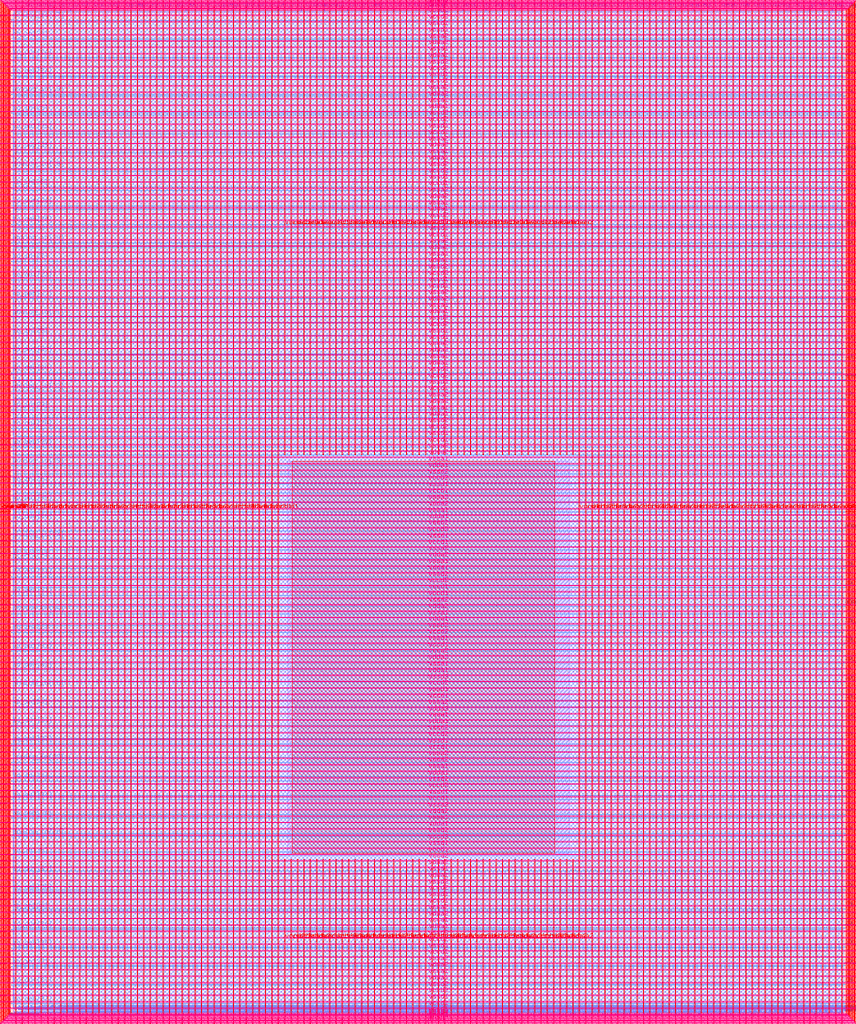
<source format=lef>
VERSION 5.7 ;
  NOWIREEXTENSIONATPIN ON ;
  DIVIDERCHAR "/" ;
  BUSBITCHARS "[]" ;
MACRO user_project_wrapper
  CLASS BLOCK ;
  FOREIGN user_project_wrapper ;
  ORIGIN 0.000 0.000 ;
  SIZE 2920.000 BY 3520.000 ;
  PIN analog_io[0]
    DIRECTION INOUT ;
    USE SIGNAL ;
    PORT
      LAYER met3 ;
        RECT 2917.600 1426.380 2924.800 1427.580 ;
    END
  END analog_io[0]
  PIN analog_io[10]
    DIRECTION INOUT ;
    USE SIGNAL ;
    PORT
      LAYER met2 ;
        RECT 2230.490 3517.600 2231.050 3524.800 ;
    END
  END analog_io[10]
  PIN analog_io[11]
    DIRECTION INOUT ;
    USE SIGNAL ;
    PORT
      LAYER met2 ;
        RECT 1905.730 3517.600 1906.290 3524.800 ;
    END
  END analog_io[11]
  PIN analog_io[12]
    DIRECTION INOUT ;
    USE SIGNAL ;
    PORT
      LAYER met2 ;
        RECT 1581.430 3517.600 1581.990 3524.800 ;
    END
  END analog_io[12]
  PIN analog_io[13]
    DIRECTION INOUT ;
    USE SIGNAL ;
    PORT
      LAYER met2 ;
        RECT 1257.130 3517.600 1257.690 3524.800 ;
    END
  END analog_io[13]
  PIN analog_io[14]
    DIRECTION INOUT ;
    USE SIGNAL ;
    PORT
      LAYER met2 ;
        RECT 932.370 3517.600 932.930 3524.800 ;
    END
  END analog_io[14]
  PIN analog_io[15]
    DIRECTION INOUT ;
    USE SIGNAL ;
    PORT
      LAYER met2 ;
        RECT 608.070 3517.600 608.630 3524.800 ;
    END
  END analog_io[15]
  PIN analog_io[16]
    DIRECTION INOUT ;
    USE SIGNAL ;
    PORT
      LAYER met2 ;
        RECT 283.770 3517.600 284.330 3524.800 ;
    END
  END analog_io[16]
  PIN analog_io[17]
    DIRECTION INOUT ;
    USE SIGNAL ;
    PORT
      LAYER met3 ;
        RECT -4.800 3486.100 2.400 3487.300 ;
    END
  END analog_io[17]
  PIN analog_io[18]
    DIRECTION INOUT ;
    USE SIGNAL ;
    PORT
      LAYER met3 ;
        RECT -4.800 3224.980 2.400 3226.180 ;
    END
  END analog_io[18]
  PIN analog_io[19]
    DIRECTION INOUT ;
    USE SIGNAL ;
    PORT
      LAYER met3 ;
        RECT -4.800 2964.540 2.400 2965.740 ;
    END
  END analog_io[19]
  PIN analog_io[1]
    DIRECTION INOUT ;
    USE SIGNAL ;
    PORT
      LAYER met3 ;
        RECT 2917.600 1692.260 2924.800 1693.460 ;
    END
  END analog_io[1]
  PIN analog_io[20]
    DIRECTION INOUT ;
    USE SIGNAL ;
    PORT
      LAYER met3 ;
        RECT -4.800 2703.420 2.400 2704.620 ;
    END
  END analog_io[20]
  PIN analog_io[21]
    DIRECTION INOUT ;
    USE SIGNAL ;
    PORT
      LAYER met3 ;
        RECT -4.800 2442.980 2.400 2444.180 ;
    END
  END analog_io[21]
  PIN analog_io[22]
    DIRECTION INOUT ;
    USE SIGNAL ;
    PORT
      LAYER met3 ;
        RECT -4.800 2182.540 2.400 2183.740 ;
    END
  END analog_io[22]
  PIN analog_io[23]
    DIRECTION INOUT ;
    USE SIGNAL ;
    PORT
      LAYER met3 ;
        RECT -4.800 1921.420 2.400 1922.620 ;
    END
  END analog_io[23]
  PIN analog_io[24]
    DIRECTION INOUT ;
    USE SIGNAL ;
    PORT
      LAYER met3 ;
        RECT -4.800 1660.980 2.400 1662.180 ;
    END
  END analog_io[24]
  PIN analog_io[25]
    DIRECTION INOUT ;
    USE SIGNAL ;
    PORT
      LAYER met3 ;
        RECT -4.800 1399.860 2.400 1401.060 ;
    END
  END analog_io[25]
  PIN analog_io[26]
    DIRECTION INOUT ;
    USE SIGNAL ;
    PORT
      LAYER met3 ;
        RECT -4.800 1139.420 2.400 1140.620 ;
    END
  END analog_io[26]
  PIN analog_io[27]
    DIRECTION INOUT ;
    USE SIGNAL ;
    PORT
      LAYER met3 ;
        RECT -4.800 878.980 2.400 880.180 ;
    END
  END analog_io[27]
  PIN analog_io[28]
    DIRECTION INOUT ;
    USE SIGNAL ;
    PORT
      LAYER met3 ;
        RECT -4.800 617.860 2.400 619.060 ;
    END
  END analog_io[28]
  PIN analog_io[2]
    DIRECTION INOUT ;
    USE SIGNAL ;
    PORT
      LAYER met3 ;
        RECT 2917.600 1958.140 2924.800 1959.340 ;
    END
  END analog_io[2]
  PIN analog_io[3]
    DIRECTION INOUT ;
    USE SIGNAL ;
    PORT
      LAYER met3 ;
        RECT 2917.600 2223.340 2924.800 2224.540 ;
    END
  END analog_io[3]
  PIN analog_io[4]
    DIRECTION INOUT ;
    USE SIGNAL ;
    PORT
      LAYER met3 ;
        RECT 2917.600 2489.220 2924.800 2490.420 ;
    END
  END analog_io[4]
  PIN analog_io[5]
    DIRECTION INOUT ;
    USE SIGNAL ;
    PORT
      LAYER met3 ;
        RECT 2917.600 2755.100 2924.800 2756.300 ;
    END
  END analog_io[5]
  PIN analog_io[6]
    DIRECTION INOUT ;
    USE SIGNAL ;
    PORT
      LAYER met3 ;
        RECT 2917.600 3020.300 2924.800 3021.500 ;
    END
  END analog_io[6]
  PIN analog_io[7]
    DIRECTION INOUT ;
    USE SIGNAL ;
    PORT
      LAYER met3 ;
        RECT 2917.600 3286.180 2924.800 3287.380 ;
    END
  END analog_io[7]
  PIN analog_io[8]
    DIRECTION INOUT ;
    USE SIGNAL ;
    PORT
      LAYER met2 ;
        RECT 2879.090 3517.600 2879.650 3524.800 ;
    END
  END analog_io[8]
  PIN analog_io[9]
    DIRECTION INOUT ;
    USE SIGNAL ;
    PORT
      LAYER met2 ;
        RECT 2554.790 3517.600 2555.350 3524.800 ;
    END
  END analog_io[9]
  PIN io_in[0]
    DIRECTION INPUT ;
    USE SIGNAL ;
    PORT
      LAYER met3 ;
        RECT 2917.600 32.380 2924.800 33.580 ;
    END
  END io_in[0]
  PIN io_in[10]
    DIRECTION INPUT ;
    USE SIGNAL ;
    PORT
      LAYER met3 ;
        RECT 2917.600 2289.980 2924.800 2291.180 ;
    END
  END io_in[10]
  PIN io_in[11]
    DIRECTION INPUT ;
    USE SIGNAL ;
    PORT
      LAYER met3 ;
        RECT 2917.600 2555.860 2924.800 2557.060 ;
    END
  END io_in[11]
  PIN io_in[12]
    DIRECTION INPUT ;
    USE SIGNAL ;
    PORT
      LAYER met3 ;
        RECT 2917.600 2821.060 2924.800 2822.260 ;
    END
  END io_in[12]
  PIN io_in[13]
    DIRECTION INPUT ;
    USE SIGNAL ;
    PORT
      LAYER met3 ;
        RECT 2917.600 3086.940 2924.800 3088.140 ;
    END
  END io_in[13]
  PIN io_in[14]
    DIRECTION INPUT ;
    USE SIGNAL ;
    PORT
      LAYER met3 ;
        RECT 2917.600 3352.820 2924.800 3354.020 ;
    END
  END io_in[14]
  PIN io_in[15]
    DIRECTION INPUT ;
    USE SIGNAL ;
    PORT
      LAYER met2 ;
        RECT 2798.130 3517.600 2798.690 3524.800 ;
    END
  END io_in[15]
  PIN io_in[16]
    DIRECTION INPUT ;
    USE SIGNAL ;
    PORT
      LAYER met2 ;
        RECT 2473.830 3517.600 2474.390 3524.800 ;
    END
  END io_in[16]
  PIN io_in[17]
    DIRECTION INPUT ;
    USE SIGNAL ;
    PORT
      LAYER met2 ;
        RECT 2149.070 3517.600 2149.630 3524.800 ;
    END
  END io_in[17]
  PIN io_in[18]
    DIRECTION INPUT ;
    USE SIGNAL ;
    PORT
      LAYER met2 ;
        RECT 1824.770 3517.600 1825.330 3524.800 ;
    END
  END io_in[18]
  PIN io_in[19]
    DIRECTION INPUT ;
    USE SIGNAL ;
    PORT
      LAYER met2 ;
        RECT 1500.470 3517.600 1501.030 3524.800 ;
    END
  END io_in[19]
  PIN io_in[1]
    DIRECTION INPUT ;
    USE SIGNAL ;
    PORT
      LAYER met3 ;
        RECT 2917.600 230.940 2924.800 232.140 ;
    END
  END io_in[1]
  PIN io_in[20]
    DIRECTION INPUT ;
    USE SIGNAL ;
    PORT
      LAYER met2 ;
        RECT 1175.710 3517.600 1176.270 3524.800 ;
    END
  END io_in[20]
  PIN io_in[21]
    DIRECTION INPUT ;
    USE SIGNAL ;
    PORT
      LAYER met2 ;
        RECT 851.410 3517.600 851.970 3524.800 ;
    END
  END io_in[21]
  PIN io_in[22]
    DIRECTION INPUT ;
    USE SIGNAL ;
    PORT
      LAYER met2 ;
        RECT 527.110 3517.600 527.670 3524.800 ;
    END
  END io_in[22]
  PIN io_in[23]
    DIRECTION INPUT ;
    USE SIGNAL ;
    PORT
      LAYER met2 ;
        RECT 202.350 3517.600 202.910 3524.800 ;
    END
  END io_in[23]
  PIN io_in[24]
    DIRECTION INPUT ;
    USE SIGNAL ;
    PORT
      LAYER met3 ;
        RECT -4.800 3420.820 2.400 3422.020 ;
    END
  END io_in[24]
  PIN io_in[25]
    DIRECTION INPUT ;
    USE SIGNAL ;
    PORT
      LAYER met3 ;
        RECT -4.800 3159.700 2.400 3160.900 ;
    END
  END io_in[25]
  PIN io_in[26]
    DIRECTION INPUT ;
    USE SIGNAL ;
    PORT
      LAYER met3 ;
        RECT -4.800 2899.260 2.400 2900.460 ;
    END
  END io_in[26]
  PIN io_in[27]
    DIRECTION INPUT ;
    USE SIGNAL ;
    PORT
      LAYER met3 ;
        RECT -4.800 2638.820 2.400 2640.020 ;
    END
  END io_in[27]
  PIN io_in[28]
    DIRECTION INPUT ;
    USE SIGNAL ;
    PORT
      LAYER met3 ;
        RECT -4.800 2377.700 2.400 2378.900 ;
    END
  END io_in[28]
  PIN io_in[29]
    DIRECTION INPUT ;
    USE SIGNAL ;
    PORT
      LAYER met3 ;
        RECT -4.800 2117.260 2.400 2118.460 ;
    END
  END io_in[29]
  PIN io_in[2]
    DIRECTION INPUT ;
    USE SIGNAL ;
    PORT
      LAYER met3 ;
        RECT 2917.600 430.180 2924.800 431.380 ;
    END
  END io_in[2]
  PIN io_in[30]
    DIRECTION INPUT ;
    USE SIGNAL ;
    PORT
      LAYER met3 ;
        RECT -4.800 1856.140 2.400 1857.340 ;
    END
  END io_in[30]
  PIN io_in[31]
    DIRECTION INPUT ;
    USE SIGNAL ;
    PORT
      LAYER met3 ;
        RECT -4.800 1595.700 2.400 1596.900 ;
    END
  END io_in[31]
  PIN io_in[32]
    DIRECTION INPUT ;
    USE SIGNAL ;
    PORT
      LAYER met3 ;
        RECT -4.800 1335.260 2.400 1336.460 ;
    END
  END io_in[32]
  PIN io_in[33]
    DIRECTION INPUT ;
    USE SIGNAL ;
    PORT
      LAYER met3 ;
        RECT -4.800 1074.140 2.400 1075.340 ;
    END
  END io_in[33]
  PIN io_in[34]
    DIRECTION INPUT ;
    USE SIGNAL ;
    PORT
      LAYER met3 ;
        RECT -4.800 813.700 2.400 814.900 ;
    END
  END io_in[34]
  PIN io_in[35]
    DIRECTION INPUT ;
    USE SIGNAL ;
    PORT
      LAYER met3 ;
        RECT -4.800 552.580 2.400 553.780 ;
    END
  END io_in[35]
  PIN io_in[36]
    DIRECTION INPUT ;
    USE SIGNAL ;
    PORT
      LAYER met3 ;
        RECT -4.800 357.420 2.400 358.620 ;
    END
  END io_in[36]
  PIN io_in[37]
    DIRECTION INPUT ;
    USE SIGNAL ;
    PORT
      LAYER met3 ;
        RECT -4.800 161.580 2.400 162.780 ;
    END
  END io_in[37]
  PIN io_in[3]
    DIRECTION INPUT ;
    USE SIGNAL ;
    PORT
      LAYER met3 ;
        RECT 2917.600 629.420 2924.800 630.620 ;
    END
  END io_in[3]
  PIN io_in[4]
    DIRECTION INPUT ;
    USE SIGNAL ;
    PORT
      LAYER met3 ;
        RECT 2917.600 828.660 2924.800 829.860 ;
    END
  END io_in[4]
  PIN io_in[5]
    DIRECTION INPUT ;
    USE SIGNAL ;
    PORT
      LAYER met3 ;
        RECT 2917.600 1027.900 2924.800 1029.100 ;
    END
  END io_in[5]
  PIN io_in[6]
    DIRECTION INPUT ;
    USE SIGNAL ;
    PORT
      LAYER met3 ;
        RECT 2917.600 1227.140 2924.800 1228.340 ;
    END
  END io_in[6]
  PIN io_in[7]
    DIRECTION INPUT ;
    USE SIGNAL ;
    PORT
      LAYER met3 ;
        RECT 2917.600 1493.020 2924.800 1494.220 ;
    END
  END io_in[7]
  PIN io_in[8]
    DIRECTION INPUT ;
    USE SIGNAL ;
    PORT
      LAYER met3 ;
        RECT 2917.600 1758.900 2924.800 1760.100 ;
    END
  END io_in[8]
  PIN io_in[9]
    DIRECTION INPUT ;
    USE SIGNAL ;
    PORT
      LAYER met3 ;
        RECT 2917.600 2024.100 2924.800 2025.300 ;
    END
  END io_in[9]
  PIN io_oeb[0]
    DIRECTION OUTPUT TRISTATE ;
    USE SIGNAL ;
    PORT
      LAYER met3 ;
        RECT 2917.600 164.980 2924.800 166.180 ;
    END
  END io_oeb[0]
  PIN io_oeb[10]
    DIRECTION OUTPUT TRISTATE ;
    USE SIGNAL ;
    PORT
      LAYER met3 ;
        RECT 2917.600 2422.580 2924.800 2423.780 ;
    END
  END io_oeb[10]
  PIN io_oeb[11]
    DIRECTION OUTPUT TRISTATE ;
    USE SIGNAL ;
    PORT
      LAYER met3 ;
        RECT 2917.600 2688.460 2924.800 2689.660 ;
    END
  END io_oeb[11]
  PIN io_oeb[12]
    DIRECTION OUTPUT TRISTATE ;
    USE SIGNAL ;
    PORT
      LAYER met3 ;
        RECT 2917.600 2954.340 2924.800 2955.540 ;
    END
  END io_oeb[12]
  PIN io_oeb[13]
    DIRECTION OUTPUT TRISTATE ;
    USE SIGNAL ;
    PORT
      LAYER met3 ;
        RECT 2917.600 3219.540 2924.800 3220.740 ;
    END
  END io_oeb[13]
  PIN io_oeb[14]
    DIRECTION OUTPUT TRISTATE ;
    USE SIGNAL ;
    PORT
      LAYER met3 ;
        RECT 2917.600 3485.420 2924.800 3486.620 ;
    END
  END io_oeb[14]
  PIN io_oeb[15]
    DIRECTION OUTPUT TRISTATE ;
    USE SIGNAL ;
    PORT
      LAYER met2 ;
        RECT 2635.750 3517.600 2636.310 3524.800 ;
    END
  END io_oeb[15]
  PIN io_oeb[16]
    DIRECTION OUTPUT TRISTATE ;
    USE SIGNAL ;
    PORT
      LAYER met2 ;
        RECT 2311.450 3517.600 2312.010 3524.800 ;
    END
  END io_oeb[16]
  PIN io_oeb[17]
    DIRECTION OUTPUT TRISTATE ;
    USE SIGNAL ;
    PORT
      LAYER met2 ;
        RECT 1987.150 3517.600 1987.710 3524.800 ;
    END
  END io_oeb[17]
  PIN io_oeb[18]
    DIRECTION OUTPUT TRISTATE ;
    USE SIGNAL ;
    PORT
      LAYER met2 ;
        RECT 1662.390 3517.600 1662.950 3524.800 ;
    END
  END io_oeb[18]
  PIN io_oeb[19]
    DIRECTION OUTPUT TRISTATE ;
    USE SIGNAL ;
    PORT
      LAYER met2 ;
        RECT 1338.090 3517.600 1338.650 3524.800 ;
    END
  END io_oeb[19]
  PIN io_oeb[1]
    DIRECTION OUTPUT TRISTATE ;
    USE SIGNAL ;
    PORT
      LAYER met3 ;
        RECT 2917.600 364.220 2924.800 365.420 ;
    END
  END io_oeb[1]
  PIN io_oeb[20]
    DIRECTION OUTPUT TRISTATE ;
    USE SIGNAL ;
    PORT
      LAYER met2 ;
        RECT 1013.790 3517.600 1014.350 3524.800 ;
    END
  END io_oeb[20]
  PIN io_oeb[21]
    DIRECTION OUTPUT TRISTATE ;
    USE SIGNAL ;
    PORT
      LAYER met2 ;
        RECT 689.030 3517.600 689.590 3524.800 ;
    END
  END io_oeb[21]
  PIN io_oeb[22]
    DIRECTION OUTPUT TRISTATE ;
    USE SIGNAL ;
    PORT
      LAYER met2 ;
        RECT 364.730 3517.600 365.290 3524.800 ;
    END
  END io_oeb[22]
  PIN io_oeb[23]
    DIRECTION OUTPUT TRISTATE ;
    USE SIGNAL ;
    PORT
      LAYER met2 ;
        RECT 40.430 3517.600 40.990 3524.800 ;
    END
  END io_oeb[23]
  PIN io_oeb[24]
    DIRECTION OUTPUT TRISTATE ;
    USE SIGNAL ;
    PORT
      LAYER met3 ;
        RECT -4.800 3290.260 2.400 3291.460 ;
    END
  END io_oeb[24]
  PIN io_oeb[25]
    DIRECTION OUTPUT TRISTATE ;
    USE SIGNAL ;
    PORT
      LAYER met3 ;
        RECT -4.800 3029.820 2.400 3031.020 ;
    END
  END io_oeb[25]
  PIN io_oeb[26]
    DIRECTION OUTPUT TRISTATE ;
    USE SIGNAL ;
    PORT
      LAYER met3 ;
        RECT -4.800 2768.700 2.400 2769.900 ;
    END
  END io_oeb[26]
  PIN io_oeb[27]
    DIRECTION OUTPUT TRISTATE ;
    USE SIGNAL ;
    PORT
      LAYER met3 ;
        RECT -4.800 2508.260 2.400 2509.460 ;
    END
  END io_oeb[27]
  PIN io_oeb[28]
    DIRECTION OUTPUT TRISTATE ;
    USE SIGNAL ;
    PORT
      LAYER met3 ;
        RECT -4.800 2247.140 2.400 2248.340 ;
    END
  END io_oeb[28]
  PIN io_oeb[29]
    DIRECTION OUTPUT TRISTATE ;
    USE SIGNAL ;
    PORT
      LAYER met3 ;
        RECT -4.800 1986.700 2.400 1987.900 ;
    END
  END io_oeb[29]
  PIN io_oeb[2]
    DIRECTION OUTPUT TRISTATE ;
    USE SIGNAL ;
    PORT
      LAYER met3 ;
        RECT 2917.600 563.460 2924.800 564.660 ;
    END
  END io_oeb[2]
  PIN io_oeb[30]
    DIRECTION OUTPUT TRISTATE ;
    USE SIGNAL ;
    PORT
      LAYER met3 ;
        RECT -4.800 1726.260 2.400 1727.460 ;
    END
  END io_oeb[30]
  PIN io_oeb[31]
    DIRECTION OUTPUT TRISTATE ;
    USE SIGNAL ;
    PORT
      LAYER met3 ;
        RECT -4.800 1465.140 2.400 1466.340 ;
    END
  END io_oeb[31]
  PIN io_oeb[32]
    DIRECTION OUTPUT TRISTATE ;
    USE SIGNAL ;
    PORT
      LAYER met3 ;
        RECT -4.800 1204.700 2.400 1205.900 ;
    END
  END io_oeb[32]
  PIN io_oeb[33]
    DIRECTION OUTPUT TRISTATE ;
    USE SIGNAL ;
    PORT
      LAYER met3 ;
        RECT -4.800 943.580 2.400 944.780 ;
    END
  END io_oeb[33]
  PIN io_oeb[34]
    DIRECTION OUTPUT TRISTATE ;
    USE SIGNAL ;
    PORT
      LAYER met3 ;
        RECT -4.800 683.140 2.400 684.340 ;
    END
  END io_oeb[34]
  PIN io_oeb[35]
    DIRECTION OUTPUT TRISTATE ;
    USE SIGNAL ;
    PORT
      LAYER met3 ;
        RECT -4.800 422.700 2.400 423.900 ;
    END
  END io_oeb[35]
  PIN io_oeb[36]
    DIRECTION OUTPUT TRISTATE ;
    USE SIGNAL ;
    PORT
      LAYER met3 ;
        RECT -4.800 226.860 2.400 228.060 ;
    END
  END io_oeb[36]
  PIN io_oeb[37]
    DIRECTION OUTPUT TRISTATE ;
    USE SIGNAL ;
    PORT
      LAYER met3 ;
        RECT -4.800 31.700 2.400 32.900 ;
    END
  END io_oeb[37]
  PIN io_oeb[3]
    DIRECTION OUTPUT TRISTATE ;
    USE SIGNAL ;
    PORT
      LAYER met3 ;
        RECT 2917.600 762.700 2924.800 763.900 ;
    END
  END io_oeb[3]
  PIN io_oeb[4]
    DIRECTION OUTPUT TRISTATE ;
    USE SIGNAL ;
    PORT
      LAYER met3 ;
        RECT 2917.600 961.940 2924.800 963.140 ;
    END
  END io_oeb[4]
  PIN io_oeb[5]
    DIRECTION OUTPUT TRISTATE ;
    USE SIGNAL ;
    PORT
      LAYER met3 ;
        RECT 2917.600 1161.180 2924.800 1162.380 ;
    END
  END io_oeb[5]
  PIN io_oeb[6]
    DIRECTION OUTPUT TRISTATE ;
    USE SIGNAL ;
    PORT
      LAYER met3 ;
        RECT 2917.600 1360.420 2924.800 1361.620 ;
    END
  END io_oeb[6]
  PIN io_oeb[7]
    DIRECTION OUTPUT TRISTATE ;
    USE SIGNAL ;
    PORT
      LAYER met3 ;
        RECT 2917.600 1625.620 2924.800 1626.820 ;
    END
  END io_oeb[7]
  PIN io_oeb[8]
    DIRECTION OUTPUT TRISTATE ;
    USE SIGNAL ;
    PORT
      LAYER met3 ;
        RECT 2917.600 1891.500 2924.800 1892.700 ;
    END
  END io_oeb[8]
  PIN io_oeb[9]
    DIRECTION OUTPUT TRISTATE ;
    USE SIGNAL ;
    PORT
      LAYER met3 ;
        RECT 2917.600 2157.380 2924.800 2158.580 ;
    END
  END io_oeb[9]
  PIN io_out[0]
    DIRECTION OUTPUT TRISTATE ;
    USE SIGNAL ;
    PORT
      LAYER met3 ;
        RECT 2917.600 98.340 2924.800 99.540 ;
    END
  END io_out[0]
  PIN io_out[10]
    DIRECTION OUTPUT TRISTATE ;
    USE SIGNAL ;
    PORT
      LAYER met3 ;
        RECT 2917.600 2356.620 2924.800 2357.820 ;
    END
  END io_out[10]
  PIN io_out[11]
    DIRECTION OUTPUT TRISTATE ;
    USE SIGNAL ;
    PORT
      LAYER met3 ;
        RECT 2917.600 2621.820 2924.800 2623.020 ;
    END
  END io_out[11]
  PIN io_out[12]
    DIRECTION OUTPUT TRISTATE ;
    USE SIGNAL ;
    PORT
      LAYER met3 ;
        RECT 2917.600 2887.700 2924.800 2888.900 ;
    END
  END io_out[12]
  PIN io_out[13]
    DIRECTION OUTPUT TRISTATE ;
    USE SIGNAL ;
    PORT
      LAYER met3 ;
        RECT 2917.600 3153.580 2924.800 3154.780 ;
    END
  END io_out[13]
  PIN io_out[14]
    DIRECTION OUTPUT TRISTATE ;
    USE SIGNAL ;
    PORT
      LAYER met3 ;
        RECT 2917.600 3418.780 2924.800 3419.980 ;
    END
  END io_out[14]
  PIN io_out[15]
    DIRECTION OUTPUT TRISTATE ;
    USE SIGNAL ;
    PORT
      LAYER met2 ;
        RECT 2717.170 3517.600 2717.730 3524.800 ;
    END
  END io_out[15]
  PIN io_out[16]
    DIRECTION OUTPUT TRISTATE ;
    USE SIGNAL ;
    PORT
      LAYER met2 ;
        RECT 2392.410 3517.600 2392.970 3524.800 ;
    END
  END io_out[16]
  PIN io_out[17]
    DIRECTION OUTPUT TRISTATE ;
    USE SIGNAL ;
    PORT
      LAYER met2 ;
        RECT 2068.110 3517.600 2068.670 3524.800 ;
    END
  END io_out[17]
  PIN io_out[18]
    DIRECTION OUTPUT TRISTATE ;
    USE SIGNAL ;
    PORT
      LAYER met2 ;
        RECT 1743.810 3517.600 1744.370 3524.800 ;
    END
  END io_out[18]
  PIN io_out[19]
    DIRECTION OUTPUT TRISTATE ;
    USE SIGNAL ;
    PORT
      LAYER met2 ;
        RECT 1419.050 3517.600 1419.610 3524.800 ;
    END
  END io_out[19]
  PIN io_out[1]
    DIRECTION OUTPUT TRISTATE ;
    USE SIGNAL ;
    PORT
      LAYER met3 ;
        RECT 2917.600 297.580 2924.800 298.780 ;
    END
  END io_out[1]
  PIN io_out[20]
    DIRECTION OUTPUT TRISTATE ;
    USE SIGNAL ;
    PORT
      LAYER met2 ;
        RECT 1094.750 3517.600 1095.310 3524.800 ;
    END
  END io_out[20]
  PIN io_out[21]
    DIRECTION OUTPUT TRISTATE ;
    USE SIGNAL ;
    PORT
      LAYER met2 ;
        RECT 770.450 3517.600 771.010 3524.800 ;
    END
  END io_out[21]
  PIN io_out[22]
    DIRECTION OUTPUT TRISTATE ;
    USE SIGNAL ;
    PORT
      LAYER met2 ;
        RECT 445.690 3517.600 446.250 3524.800 ;
    END
  END io_out[22]
  PIN io_out[23]
    DIRECTION OUTPUT TRISTATE ;
    USE SIGNAL ;
    PORT
      LAYER met2 ;
        RECT 121.390 3517.600 121.950 3524.800 ;
    END
  END io_out[23]
  PIN io_out[24]
    DIRECTION OUTPUT TRISTATE ;
    USE SIGNAL ;
    PORT
      LAYER met3 ;
        RECT -4.800 3355.540 2.400 3356.740 ;
    END
  END io_out[24]
  PIN io_out[25]
    DIRECTION OUTPUT TRISTATE ;
    USE SIGNAL ;
    PORT
      LAYER met3 ;
        RECT -4.800 3095.100 2.400 3096.300 ;
    END
  END io_out[25]
  PIN io_out[26]
    DIRECTION OUTPUT TRISTATE ;
    USE SIGNAL ;
    PORT
      LAYER met3 ;
        RECT -4.800 2833.980 2.400 2835.180 ;
    END
  END io_out[26]
  PIN io_out[27]
    DIRECTION OUTPUT TRISTATE ;
    USE SIGNAL ;
    PORT
      LAYER met3 ;
        RECT -4.800 2573.540 2.400 2574.740 ;
    END
  END io_out[27]
  PIN io_out[28]
    DIRECTION OUTPUT TRISTATE ;
    USE SIGNAL ;
    PORT
      LAYER met3 ;
        RECT -4.800 2312.420 2.400 2313.620 ;
    END
  END io_out[28]
  PIN io_out[29]
    DIRECTION OUTPUT TRISTATE ;
    USE SIGNAL ;
    PORT
      LAYER met3 ;
        RECT -4.800 2051.980 2.400 2053.180 ;
    END
  END io_out[29]
  PIN io_out[2]
    DIRECTION OUTPUT TRISTATE ;
    USE SIGNAL ;
    PORT
      LAYER met3 ;
        RECT 2917.600 496.820 2924.800 498.020 ;
    END
  END io_out[2]
  PIN io_out[30]
    DIRECTION OUTPUT TRISTATE ;
    USE SIGNAL ;
    PORT
      LAYER met3 ;
        RECT -4.800 1791.540 2.400 1792.740 ;
    END
  END io_out[30]
  PIN io_out[31]
    DIRECTION OUTPUT TRISTATE ;
    USE SIGNAL ;
    PORT
      LAYER met3 ;
        RECT -4.800 1530.420 2.400 1531.620 ;
    END
  END io_out[31]
  PIN io_out[32]
    DIRECTION OUTPUT TRISTATE ;
    USE SIGNAL ;
    PORT
      LAYER met3 ;
        RECT -4.800 1269.980 2.400 1271.180 ;
    END
  END io_out[32]
  PIN io_out[33]
    DIRECTION OUTPUT TRISTATE ;
    USE SIGNAL ;
    PORT
      LAYER met3 ;
        RECT -4.800 1008.860 2.400 1010.060 ;
    END
  END io_out[33]
  PIN io_out[34]
    DIRECTION OUTPUT TRISTATE ;
    USE SIGNAL ;
    PORT
      LAYER met3 ;
        RECT -4.800 748.420 2.400 749.620 ;
    END
  END io_out[34]
  PIN io_out[35]
    DIRECTION OUTPUT TRISTATE ;
    USE SIGNAL ;
    PORT
      LAYER met3 ;
        RECT -4.800 487.300 2.400 488.500 ;
    END
  END io_out[35]
  PIN io_out[36]
    DIRECTION OUTPUT TRISTATE ;
    USE SIGNAL ;
    PORT
      LAYER met3 ;
        RECT -4.800 292.140 2.400 293.340 ;
    END
  END io_out[36]
  PIN io_out[37]
    DIRECTION OUTPUT TRISTATE ;
    USE SIGNAL ;
    PORT
      LAYER met3 ;
        RECT -4.800 96.300 2.400 97.500 ;
    END
  END io_out[37]
  PIN io_out[3]
    DIRECTION OUTPUT TRISTATE ;
    USE SIGNAL ;
    PORT
      LAYER met3 ;
        RECT 2917.600 696.060 2924.800 697.260 ;
    END
  END io_out[3]
  PIN io_out[4]
    DIRECTION OUTPUT TRISTATE ;
    USE SIGNAL ;
    PORT
      LAYER met3 ;
        RECT 2917.600 895.300 2924.800 896.500 ;
    END
  END io_out[4]
  PIN io_out[5]
    DIRECTION OUTPUT TRISTATE ;
    USE SIGNAL ;
    PORT
      LAYER met3 ;
        RECT 2917.600 1094.540 2924.800 1095.740 ;
    END
  END io_out[5]
  PIN io_out[6]
    DIRECTION OUTPUT TRISTATE ;
    USE SIGNAL ;
    PORT
      LAYER met3 ;
        RECT 2917.600 1293.780 2924.800 1294.980 ;
    END
  END io_out[6]
  PIN io_out[7]
    DIRECTION OUTPUT TRISTATE ;
    USE SIGNAL ;
    PORT
      LAYER met3 ;
        RECT 2917.600 1559.660 2924.800 1560.860 ;
    END
  END io_out[7]
  PIN io_out[8]
    DIRECTION OUTPUT TRISTATE ;
    USE SIGNAL ;
    PORT
      LAYER met3 ;
        RECT 2917.600 1824.860 2924.800 1826.060 ;
    END
  END io_out[8]
  PIN io_out[9]
    DIRECTION OUTPUT TRISTATE ;
    USE SIGNAL ;
    PORT
      LAYER met3 ;
        RECT 2917.600 2090.740 2924.800 2091.940 ;
    END
  END io_out[9]
  PIN la_data_in[0]
    DIRECTION INPUT ;
    USE SIGNAL ;
    PORT
      LAYER met2 ;
        RECT 629.230 -4.800 629.790 2.400 ;
    END
  END la_data_in[0]
  PIN la_data_in[100]
    DIRECTION INPUT ;
    USE SIGNAL ;
    PORT
      LAYER met2 ;
        RECT 2402.530 -4.800 2403.090 2.400 ;
    END
  END la_data_in[100]
  PIN la_data_in[101]
    DIRECTION INPUT ;
    USE SIGNAL ;
    PORT
      LAYER met2 ;
        RECT 2420.010 -4.800 2420.570 2.400 ;
    END
  END la_data_in[101]
  PIN la_data_in[102]
    DIRECTION INPUT ;
    USE SIGNAL ;
    PORT
      LAYER met2 ;
        RECT 2437.950 -4.800 2438.510 2.400 ;
    END
  END la_data_in[102]
  PIN la_data_in[103]
    DIRECTION INPUT ;
    USE SIGNAL ;
    PORT
      LAYER met2 ;
        RECT 2455.430 -4.800 2455.990 2.400 ;
    END
  END la_data_in[103]
  PIN la_data_in[104]
    DIRECTION INPUT ;
    USE SIGNAL ;
    PORT
      LAYER met2 ;
        RECT 2473.370 -4.800 2473.930 2.400 ;
    END
  END la_data_in[104]
  PIN la_data_in[105]
    DIRECTION INPUT ;
    USE SIGNAL ;
    PORT
      LAYER met2 ;
        RECT 2490.850 -4.800 2491.410 2.400 ;
    END
  END la_data_in[105]
  PIN la_data_in[106]
    DIRECTION INPUT ;
    USE SIGNAL ;
    PORT
      LAYER met2 ;
        RECT 2508.790 -4.800 2509.350 2.400 ;
    END
  END la_data_in[106]
  PIN la_data_in[107]
    DIRECTION INPUT ;
    USE SIGNAL ;
    PORT
      LAYER met2 ;
        RECT 2526.730 -4.800 2527.290 2.400 ;
    END
  END la_data_in[107]
  PIN la_data_in[108]
    DIRECTION INPUT ;
    USE SIGNAL ;
    PORT
      LAYER met2 ;
        RECT 2544.210 -4.800 2544.770 2.400 ;
    END
  END la_data_in[108]
  PIN la_data_in[109]
    DIRECTION INPUT ;
    USE SIGNAL ;
    PORT
      LAYER met2 ;
        RECT 2562.150 -4.800 2562.710 2.400 ;
    END
  END la_data_in[109]
  PIN la_data_in[10]
    DIRECTION INPUT ;
    USE SIGNAL ;
    PORT
      LAYER met2 ;
        RECT 806.330 -4.800 806.890 2.400 ;
    END
  END la_data_in[10]
  PIN la_data_in[110]
    DIRECTION INPUT ;
    USE SIGNAL ;
    PORT
      LAYER met2 ;
        RECT 2579.630 -4.800 2580.190 2.400 ;
    END
  END la_data_in[110]
  PIN la_data_in[111]
    DIRECTION INPUT ;
    USE SIGNAL ;
    PORT
      LAYER met2 ;
        RECT 2597.570 -4.800 2598.130 2.400 ;
    END
  END la_data_in[111]
  PIN la_data_in[112]
    DIRECTION INPUT ;
    USE SIGNAL ;
    PORT
      LAYER met2 ;
        RECT 2615.050 -4.800 2615.610 2.400 ;
    END
  END la_data_in[112]
  PIN la_data_in[113]
    DIRECTION INPUT ;
    USE SIGNAL ;
    PORT
      LAYER met2 ;
        RECT 2632.990 -4.800 2633.550 2.400 ;
    END
  END la_data_in[113]
  PIN la_data_in[114]
    DIRECTION INPUT ;
    USE SIGNAL ;
    PORT
      LAYER met2 ;
        RECT 2650.470 -4.800 2651.030 2.400 ;
    END
  END la_data_in[114]
  PIN la_data_in[115]
    DIRECTION INPUT ;
    USE SIGNAL ;
    PORT
      LAYER met2 ;
        RECT 2668.410 -4.800 2668.970 2.400 ;
    END
  END la_data_in[115]
  PIN la_data_in[116]
    DIRECTION INPUT ;
    USE SIGNAL ;
    PORT
      LAYER met2 ;
        RECT 2685.890 -4.800 2686.450 2.400 ;
    END
  END la_data_in[116]
  PIN la_data_in[117]
    DIRECTION INPUT ;
    USE SIGNAL ;
    PORT
      LAYER met2 ;
        RECT 2703.830 -4.800 2704.390 2.400 ;
    END
  END la_data_in[117]
  PIN la_data_in[118]
    DIRECTION INPUT ;
    USE SIGNAL ;
    PORT
      LAYER met2 ;
        RECT 2721.770 -4.800 2722.330 2.400 ;
    END
  END la_data_in[118]
  PIN la_data_in[119]
    DIRECTION INPUT ;
    USE SIGNAL ;
    PORT
      LAYER met2 ;
        RECT 2739.250 -4.800 2739.810 2.400 ;
    END
  END la_data_in[119]
  PIN la_data_in[11]
    DIRECTION INPUT ;
    USE SIGNAL ;
    PORT
      LAYER met2 ;
        RECT 824.270 -4.800 824.830 2.400 ;
    END
  END la_data_in[11]
  PIN la_data_in[120]
    DIRECTION INPUT ;
    USE SIGNAL ;
    PORT
      LAYER met2 ;
        RECT 2757.190 -4.800 2757.750 2.400 ;
    END
  END la_data_in[120]
  PIN la_data_in[121]
    DIRECTION INPUT ;
    USE SIGNAL ;
    PORT
      LAYER met2 ;
        RECT 2774.670 -4.800 2775.230 2.400 ;
    END
  END la_data_in[121]
  PIN la_data_in[122]
    DIRECTION INPUT ;
    USE SIGNAL ;
    PORT
      LAYER met2 ;
        RECT 2792.610 -4.800 2793.170 2.400 ;
    END
  END la_data_in[122]
  PIN la_data_in[123]
    DIRECTION INPUT ;
    USE SIGNAL ;
    PORT
      LAYER met2 ;
        RECT 2810.090 -4.800 2810.650 2.400 ;
    END
  END la_data_in[123]
  PIN la_data_in[124]
    DIRECTION INPUT ;
    USE SIGNAL ;
    PORT
      LAYER met2 ;
        RECT 2828.030 -4.800 2828.590 2.400 ;
    END
  END la_data_in[124]
  PIN la_data_in[125]
    DIRECTION INPUT ;
    USE SIGNAL ;
    PORT
      LAYER met2 ;
        RECT 2845.510 -4.800 2846.070 2.400 ;
    END
  END la_data_in[125]
  PIN la_data_in[126]
    DIRECTION INPUT ;
    USE SIGNAL ;
    PORT
      LAYER met2 ;
        RECT 2863.450 -4.800 2864.010 2.400 ;
    END
  END la_data_in[126]
  PIN la_data_in[127]
    DIRECTION INPUT ;
    USE SIGNAL ;
    PORT
      LAYER met2 ;
        RECT 2881.390 -4.800 2881.950 2.400 ;
    END
  END la_data_in[127]
  PIN la_data_in[12]
    DIRECTION INPUT ;
    USE SIGNAL ;
    PORT
      LAYER met2 ;
        RECT 841.750 -4.800 842.310 2.400 ;
    END
  END la_data_in[12]
  PIN la_data_in[13]
    DIRECTION INPUT ;
    USE SIGNAL ;
    PORT
      LAYER met2 ;
        RECT 859.690 -4.800 860.250 2.400 ;
    END
  END la_data_in[13]
  PIN la_data_in[14]
    DIRECTION INPUT ;
    USE SIGNAL ;
    PORT
      LAYER met2 ;
        RECT 877.170 -4.800 877.730 2.400 ;
    END
  END la_data_in[14]
  PIN la_data_in[15]
    DIRECTION INPUT ;
    USE SIGNAL ;
    PORT
      LAYER met2 ;
        RECT 895.110 -4.800 895.670 2.400 ;
    END
  END la_data_in[15]
  PIN la_data_in[16]
    DIRECTION INPUT ;
    USE SIGNAL ;
    PORT
      LAYER met2 ;
        RECT 912.590 -4.800 913.150 2.400 ;
    END
  END la_data_in[16]
  PIN la_data_in[17]
    DIRECTION INPUT ;
    USE SIGNAL ;
    PORT
      LAYER met2 ;
        RECT 930.530 -4.800 931.090 2.400 ;
    END
  END la_data_in[17]
  PIN la_data_in[18]
    DIRECTION INPUT ;
    USE SIGNAL ;
    PORT
      LAYER met2 ;
        RECT 948.470 -4.800 949.030 2.400 ;
    END
  END la_data_in[18]
  PIN la_data_in[19]
    DIRECTION INPUT ;
    USE SIGNAL ;
    PORT
      LAYER met2 ;
        RECT 965.950 -4.800 966.510 2.400 ;
    END
  END la_data_in[19]
  PIN la_data_in[1]
    DIRECTION INPUT ;
    USE SIGNAL ;
    PORT
      LAYER met2 ;
        RECT 646.710 -4.800 647.270 2.400 ;
    END
  END la_data_in[1]
  PIN la_data_in[20]
    DIRECTION INPUT ;
    USE SIGNAL ;
    PORT
      LAYER met2 ;
        RECT 983.890 -4.800 984.450 2.400 ;
    END
  END la_data_in[20]
  PIN la_data_in[21]
    DIRECTION INPUT ;
    USE SIGNAL ;
    PORT
      LAYER met2 ;
        RECT 1001.370 -4.800 1001.930 2.400 ;
    END
  END la_data_in[21]
  PIN la_data_in[22]
    DIRECTION INPUT ;
    USE SIGNAL ;
    PORT
      LAYER met2 ;
        RECT 1019.310 -4.800 1019.870 2.400 ;
    END
  END la_data_in[22]
  PIN la_data_in[23]
    DIRECTION INPUT ;
    USE SIGNAL ;
    PORT
      LAYER met2 ;
        RECT 1036.790 -4.800 1037.350 2.400 ;
    END
  END la_data_in[23]
  PIN la_data_in[24]
    DIRECTION INPUT ;
    USE SIGNAL ;
    PORT
      LAYER met2 ;
        RECT 1054.730 -4.800 1055.290 2.400 ;
    END
  END la_data_in[24]
  PIN la_data_in[25]
    DIRECTION INPUT ;
    USE SIGNAL ;
    PORT
      LAYER met2 ;
        RECT 1072.210 -4.800 1072.770 2.400 ;
    END
  END la_data_in[25]
  PIN la_data_in[26]
    DIRECTION INPUT ;
    USE SIGNAL ;
    PORT
      LAYER met2 ;
        RECT 1090.150 -4.800 1090.710 2.400 ;
    END
  END la_data_in[26]
  PIN la_data_in[27]
    DIRECTION INPUT ;
    USE SIGNAL ;
    PORT
      LAYER met2 ;
        RECT 1107.630 -4.800 1108.190 2.400 ;
    END
  END la_data_in[27]
  PIN la_data_in[28]
    DIRECTION INPUT ;
    USE SIGNAL ;
    PORT
      LAYER met2 ;
        RECT 1125.570 -4.800 1126.130 2.400 ;
    END
  END la_data_in[28]
  PIN la_data_in[29]
    DIRECTION INPUT ;
    USE SIGNAL ;
    PORT
      LAYER met2 ;
        RECT 1143.510 -4.800 1144.070 2.400 ;
    END
  END la_data_in[29]
  PIN la_data_in[2]
    DIRECTION INPUT ;
    USE SIGNAL ;
    PORT
      LAYER met2 ;
        RECT 664.650 -4.800 665.210 2.400 ;
    END
  END la_data_in[2]
  PIN la_data_in[30]
    DIRECTION INPUT ;
    USE SIGNAL ;
    PORT
      LAYER met2 ;
        RECT 1160.990 -4.800 1161.550 2.400 ;
    END
  END la_data_in[30]
  PIN la_data_in[31]
    DIRECTION INPUT ;
    USE SIGNAL ;
    PORT
      LAYER met2 ;
        RECT 1178.930 -4.800 1179.490 2.400 ;
    END
  END la_data_in[31]
  PIN la_data_in[32]
    DIRECTION INPUT ;
    USE SIGNAL ;
    PORT
      LAYER met2 ;
        RECT 1196.410 -4.800 1196.970 2.400 ;
    END
  END la_data_in[32]
  PIN la_data_in[33]
    DIRECTION INPUT ;
    USE SIGNAL ;
    PORT
      LAYER met2 ;
        RECT 1214.350 -4.800 1214.910 2.400 ;
    END
  END la_data_in[33]
  PIN la_data_in[34]
    DIRECTION INPUT ;
    USE SIGNAL ;
    PORT
      LAYER met2 ;
        RECT 1231.830 -4.800 1232.390 2.400 ;
    END
  END la_data_in[34]
  PIN la_data_in[35]
    DIRECTION INPUT ;
    USE SIGNAL ;
    PORT
      LAYER met2 ;
        RECT 1249.770 -4.800 1250.330 2.400 ;
    END
  END la_data_in[35]
  PIN la_data_in[36]
    DIRECTION INPUT ;
    USE SIGNAL ;
    PORT
      LAYER met2 ;
        RECT 1267.250 -4.800 1267.810 2.400 ;
    END
  END la_data_in[36]
  PIN la_data_in[37]
    DIRECTION INPUT ;
    USE SIGNAL ;
    PORT
      LAYER met2 ;
        RECT 1285.190 -4.800 1285.750 2.400 ;
    END
  END la_data_in[37]
  PIN la_data_in[38]
    DIRECTION INPUT ;
    USE SIGNAL ;
    PORT
      LAYER met2 ;
        RECT 1303.130 -4.800 1303.690 2.400 ;
    END
  END la_data_in[38]
  PIN la_data_in[39]
    DIRECTION INPUT ;
    USE SIGNAL ;
    PORT
      LAYER met2 ;
        RECT 1320.610 -4.800 1321.170 2.400 ;
    END
  END la_data_in[39]
  PIN la_data_in[3]
    DIRECTION INPUT ;
    USE SIGNAL ;
    PORT
      LAYER met2 ;
        RECT 682.130 -4.800 682.690 2.400 ;
    END
  END la_data_in[3]
  PIN la_data_in[40]
    DIRECTION INPUT ;
    USE SIGNAL ;
    PORT
      LAYER met2 ;
        RECT 1338.550 -4.800 1339.110 2.400 ;
    END
  END la_data_in[40]
  PIN la_data_in[41]
    DIRECTION INPUT ;
    USE SIGNAL ;
    PORT
      LAYER met2 ;
        RECT 1356.030 -4.800 1356.590 2.400 ;
    END
  END la_data_in[41]
  PIN la_data_in[42]
    DIRECTION INPUT ;
    USE SIGNAL ;
    PORT
      LAYER met2 ;
        RECT 1373.970 -4.800 1374.530 2.400 ;
    END
  END la_data_in[42]
  PIN la_data_in[43]
    DIRECTION INPUT ;
    USE SIGNAL ;
    PORT
      LAYER met2 ;
        RECT 1391.450 -4.800 1392.010 2.400 ;
    END
  END la_data_in[43]
  PIN la_data_in[44]
    DIRECTION INPUT ;
    USE SIGNAL ;
    PORT
      LAYER met2 ;
        RECT 1409.390 -4.800 1409.950 2.400 ;
    END
  END la_data_in[44]
  PIN la_data_in[45]
    DIRECTION INPUT ;
    USE SIGNAL ;
    PORT
      LAYER met2 ;
        RECT 1426.870 -4.800 1427.430 2.400 ;
    END
  END la_data_in[45]
  PIN la_data_in[46]
    DIRECTION INPUT ;
    USE SIGNAL ;
    PORT
      LAYER met2 ;
        RECT 1444.810 -4.800 1445.370 2.400 ;
    END
  END la_data_in[46]
  PIN la_data_in[47]
    DIRECTION INPUT ;
    USE SIGNAL ;
    PORT
      LAYER met2 ;
        RECT 1462.750 -4.800 1463.310 2.400 ;
    END
  END la_data_in[47]
  PIN la_data_in[48]
    DIRECTION INPUT ;
    USE SIGNAL ;
    PORT
      LAYER met2 ;
        RECT 1480.230 -4.800 1480.790 2.400 ;
    END
  END la_data_in[48]
  PIN la_data_in[49]
    DIRECTION INPUT ;
    USE SIGNAL ;
    PORT
      LAYER met2 ;
        RECT 1498.170 -4.800 1498.730 2.400 ;
    END
  END la_data_in[49]
  PIN la_data_in[4]
    DIRECTION INPUT ;
    USE SIGNAL ;
    PORT
      LAYER met2 ;
        RECT 700.070 -4.800 700.630 2.400 ;
    END
  END la_data_in[4]
  PIN la_data_in[50]
    DIRECTION INPUT ;
    USE SIGNAL ;
    PORT
      LAYER met2 ;
        RECT 1515.650 -4.800 1516.210 2.400 ;
    END
  END la_data_in[50]
  PIN la_data_in[51]
    DIRECTION INPUT ;
    USE SIGNAL ;
    PORT
      LAYER met2 ;
        RECT 1533.590 -4.800 1534.150 2.400 ;
    END
  END la_data_in[51]
  PIN la_data_in[52]
    DIRECTION INPUT ;
    USE SIGNAL ;
    PORT
      LAYER met2 ;
        RECT 1551.070 -4.800 1551.630 2.400 ;
    END
  END la_data_in[52]
  PIN la_data_in[53]
    DIRECTION INPUT ;
    USE SIGNAL ;
    PORT
      LAYER met2 ;
        RECT 1569.010 -4.800 1569.570 2.400 ;
    END
  END la_data_in[53]
  PIN la_data_in[54]
    DIRECTION INPUT ;
    USE SIGNAL ;
    PORT
      LAYER met2 ;
        RECT 1586.490 -4.800 1587.050 2.400 ;
    END
  END la_data_in[54]
  PIN la_data_in[55]
    DIRECTION INPUT ;
    USE SIGNAL ;
    PORT
      LAYER met2 ;
        RECT 1604.430 -4.800 1604.990 2.400 ;
    END
  END la_data_in[55]
  PIN la_data_in[56]
    DIRECTION INPUT ;
    USE SIGNAL ;
    PORT
      LAYER met2 ;
        RECT 1621.910 -4.800 1622.470 2.400 ;
    END
  END la_data_in[56]
  PIN la_data_in[57]
    DIRECTION INPUT ;
    USE SIGNAL ;
    PORT
      LAYER met2 ;
        RECT 1639.850 -4.800 1640.410 2.400 ;
    END
  END la_data_in[57]
  PIN la_data_in[58]
    DIRECTION INPUT ;
    USE SIGNAL ;
    PORT
      LAYER met2 ;
        RECT 1657.790 -4.800 1658.350 2.400 ;
    END
  END la_data_in[58]
  PIN la_data_in[59]
    DIRECTION INPUT ;
    USE SIGNAL ;
    PORT
      LAYER met2 ;
        RECT 1675.270 -4.800 1675.830 2.400 ;
    END
  END la_data_in[59]
  PIN la_data_in[5]
    DIRECTION INPUT ;
    USE SIGNAL ;
    PORT
      LAYER met2 ;
        RECT 717.550 -4.800 718.110 2.400 ;
    END
  END la_data_in[5]
  PIN la_data_in[60]
    DIRECTION INPUT ;
    USE SIGNAL ;
    PORT
      LAYER met2 ;
        RECT 1693.210 -4.800 1693.770 2.400 ;
    END
  END la_data_in[60]
  PIN la_data_in[61]
    DIRECTION INPUT ;
    USE SIGNAL ;
    PORT
      LAYER met2 ;
        RECT 1710.690 -4.800 1711.250 2.400 ;
    END
  END la_data_in[61]
  PIN la_data_in[62]
    DIRECTION INPUT ;
    USE SIGNAL ;
    PORT
      LAYER met2 ;
        RECT 1728.630 -4.800 1729.190 2.400 ;
    END
  END la_data_in[62]
  PIN la_data_in[63]
    DIRECTION INPUT ;
    USE SIGNAL ;
    PORT
      LAYER met2 ;
        RECT 1746.110 -4.800 1746.670 2.400 ;
    END
  END la_data_in[63]
  PIN la_data_in[64]
    DIRECTION INPUT ;
    USE SIGNAL ;
    PORT
      LAYER met2 ;
        RECT 1764.050 -4.800 1764.610 2.400 ;
    END
  END la_data_in[64]
  PIN la_data_in[65]
    DIRECTION INPUT ;
    USE SIGNAL ;
    PORT
      LAYER met2 ;
        RECT 1781.530 -4.800 1782.090 2.400 ;
    END
  END la_data_in[65]
  PIN la_data_in[66]
    DIRECTION INPUT ;
    USE SIGNAL ;
    PORT
      LAYER met2 ;
        RECT 1799.470 -4.800 1800.030 2.400 ;
    END
  END la_data_in[66]
  PIN la_data_in[67]
    DIRECTION INPUT ;
    USE SIGNAL ;
    PORT
      LAYER met2 ;
        RECT 1817.410 -4.800 1817.970 2.400 ;
    END
  END la_data_in[67]
  PIN la_data_in[68]
    DIRECTION INPUT ;
    USE SIGNAL ;
    PORT
      LAYER met2 ;
        RECT 1834.890 -4.800 1835.450 2.400 ;
    END
  END la_data_in[68]
  PIN la_data_in[69]
    DIRECTION INPUT ;
    USE SIGNAL ;
    PORT
      LAYER met2 ;
        RECT 1852.830 -4.800 1853.390 2.400 ;
    END
  END la_data_in[69]
  PIN la_data_in[6]
    DIRECTION INPUT ;
    USE SIGNAL ;
    PORT
      LAYER met2 ;
        RECT 735.490 -4.800 736.050 2.400 ;
    END
  END la_data_in[6]
  PIN la_data_in[70]
    DIRECTION INPUT ;
    USE SIGNAL ;
    PORT
      LAYER met2 ;
        RECT 1870.310 -4.800 1870.870 2.400 ;
    END
  END la_data_in[70]
  PIN la_data_in[71]
    DIRECTION INPUT ;
    USE SIGNAL ;
    PORT
      LAYER met2 ;
        RECT 1888.250 -4.800 1888.810 2.400 ;
    END
  END la_data_in[71]
  PIN la_data_in[72]
    DIRECTION INPUT ;
    USE SIGNAL ;
    PORT
      LAYER met2 ;
        RECT 1905.730 -4.800 1906.290 2.400 ;
    END
  END la_data_in[72]
  PIN la_data_in[73]
    DIRECTION INPUT ;
    USE SIGNAL ;
    PORT
      LAYER met2 ;
        RECT 1923.670 -4.800 1924.230 2.400 ;
    END
  END la_data_in[73]
  PIN la_data_in[74]
    DIRECTION INPUT ;
    USE SIGNAL ;
    PORT
      LAYER met2 ;
        RECT 1941.150 -4.800 1941.710 2.400 ;
    END
  END la_data_in[74]
  PIN la_data_in[75]
    DIRECTION INPUT ;
    USE SIGNAL ;
    PORT
      LAYER met2 ;
        RECT 1959.090 -4.800 1959.650 2.400 ;
    END
  END la_data_in[75]
  PIN la_data_in[76]
    DIRECTION INPUT ;
    USE SIGNAL ;
    PORT
      LAYER met2 ;
        RECT 1976.570 -4.800 1977.130 2.400 ;
    END
  END la_data_in[76]
  PIN la_data_in[77]
    DIRECTION INPUT ;
    USE SIGNAL ;
    PORT
      LAYER met2 ;
        RECT 1994.510 -4.800 1995.070 2.400 ;
    END
  END la_data_in[77]
  PIN la_data_in[78]
    DIRECTION INPUT ;
    USE SIGNAL ;
    PORT
      LAYER met2 ;
        RECT 2012.450 -4.800 2013.010 2.400 ;
    END
  END la_data_in[78]
  PIN la_data_in[79]
    DIRECTION INPUT ;
    USE SIGNAL ;
    PORT
      LAYER met2 ;
        RECT 2029.930 -4.800 2030.490 2.400 ;
    END
  END la_data_in[79]
  PIN la_data_in[7]
    DIRECTION INPUT ;
    USE SIGNAL ;
    PORT
      LAYER met2 ;
        RECT 752.970 -4.800 753.530 2.400 ;
    END
  END la_data_in[7]
  PIN la_data_in[80]
    DIRECTION INPUT ;
    USE SIGNAL ;
    PORT
      LAYER met2 ;
        RECT 2047.870 -4.800 2048.430 2.400 ;
    END
  END la_data_in[80]
  PIN la_data_in[81]
    DIRECTION INPUT ;
    USE SIGNAL ;
    PORT
      LAYER met2 ;
        RECT 2065.350 -4.800 2065.910 2.400 ;
    END
  END la_data_in[81]
  PIN la_data_in[82]
    DIRECTION INPUT ;
    USE SIGNAL ;
    PORT
      LAYER met2 ;
        RECT 2083.290 -4.800 2083.850 2.400 ;
    END
  END la_data_in[82]
  PIN la_data_in[83]
    DIRECTION INPUT ;
    USE SIGNAL ;
    PORT
      LAYER met2 ;
        RECT 2100.770 -4.800 2101.330 2.400 ;
    END
  END la_data_in[83]
  PIN la_data_in[84]
    DIRECTION INPUT ;
    USE SIGNAL ;
    PORT
      LAYER met2 ;
        RECT 2118.710 -4.800 2119.270 2.400 ;
    END
  END la_data_in[84]
  PIN la_data_in[85]
    DIRECTION INPUT ;
    USE SIGNAL ;
    PORT
      LAYER met2 ;
        RECT 2136.190 -4.800 2136.750 2.400 ;
    END
  END la_data_in[85]
  PIN la_data_in[86]
    DIRECTION INPUT ;
    USE SIGNAL ;
    PORT
      LAYER met2 ;
        RECT 2154.130 -4.800 2154.690 2.400 ;
    END
  END la_data_in[86]
  PIN la_data_in[87]
    DIRECTION INPUT ;
    USE SIGNAL ;
    PORT
      LAYER met2 ;
        RECT 2172.070 -4.800 2172.630 2.400 ;
    END
  END la_data_in[87]
  PIN la_data_in[88]
    DIRECTION INPUT ;
    USE SIGNAL ;
    PORT
      LAYER met2 ;
        RECT 2189.550 -4.800 2190.110 2.400 ;
    END
  END la_data_in[88]
  PIN la_data_in[89]
    DIRECTION INPUT ;
    USE SIGNAL ;
    PORT
      LAYER met2 ;
        RECT 2207.490 -4.800 2208.050 2.400 ;
    END
  END la_data_in[89]
  PIN la_data_in[8]
    DIRECTION INPUT ;
    USE SIGNAL ;
    PORT
      LAYER met2 ;
        RECT 770.910 -4.800 771.470 2.400 ;
    END
  END la_data_in[8]
  PIN la_data_in[90]
    DIRECTION INPUT ;
    USE SIGNAL ;
    PORT
      LAYER met2 ;
        RECT 2224.970 -4.800 2225.530 2.400 ;
    END
  END la_data_in[90]
  PIN la_data_in[91]
    DIRECTION INPUT ;
    USE SIGNAL ;
    PORT
      LAYER met2 ;
        RECT 2242.910 -4.800 2243.470 2.400 ;
    END
  END la_data_in[91]
  PIN la_data_in[92]
    DIRECTION INPUT ;
    USE SIGNAL ;
    PORT
      LAYER met2 ;
        RECT 2260.390 -4.800 2260.950 2.400 ;
    END
  END la_data_in[92]
  PIN la_data_in[93]
    DIRECTION INPUT ;
    USE SIGNAL ;
    PORT
      LAYER met2 ;
        RECT 2278.330 -4.800 2278.890 2.400 ;
    END
  END la_data_in[93]
  PIN la_data_in[94]
    DIRECTION INPUT ;
    USE SIGNAL ;
    PORT
      LAYER met2 ;
        RECT 2295.810 -4.800 2296.370 2.400 ;
    END
  END la_data_in[94]
  PIN la_data_in[95]
    DIRECTION INPUT ;
    USE SIGNAL ;
    PORT
      LAYER met2 ;
        RECT 2313.750 -4.800 2314.310 2.400 ;
    END
  END la_data_in[95]
  PIN la_data_in[96]
    DIRECTION INPUT ;
    USE SIGNAL ;
    PORT
      LAYER met2 ;
        RECT 2331.230 -4.800 2331.790 2.400 ;
    END
  END la_data_in[96]
  PIN la_data_in[97]
    DIRECTION INPUT ;
    USE SIGNAL ;
    PORT
      LAYER met2 ;
        RECT 2349.170 -4.800 2349.730 2.400 ;
    END
  END la_data_in[97]
  PIN la_data_in[98]
    DIRECTION INPUT ;
    USE SIGNAL ;
    PORT
      LAYER met2 ;
        RECT 2367.110 -4.800 2367.670 2.400 ;
    END
  END la_data_in[98]
  PIN la_data_in[99]
    DIRECTION INPUT ;
    USE SIGNAL ;
    PORT
      LAYER met2 ;
        RECT 2384.590 -4.800 2385.150 2.400 ;
    END
  END la_data_in[99]
  PIN la_data_in[9]
    DIRECTION INPUT ;
    USE SIGNAL ;
    PORT
      LAYER met2 ;
        RECT 788.850 -4.800 789.410 2.400 ;
    END
  END la_data_in[9]
  PIN la_data_out[0]
    DIRECTION OUTPUT TRISTATE ;
    USE SIGNAL ;
    PORT
      LAYER met2 ;
        RECT 634.750 -4.800 635.310 2.400 ;
    END
  END la_data_out[0]
  PIN la_data_out[100]
    DIRECTION OUTPUT TRISTATE ;
    USE SIGNAL ;
    PORT
      LAYER met2 ;
        RECT 2408.510 -4.800 2409.070 2.400 ;
    END
  END la_data_out[100]
  PIN la_data_out[101]
    DIRECTION OUTPUT TRISTATE ;
    USE SIGNAL ;
    PORT
      LAYER met2 ;
        RECT 2425.990 -4.800 2426.550 2.400 ;
    END
  END la_data_out[101]
  PIN la_data_out[102]
    DIRECTION OUTPUT TRISTATE ;
    USE SIGNAL ;
    PORT
      LAYER met2 ;
        RECT 2443.930 -4.800 2444.490 2.400 ;
    END
  END la_data_out[102]
  PIN la_data_out[103]
    DIRECTION OUTPUT TRISTATE ;
    USE SIGNAL ;
    PORT
      LAYER met2 ;
        RECT 2461.410 -4.800 2461.970 2.400 ;
    END
  END la_data_out[103]
  PIN la_data_out[104]
    DIRECTION OUTPUT TRISTATE ;
    USE SIGNAL ;
    PORT
      LAYER met2 ;
        RECT 2479.350 -4.800 2479.910 2.400 ;
    END
  END la_data_out[104]
  PIN la_data_out[105]
    DIRECTION OUTPUT TRISTATE ;
    USE SIGNAL ;
    PORT
      LAYER met2 ;
        RECT 2496.830 -4.800 2497.390 2.400 ;
    END
  END la_data_out[105]
  PIN la_data_out[106]
    DIRECTION OUTPUT TRISTATE ;
    USE SIGNAL ;
    PORT
      LAYER met2 ;
        RECT 2514.770 -4.800 2515.330 2.400 ;
    END
  END la_data_out[106]
  PIN la_data_out[107]
    DIRECTION OUTPUT TRISTATE ;
    USE SIGNAL ;
    PORT
      LAYER met2 ;
        RECT 2532.250 -4.800 2532.810 2.400 ;
    END
  END la_data_out[107]
  PIN la_data_out[108]
    DIRECTION OUTPUT TRISTATE ;
    USE SIGNAL ;
    PORT
      LAYER met2 ;
        RECT 2550.190 -4.800 2550.750 2.400 ;
    END
  END la_data_out[108]
  PIN la_data_out[109]
    DIRECTION OUTPUT TRISTATE ;
    USE SIGNAL ;
    PORT
      LAYER met2 ;
        RECT 2567.670 -4.800 2568.230 2.400 ;
    END
  END la_data_out[109]
  PIN la_data_out[10]
    DIRECTION OUTPUT TRISTATE ;
    USE SIGNAL ;
    PORT
      LAYER met2 ;
        RECT 812.310 -4.800 812.870 2.400 ;
    END
  END la_data_out[10]
  PIN la_data_out[110]
    DIRECTION OUTPUT TRISTATE ;
    USE SIGNAL ;
    PORT
      LAYER met2 ;
        RECT 2585.610 -4.800 2586.170 2.400 ;
    END
  END la_data_out[110]
  PIN la_data_out[111]
    DIRECTION OUTPUT TRISTATE ;
    USE SIGNAL ;
    PORT
      LAYER met2 ;
        RECT 2603.550 -4.800 2604.110 2.400 ;
    END
  END la_data_out[111]
  PIN la_data_out[112]
    DIRECTION OUTPUT TRISTATE ;
    USE SIGNAL ;
    PORT
      LAYER met2 ;
        RECT 2621.030 -4.800 2621.590 2.400 ;
    END
  END la_data_out[112]
  PIN la_data_out[113]
    DIRECTION OUTPUT TRISTATE ;
    USE SIGNAL ;
    PORT
      LAYER met2 ;
        RECT 2638.970 -4.800 2639.530 2.400 ;
    END
  END la_data_out[113]
  PIN la_data_out[114]
    DIRECTION OUTPUT TRISTATE ;
    USE SIGNAL ;
    PORT
      LAYER met2 ;
        RECT 2656.450 -4.800 2657.010 2.400 ;
    END
  END la_data_out[114]
  PIN la_data_out[115]
    DIRECTION OUTPUT TRISTATE ;
    USE SIGNAL ;
    PORT
      LAYER met2 ;
        RECT 2674.390 -4.800 2674.950 2.400 ;
    END
  END la_data_out[115]
  PIN la_data_out[116]
    DIRECTION OUTPUT TRISTATE ;
    USE SIGNAL ;
    PORT
      LAYER met2 ;
        RECT 2691.870 -4.800 2692.430 2.400 ;
    END
  END la_data_out[116]
  PIN la_data_out[117]
    DIRECTION OUTPUT TRISTATE ;
    USE SIGNAL ;
    PORT
      LAYER met2 ;
        RECT 2709.810 -4.800 2710.370 2.400 ;
    END
  END la_data_out[117]
  PIN la_data_out[118]
    DIRECTION OUTPUT TRISTATE ;
    USE SIGNAL ;
    PORT
      LAYER met2 ;
        RECT 2727.290 -4.800 2727.850 2.400 ;
    END
  END la_data_out[118]
  PIN la_data_out[119]
    DIRECTION OUTPUT TRISTATE ;
    USE SIGNAL ;
    PORT
      LAYER met2 ;
        RECT 2745.230 -4.800 2745.790 2.400 ;
    END
  END la_data_out[119]
  PIN la_data_out[11]
    DIRECTION OUTPUT TRISTATE ;
    USE SIGNAL ;
    PORT
      LAYER met2 ;
        RECT 830.250 -4.800 830.810 2.400 ;
    END
  END la_data_out[11]
  PIN la_data_out[120]
    DIRECTION OUTPUT TRISTATE ;
    USE SIGNAL ;
    PORT
      LAYER met2 ;
        RECT 2763.170 -4.800 2763.730 2.400 ;
    END
  END la_data_out[120]
  PIN la_data_out[121]
    DIRECTION OUTPUT TRISTATE ;
    USE SIGNAL ;
    PORT
      LAYER met2 ;
        RECT 2780.650 -4.800 2781.210 2.400 ;
    END
  END la_data_out[121]
  PIN la_data_out[122]
    DIRECTION OUTPUT TRISTATE ;
    USE SIGNAL ;
    PORT
      LAYER met2 ;
        RECT 2798.590 -4.800 2799.150 2.400 ;
    END
  END la_data_out[122]
  PIN la_data_out[123]
    DIRECTION OUTPUT TRISTATE ;
    USE SIGNAL ;
    PORT
      LAYER met2 ;
        RECT 2816.070 -4.800 2816.630 2.400 ;
    END
  END la_data_out[123]
  PIN la_data_out[124]
    DIRECTION OUTPUT TRISTATE ;
    USE SIGNAL ;
    PORT
      LAYER met2 ;
        RECT 2834.010 -4.800 2834.570 2.400 ;
    END
  END la_data_out[124]
  PIN la_data_out[125]
    DIRECTION OUTPUT TRISTATE ;
    USE SIGNAL ;
    PORT
      LAYER met2 ;
        RECT 2851.490 -4.800 2852.050 2.400 ;
    END
  END la_data_out[125]
  PIN la_data_out[126]
    DIRECTION OUTPUT TRISTATE ;
    USE SIGNAL ;
    PORT
      LAYER met2 ;
        RECT 2869.430 -4.800 2869.990 2.400 ;
    END
  END la_data_out[126]
  PIN la_data_out[127]
    DIRECTION OUTPUT TRISTATE ;
    USE SIGNAL ;
    PORT
      LAYER met2 ;
        RECT 2886.910 -4.800 2887.470 2.400 ;
    END
  END la_data_out[127]
  PIN la_data_out[12]
    DIRECTION OUTPUT TRISTATE ;
    USE SIGNAL ;
    PORT
      LAYER met2 ;
        RECT 847.730 -4.800 848.290 2.400 ;
    END
  END la_data_out[12]
  PIN la_data_out[13]
    DIRECTION OUTPUT TRISTATE ;
    USE SIGNAL ;
    PORT
      LAYER met2 ;
        RECT 865.670 -4.800 866.230 2.400 ;
    END
  END la_data_out[13]
  PIN la_data_out[14]
    DIRECTION OUTPUT TRISTATE ;
    USE SIGNAL ;
    PORT
      LAYER met2 ;
        RECT 883.150 -4.800 883.710 2.400 ;
    END
  END la_data_out[14]
  PIN la_data_out[15]
    DIRECTION OUTPUT TRISTATE ;
    USE SIGNAL ;
    PORT
      LAYER met2 ;
        RECT 901.090 -4.800 901.650 2.400 ;
    END
  END la_data_out[15]
  PIN la_data_out[16]
    DIRECTION OUTPUT TRISTATE ;
    USE SIGNAL ;
    PORT
      LAYER met2 ;
        RECT 918.570 -4.800 919.130 2.400 ;
    END
  END la_data_out[16]
  PIN la_data_out[17]
    DIRECTION OUTPUT TRISTATE ;
    USE SIGNAL ;
    PORT
      LAYER met2 ;
        RECT 936.510 -4.800 937.070 2.400 ;
    END
  END la_data_out[17]
  PIN la_data_out[18]
    DIRECTION OUTPUT TRISTATE ;
    USE SIGNAL ;
    PORT
      LAYER met2 ;
        RECT 953.990 -4.800 954.550 2.400 ;
    END
  END la_data_out[18]
  PIN la_data_out[19]
    DIRECTION OUTPUT TRISTATE ;
    USE SIGNAL ;
    PORT
      LAYER met2 ;
        RECT 971.930 -4.800 972.490 2.400 ;
    END
  END la_data_out[19]
  PIN la_data_out[1]
    DIRECTION OUTPUT TRISTATE ;
    USE SIGNAL ;
    PORT
      LAYER met2 ;
        RECT 652.690 -4.800 653.250 2.400 ;
    END
  END la_data_out[1]
  PIN la_data_out[20]
    DIRECTION OUTPUT TRISTATE ;
    USE SIGNAL ;
    PORT
      LAYER met2 ;
        RECT 989.410 -4.800 989.970 2.400 ;
    END
  END la_data_out[20]
  PIN la_data_out[21]
    DIRECTION OUTPUT TRISTATE ;
    USE SIGNAL ;
    PORT
      LAYER met2 ;
        RECT 1007.350 -4.800 1007.910 2.400 ;
    END
  END la_data_out[21]
  PIN la_data_out[22]
    DIRECTION OUTPUT TRISTATE ;
    USE SIGNAL ;
    PORT
      LAYER met2 ;
        RECT 1025.290 -4.800 1025.850 2.400 ;
    END
  END la_data_out[22]
  PIN la_data_out[23]
    DIRECTION OUTPUT TRISTATE ;
    USE SIGNAL ;
    PORT
      LAYER met2 ;
        RECT 1042.770 -4.800 1043.330 2.400 ;
    END
  END la_data_out[23]
  PIN la_data_out[24]
    DIRECTION OUTPUT TRISTATE ;
    USE SIGNAL ;
    PORT
      LAYER met2 ;
        RECT 1060.710 -4.800 1061.270 2.400 ;
    END
  END la_data_out[24]
  PIN la_data_out[25]
    DIRECTION OUTPUT TRISTATE ;
    USE SIGNAL ;
    PORT
      LAYER met2 ;
        RECT 1078.190 -4.800 1078.750 2.400 ;
    END
  END la_data_out[25]
  PIN la_data_out[26]
    DIRECTION OUTPUT TRISTATE ;
    USE SIGNAL ;
    PORT
      LAYER met2 ;
        RECT 1096.130 -4.800 1096.690 2.400 ;
    END
  END la_data_out[26]
  PIN la_data_out[27]
    DIRECTION OUTPUT TRISTATE ;
    USE SIGNAL ;
    PORT
      LAYER met2 ;
        RECT 1113.610 -4.800 1114.170 2.400 ;
    END
  END la_data_out[27]
  PIN la_data_out[28]
    DIRECTION OUTPUT TRISTATE ;
    USE SIGNAL ;
    PORT
      LAYER met2 ;
        RECT 1131.550 -4.800 1132.110 2.400 ;
    END
  END la_data_out[28]
  PIN la_data_out[29]
    DIRECTION OUTPUT TRISTATE ;
    USE SIGNAL ;
    PORT
      LAYER met2 ;
        RECT 1149.030 -4.800 1149.590 2.400 ;
    END
  END la_data_out[29]
  PIN la_data_out[2]
    DIRECTION OUTPUT TRISTATE ;
    USE SIGNAL ;
    PORT
      LAYER met2 ;
        RECT 670.630 -4.800 671.190 2.400 ;
    END
  END la_data_out[2]
  PIN la_data_out[30]
    DIRECTION OUTPUT TRISTATE ;
    USE SIGNAL ;
    PORT
      LAYER met2 ;
        RECT 1166.970 -4.800 1167.530 2.400 ;
    END
  END la_data_out[30]
  PIN la_data_out[31]
    DIRECTION OUTPUT TRISTATE ;
    USE SIGNAL ;
    PORT
      LAYER met2 ;
        RECT 1184.910 -4.800 1185.470 2.400 ;
    END
  END la_data_out[31]
  PIN la_data_out[32]
    DIRECTION OUTPUT TRISTATE ;
    USE SIGNAL ;
    PORT
      LAYER met2 ;
        RECT 1202.390 -4.800 1202.950 2.400 ;
    END
  END la_data_out[32]
  PIN la_data_out[33]
    DIRECTION OUTPUT TRISTATE ;
    USE SIGNAL ;
    PORT
      LAYER met2 ;
        RECT 1220.330 -4.800 1220.890 2.400 ;
    END
  END la_data_out[33]
  PIN la_data_out[34]
    DIRECTION OUTPUT TRISTATE ;
    USE SIGNAL ;
    PORT
      LAYER met2 ;
        RECT 1237.810 -4.800 1238.370 2.400 ;
    END
  END la_data_out[34]
  PIN la_data_out[35]
    DIRECTION OUTPUT TRISTATE ;
    USE SIGNAL ;
    PORT
      LAYER met2 ;
        RECT 1255.750 -4.800 1256.310 2.400 ;
    END
  END la_data_out[35]
  PIN la_data_out[36]
    DIRECTION OUTPUT TRISTATE ;
    USE SIGNAL ;
    PORT
      LAYER met2 ;
        RECT 1273.230 -4.800 1273.790 2.400 ;
    END
  END la_data_out[36]
  PIN la_data_out[37]
    DIRECTION OUTPUT TRISTATE ;
    USE SIGNAL ;
    PORT
      LAYER met2 ;
        RECT 1291.170 -4.800 1291.730 2.400 ;
    END
  END la_data_out[37]
  PIN la_data_out[38]
    DIRECTION OUTPUT TRISTATE ;
    USE SIGNAL ;
    PORT
      LAYER met2 ;
        RECT 1308.650 -4.800 1309.210 2.400 ;
    END
  END la_data_out[38]
  PIN la_data_out[39]
    DIRECTION OUTPUT TRISTATE ;
    USE SIGNAL ;
    PORT
      LAYER met2 ;
        RECT 1326.590 -4.800 1327.150 2.400 ;
    END
  END la_data_out[39]
  PIN la_data_out[3]
    DIRECTION OUTPUT TRISTATE ;
    USE SIGNAL ;
    PORT
      LAYER met2 ;
        RECT 688.110 -4.800 688.670 2.400 ;
    END
  END la_data_out[3]
  PIN la_data_out[40]
    DIRECTION OUTPUT TRISTATE ;
    USE SIGNAL ;
    PORT
      LAYER met2 ;
        RECT 1344.070 -4.800 1344.630 2.400 ;
    END
  END la_data_out[40]
  PIN la_data_out[41]
    DIRECTION OUTPUT TRISTATE ;
    USE SIGNAL ;
    PORT
      LAYER met2 ;
        RECT 1362.010 -4.800 1362.570 2.400 ;
    END
  END la_data_out[41]
  PIN la_data_out[42]
    DIRECTION OUTPUT TRISTATE ;
    USE SIGNAL ;
    PORT
      LAYER met2 ;
        RECT 1379.950 -4.800 1380.510 2.400 ;
    END
  END la_data_out[42]
  PIN la_data_out[43]
    DIRECTION OUTPUT TRISTATE ;
    USE SIGNAL ;
    PORT
      LAYER met2 ;
        RECT 1397.430 -4.800 1397.990 2.400 ;
    END
  END la_data_out[43]
  PIN la_data_out[44]
    DIRECTION OUTPUT TRISTATE ;
    USE SIGNAL ;
    PORT
      LAYER met2 ;
        RECT 1415.370 -4.800 1415.930 2.400 ;
    END
  END la_data_out[44]
  PIN la_data_out[45]
    DIRECTION OUTPUT TRISTATE ;
    USE SIGNAL ;
    PORT
      LAYER met2 ;
        RECT 1432.850 -4.800 1433.410 2.400 ;
    END
  END la_data_out[45]
  PIN la_data_out[46]
    DIRECTION OUTPUT TRISTATE ;
    USE SIGNAL ;
    PORT
      LAYER met2 ;
        RECT 1450.790 -4.800 1451.350 2.400 ;
    END
  END la_data_out[46]
  PIN la_data_out[47]
    DIRECTION OUTPUT TRISTATE ;
    USE SIGNAL ;
    PORT
      LAYER met2 ;
        RECT 1468.270 -4.800 1468.830 2.400 ;
    END
  END la_data_out[47]
  PIN la_data_out[48]
    DIRECTION OUTPUT TRISTATE ;
    USE SIGNAL ;
    PORT
      LAYER met2 ;
        RECT 1486.210 -4.800 1486.770 2.400 ;
    END
  END la_data_out[48]
  PIN la_data_out[49]
    DIRECTION OUTPUT TRISTATE ;
    USE SIGNAL ;
    PORT
      LAYER met2 ;
        RECT 1503.690 -4.800 1504.250 2.400 ;
    END
  END la_data_out[49]
  PIN la_data_out[4]
    DIRECTION OUTPUT TRISTATE ;
    USE SIGNAL ;
    PORT
      LAYER met2 ;
        RECT 706.050 -4.800 706.610 2.400 ;
    END
  END la_data_out[4]
  PIN la_data_out[50]
    DIRECTION OUTPUT TRISTATE ;
    USE SIGNAL ;
    PORT
      LAYER met2 ;
        RECT 1521.630 -4.800 1522.190 2.400 ;
    END
  END la_data_out[50]
  PIN la_data_out[51]
    DIRECTION OUTPUT TRISTATE ;
    USE SIGNAL ;
    PORT
      LAYER met2 ;
        RECT 1539.570 -4.800 1540.130 2.400 ;
    END
  END la_data_out[51]
  PIN la_data_out[52]
    DIRECTION OUTPUT TRISTATE ;
    USE SIGNAL ;
    PORT
      LAYER met2 ;
        RECT 1557.050 -4.800 1557.610 2.400 ;
    END
  END la_data_out[52]
  PIN la_data_out[53]
    DIRECTION OUTPUT TRISTATE ;
    USE SIGNAL ;
    PORT
      LAYER met2 ;
        RECT 1574.990 -4.800 1575.550 2.400 ;
    END
  END la_data_out[53]
  PIN la_data_out[54]
    DIRECTION OUTPUT TRISTATE ;
    USE SIGNAL ;
    PORT
      LAYER met2 ;
        RECT 1592.470 -4.800 1593.030 2.400 ;
    END
  END la_data_out[54]
  PIN la_data_out[55]
    DIRECTION OUTPUT TRISTATE ;
    USE SIGNAL ;
    PORT
      LAYER met2 ;
        RECT 1610.410 -4.800 1610.970 2.400 ;
    END
  END la_data_out[55]
  PIN la_data_out[56]
    DIRECTION OUTPUT TRISTATE ;
    USE SIGNAL ;
    PORT
      LAYER met2 ;
        RECT 1627.890 -4.800 1628.450 2.400 ;
    END
  END la_data_out[56]
  PIN la_data_out[57]
    DIRECTION OUTPUT TRISTATE ;
    USE SIGNAL ;
    PORT
      LAYER met2 ;
        RECT 1645.830 -4.800 1646.390 2.400 ;
    END
  END la_data_out[57]
  PIN la_data_out[58]
    DIRECTION OUTPUT TRISTATE ;
    USE SIGNAL ;
    PORT
      LAYER met2 ;
        RECT 1663.310 -4.800 1663.870 2.400 ;
    END
  END la_data_out[58]
  PIN la_data_out[59]
    DIRECTION OUTPUT TRISTATE ;
    USE SIGNAL ;
    PORT
      LAYER met2 ;
        RECT 1681.250 -4.800 1681.810 2.400 ;
    END
  END la_data_out[59]
  PIN la_data_out[5]
    DIRECTION OUTPUT TRISTATE ;
    USE SIGNAL ;
    PORT
      LAYER met2 ;
        RECT 723.530 -4.800 724.090 2.400 ;
    END
  END la_data_out[5]
  PIN la_data_out[60]
    DIRECTION OUTPUT TRISTATE ;
    USE SIGNAL ;
    PORT
      LAYER met2 ;
        RECT 1699.190 -4.800 1699.750 2.400 ;
    END
  END la_data_out[60]
  PIN la_data_out[61]
    DIRECTION OUTPUT TRISTATE ;
    USE SIGNAL ;
    PORT
      LAYER met2 ;
        RECT 1716.670 -4.800 1717.230 2.400 ;
    END
  END la_data_out[61]
  PIN la_data_out[62]
    DIRECTION OUTPUT TRISTATE ;
    USE SIGNAL ;
    PORT
      LAYER met2 ;
        RECT 1734.610 -4.800 1735.170 2.400 ;
    END
  END la_data_out[62]
  PIN la_data_out[63]
    DIRECTION OUTPUT TRISTATE ;
    USE SIGNAL ;
    PORT
      LAYER met2 ;
        RECT 1752.090 -4.800 1752.650 2.400 ;
    END
  END la_data_out[63]
  PIN la_data_out[64]
    DIRECTION OUTPUT TRISTATE ;
    USE SIGNAL ;
    PORT
      LAYER met2 ;
        RECT 1770.030 -4.800 1770.590 2.400 ;
    END
  END la_data_out[64]
  PIN la_data_out[65]
    DIRECTION OUTPUT TRISTATE ;
    USE SIGNAL ;
    PORT
      LAYER met2 ;
        RECT 1787.510 -4.800 1788.070 2.400 ;
    END
  END la_data_out[65]
  PIN la_data_out[66]
    DIRECTION OUTPUT TRISTATE ;
    USE SIGNAL ;
    PORT
      LAYER met2 ;
        RECT 1805.450 -4.800 1806.010 2.400 ;
    END
  END la_data_out[66]
  PIN la_data_out[67]
    DIRECTION OUTPUT TRISTATE ;
    USE SIGNAL ;
    PORT
      LAYER met2 ;
        RECT 1822.930 -4.800 1823.490 2.400 ;
    END
  END la_data_out[67]
  PIN la_data_out[68]
    DIRECTION OUTPUT TRISTATE ;
    USE SIGNAL ;
    PORT
      LAYER met2 ;
        RECT 1840.870 -4.800 1841.430 2.400 ;
    END
  END la_data_out[68]
  PIN la_data_out[69]
    DIRECTION OUTPUT TRISTATE ;
    USE SIGNAL ;
    PORT
      LAYER met2 ;
        RECT 1858.350 -4.800 1858.910 2.400 ;
    END
  END la_data_out[69]
  PIN la_data_out[6]
    DIRECTION OUTPUT TRISTATE ;
    USE SIGNAL ;
    PORT
      LAYER met2 ;
        RECT 741.470 -4.800 742.030 2.400 ;
    END
  END la_data_out[6]
  PIN la_data_out[70]
    DIRECTION OUTPUT TRISTATE ;
    USE SIGNAL ;
    PORT
      LAYER met2 ;
        RECT 1876.290 -4.800 1876.850 2.400 ;
    END
  END la_data_out[70]
  PIN la_data_out[71]
    DIRECTION OUTPUT TRISTATE ;
    USE SIGNAL ;
    PORT
      LAYER met2 ;
        RECT 1894.230 -4.800 1894.790 2.400 ;
    END
  END la_data_out[71]
  PIN la_data_out[72]
    DIRECTION OUTPUT TRISTATE ;
    USE SIGNAL ;
    PORT
      LAYER met2 ;
        RECT 1911.710 -4.800 1912.270 2.400 ;
    END
  END la_data_out[72]
  PIN la_data_out[73]
    DIRECTION OUTPUT TRISTATE ;
    USE SIGNAL ;
    PORT
      LAYER met2 ;
        RECT 1929.650 -4.800 1930.210 2.400 ;
    END
  END la_data_out[73]
  PIN la_data_out[74]
    DIRECTION OUTPUT TRISTATE ;
    USE SIGNAL ;
    PORT
      LAYER met2 ;
        RECT 1947.130 -4.800 1947.690 2.400 ;
    END
  END la_data_out[74]
  PIN la_data_out[75]
    DIRECTION OUTPUT TRISTATE ;
    USE SIGNAL ;
    PORT
      LAYER met2 ;
        RECT 1965.070 -4.800 1965.630 2.400 ;
    END
  END la_data_out[75]
  PIN la_data_out[76]
    DIRECTION OUTPUT TRISTATE ;
    USE SIGNAL ;
    PORT
      LAYER met2 ;
        RECT 1982.550 -4.800 1983.110 2.400 ;
    END
  END la_data_out[76]
  PIN la_data_out[77]
    DIRECTION OUTPUT TRISTATE ;
    USE SIGNAL ;
    PORT
      LAYER met2 ;
        RECT 2000.490 -4.800 2001.050 2.400 ;
    END
  END la_data_out[77]
  PIN la_data_out[78]
    DIRECTION OUTPUT TRISTATE ;
    USE SIGNAL ;
    PORT
      LAYER met2 ;
        RECT 2017.970 -4.800 2018.530 2.400 ;
    END
  END la_data_out[78]
  PIN la_data_out[79]
    DIRECTION OUTPUT TRISTATE ;
    USE SIGNAL ;
    PORT
      LAYER met2 ;
        RECT 2035.910 -4.800 2036.470 2.400 ;
    END
  END la_data_out[79]
  PIN la_data_out[7]
    DIRECTION OUTPUT TRISTATE ;
    USE SIGNAL ;
    PORT
      LAYER met2 ;
        RECT 758.950 -4.800 759.510 2.400 ;
    END
  END la_data_out[7]
  PIN la_data_out[80]
    DIRECTION OUTPUT TRISTATE ;
    USE SIGNAL ;
    PORT
      LAYER met2 ;
        RECT 2053.850 -4.800 2054.410 2.400 ;
    END
  END la_data_out[80]
  PIN la_data_out[81]
    DIRECTION OUTPUT TRISTATE ;
    USE SIGNAL ;
    PORT
      LAYER met2 ;
        RECT 2071.330 -4.800 2071.890 2.400 ;
    END
  END la_data_out[81]
  PIN la_data_out[82]
    DIRECTION OUTPUT TRISTATE ;
    USE SIGNAL ;
    PORT
      LAYER met2 ;
        RECT 2089.270 -4.800 2089.830 2.400 ;
    END
  END la_data_out[82]
  PIN la_data_out[83]
    DIRECTION OUTPUT TRISTATE ;
    USE SIGNAL ;
    PORT
      LAYER met2 ;
        RECT 2106.750 -4.800 2107.310 2.400 ;
    END
  END la_data_out[83]
  PIN la_data_out[84]
    DIRECTION OUTPUT TRISTATE ;
    USE SIGNAL ;
    PORT
      LAYER met2 ;
        RECT 2124.690 -4.800 2125.250 2.400 ;
    END
  END la_data_out[84]
  PIN la_data_out[85]
    DIRECTION OUTPUT TRISTATE ;
    USE SIGNAL ;
    PORT
      LAYER met2 ;
        RECT 2142.170 -4.800 2142.730 2.400 ;
    END
  END la_data_out[85]
  PIN la_data_out[86]
    DIRECTION OUTPUT TRISTATE ;
    USE SIGNAL ;
    PORT
      LAYER met2 ;
        RECT 2160.110 -4.800 2160.670 2.400 ;
    END
  END la_data_out[86]
  PIN la_data_out[87]
    DIRECTION OUTPUT TRISTATE ;
    USE SIGNAL ;
    PORT
      LAYER met2 ;
        RECT 2177.590 -4.800 2178.150 2.400 ;
    END
  END la_data_out[87]
  PIN la_data_out[88]
    DIRECTION OUTPUT TRISTATE ;
    USE SIGNAL ;
    PORT
      LAYER met2 ;
        RECT 2195.530 -4.800 2196.090 2.400 ;
    END
  END la_data_out[88]
  PIN la_data_out[89]
    DIRECTION OUTPUT TRISTATE ;
    USE SIGNAL ;
    PORT
      LAYER met2 ;
        RECT 2213.010 -4.800 2213.570 2.400 ;
    END
  END la_data_out[89]
  PIN la_data_out[8]
    DIRECTION OUTPUT TRISTATE ;
    USE SIGNAL ;
    PORT
      LAYER met2 ;
        RECT 776.890 -4.800 777.450 2.400 ;
    END
  END la_data_out[8]
  PIN la_data_out[90]
    DIRECTION OUTPUT TRISTATE ;
    USE SIGNAL ;
    PORT
      LAYER met2 ;
        RECT 2230.950 -4.800 2231.510 2.400 ;
    END
  END la_data_out[90]
  PIN la_data_out[91]
    DIRECTION OUTPUT TRISTATE ;
    USE SIGNAL ;
    PORT
      LAYER met2 ;
        RECT 2248.890 -4.800 2249.450 2.400 ;
    END
  END la_data_out[91]
  PIN la_data_out[92]
    DIRECTION OUTPUT TRISTATE ;
    USE SIGNAL ;
    PORT
      LAYER met2 ;
        RECT 2266.370 -4.800 2266.930 2.400 ;
    END
  END la_data_out[92]
  PIN la_data_out[93]
    DIRECTION OUTPUT TRISTATE ;
    USE SIGNAL ;
    PORT
      LAYER met2 ;
        RECT 2284.310 -4.800 2284.870 2.400 ;
    END
  END la_data_out[93]
  PIN la_data_out[94]
    DIRECTION OUTPUT TRISTATE ;
    USE SIGNAL ;
    PORT
      LAYER met2 ;
        RECT 2301.790 -4.800 2302.350 2.400 ;
    END
  END la_data_out[94]
  PIN la_data_out[95]
    DIRECTION OUTPUT TRISTATE ;
    USE SIGNAL ;
    PORT
      LAYER met2 ;
        RECT 2319.730 -4.800 2320.290 2.400 ;
    END
  END la_data_out[95]
  PIN la_data_out[96]
    DIRECTION OUTPUT TRISTATE ;
    USE SIGNAL ;
    PORT
      LAYER met2 ;
        RECT 2337.210 -4.800 2337.770 2.400 ;
    END
  END la_data_out[96]
  PIN la_data_out[97]
    DIRECTION OUTPUT TRISTATE ;
    USE SIGNAL ;
    PORT
      LAYER met2 ;
        RECT 2355.150 -4.800 2355.710 2.400 ;
    END
  END la_data_out[97]
  PIN la_data_out[98]
    DIRECTION OUTPUT TRISTATE ;
    USE SIGNAL ;
    PORT
      LAYER met2 ;
        RECT 2372.630 -4.800 2373.190 2.400 ;
    END
  END la_data_out[98]
  PIN la_data_out[99]
    DIRECTION OUTPUT TRISTATE ;
    USE SIGNAL ;
    PORT
      LAYER met2 ;
        RECT 2390.570 -4.800 2391.130 2.400 ;
    END
  END la_data_out[99]
  PIN la_data_out[9]
    DIRECTION OUTPUT TRISTATE ;
    USE SIGNAL ;
    PORT
      LAYER met2 ;
        RECT 794.370 -4.800 794.930 2.400 ;
    END
  END la_data_out[9]
  PIN la_oenb[0]
    DIRECTION INPUT ;
    USE SIGNAL ;
    PORT
      LAYER met2 ;
        RECT 640.730 -4.800 641.290 2.400 ;
    END
  END la_oenb[0]
  PIN la_oenb[100]
    DIRECTION INPUT ;
    USE SIGNAL ;
    PORT
      LAYER met2 ;
        RECT 2414.030 -4.800 2414.590 2.400 ;
    END
  END la_oenb[100]
  PIN la_oenb[101]
    DIRECTION INPUT ;
    USE SIGNAL ;
    PORT
      LAYER met2 ;
        RECT 2431.970 -4.800 2432.530 2.400 ;
    END
  END la_oenb[101]
  PIN la_oenb[102]
    DIRECTION INPUT ;
    USE SIGNAL ;
    PORT
      LAYER met2 ;
        RECT 2449.450 -4.800 2450.010 2.400 ;
    END
  END la_oenb[102]
  PIN la_oenb[103]
    DIRECTION INPUT ;
    USE SIGNAL ;
    PORT
      LAYER met2 ;
        RECT 2467.390 -4.800 2467.950 2.400 ;
    END
  END la_oenb[103]
  PIN la_oenb[104]
    DIRECTION INPUT ;
    USE SIGNAL ;
    PORT
      LAYER met2 ;
        RECT 2485.330 -4.800 2485.890 2.400 ;
    END
  END la_oenb[104]
  PIN la_oenb[105]
    DIRECTION INPUT ;
    USE SIGNAL ;
    PORT
      LAYER met2 ;
        RECT 2502.810 -4.800 2503.370 2.400 ;
    END
  END la_oenb[105]
  PIN la_oenb[106]
    DIRECTION INPUT ;
    USE SIGNAL ;
    PORT
      LAYER met2 ;
        RECT 2520.750 -4.800 2521.310 2.400 ;
    END
  END la_oenb[106]
  PIN la_oenb[107]
    DIRECTION INPUT ;
    USE SIGNAL ;
    PORT
      LAYER met2 ;
        RECT 2538.230 -4.800 2538.790 2.400 ;
    END
  END la_oenb[107]
  PIN la_oenb[108]
    DIRECTION INPUT ;
    USE SIGNAL ;
    PORT
      LAYER met2 ;
        RECT 2556.170 -4.800 2556.730 2.400 ;
    END
  END la_oenb[108]
  PIN la_oenb[109]
    DIRECTION INPUT ;
    USE SIGNAL ;
    PORT
      LAYER met2 ;
        RECT 2573.650 -4.800 2574.210 2.400 ;
    END
  END la_oenb[109]
  PIN la_oenb[10]
    DIRECTION INPUT ;
    USE SIGNAL ;
    PORT
      LAYER met2 ;
        RECT 818.290 -4.800 818.850 2.400 ;
    END
  END la_oenb[10]
  PIN la_oenb[110]
    DIRECTION INPUT ;
    USE SIGNAL ;
    PORT
      LAYER met2 ;
        RECT 2591.590 -4.800 2592.150 2.400 ;
    END
  END la_oenb[110]
  PIN la_oenb[111]
    DIRECTION INPUT ;
    USE SIGNAL ;
    PORT
      LAYER met2 ;
        RECT 2609.070 -4.800 2609.630 2.400 ;
    END
  END la_oenb[111]
  PIN la_oenb[112]
    DIRECTION INPUT ;
    USE SIGNAL ;
    PORT
      LAYER met2 ;
        RECT 2627.010 -4.800 2627.570 2.400 ;
    END
  END la_oenb[112]
  PIN la_oenb[113]
    DIRECTION INPUT ;
    USE SIGNAL ;
    PORT
      LAYER met2 ;
        RECT 2644.950 -4.800 2645.510 2.400 ;
    END
  END la_oenb[113]
  PIN la_oenb[114]
    DIRECTION INPUT ;
    USE SIGNAL ;
    PORT
      LAYER met2 ;
        RECT 2662.430 -4.800 2662.990 2.400 ;
    END
  END la_oenb[114]
  PIN la_oenb[115]
    DIRECTION INPUT ;
    USE SIGNAL ;
    PORT
      LAYER met2 ;
        RECT 2680.370 -4.800 2680.930 2.400 ;
    END
  END la_oenb[115]
  PIN la_oenb[116]
    DIRECTION INPUT ;
    USE SIGNAL ;
    PORT
      LAYER met2 ;
        RECT 2697.850 -4.800 2698.410 2.400 ;
    END
  END la_oenb[116]
  PIN la_oenb[117]
    DIRECTION INPUT ;
    USE SIGNAL ;
    PORT
      LAYER met2 ;
        RECT 2715.790 -4.800 2716.350 2.400 ;
    END
  END la_oenb[117]
  PIN la_oenb[118]
    DIRECTION INPUT ;
    USE SIGNAL ;
    PORT
      LAYER met2 ;
        RECT 2733.270 -4.800 2733.830 2.400 ;
    END
  END la_oenb[118]
  PIN la_oenb[119]
    DIRECTION INPUT ;
    USE SIGNAL ;
    PORT
      LAYER met2 ;
        RECT 2751.210 -4.800 2751.770 2.400 ;
    END
  END la_oenb[119]
  PIN la_oenb[11]
    DIRECTION INPUT ;
    USE SIGNAL ;
    PORT
      LAYER met2 ;
        RECT 835.770 -4.800 836.330 2.400 ;
    END
  END la_oenb[11]
  PIN la_oenb[120]
    DIRECTION INPUT ;
    USE SIGNAL ;
    PORT
      LAYER met2 ;
        RECT 2768.690 -4.800 2769.250 2.400 ;
    END
  END la_oenb[120]
  PIN la_oenb[121]
    DIRECTION INPUT ;
    USE SIGNAL ;
    PORT
      LAYER met2 ;
        RECT 2786.630 -4.800 2787.190 2.400 ;
    END
  END la_oenb[121]
  PIN la_oenb[122]
    DIRECTION INPUT ;
    USE SIGNAL ;
    PORT
      LAYER met2 ;
        RECT 2804.110 -4.800 2804.670 2.400 ;
    END
  END la_oenb[122]
  PIN la_oenb[123]
    DIRECTION INPUT ;
    USE SIGNAL ;
    PORT
      LAYER met2 ;
        RECT 2822.050 -4.800 2822.610 2.400 ;
    END
  END la_oenb[123]
  PIN la_oenb[124]
    DIRECTION INPUT ;
    USE SIGNAL ;
    PORT
      LAYER met2 ;
        RECT 2839.990 -4.800 2840.550 2.400 ;
    END
  END la_oenb[124]
  PIN la_oenb[125]
    DIRECTION INPUT ;
    USE SIGNAL ;
    PORT
      LAYER met2 ;
        RECT 2857.470 -4.800 2858.030 2.400 ;
    END
  END la_oenb[125]
  PIN la_oenb[126]
    DIRECTION INPUT ;
    USE SIGNAL ;
    PORT
      LAYER met2 ;
        RECT 2875.410 -4.800 2875.970 2.400 ;
    END
  END la_oenb[126]
  PIN la_oenb[127]
    DIRECTION INPUT ;
    USE SIGNAL ;
    PORT
      LAYER met2 ;
        RECT 2892.890 -4.800 2893.450 2.400 ;
    END
  END la_oenb[127]
  PIN la_oenb[12]
    DIRECTION INPUT ;
    USE SIGNAL ;
    PORT
      LAYER met2 ;
        RECT 853.710 -4.800 854.270 2.400 ;
    END
  END la_oenb[12]
  PIN la_oenb[13]
    DIRECTION INPUT ;
    USE SIGNAL ;
    PORT
      LAYER met2 ;
        RECT 871.190 -4.800 871.750 2.400 ;
    END
  END la_oenb[13]
  PIN la_oenb[14]
    DIRECTION INPUT ;
    USE SIGNAL ;
    PORT
      LAYER met2 ;
        RECT 889.130 -4.800 889.690 2.400 ;
    END
  END la_oenb[14]
  PIN la_oenb[15]
    DIRECTION INPUT ;
    USE SIGNAL ;
    PORT
      LAYER met2 ;
        RECT 907.070 -4.800 907.630 2.400 ;
    END
  END la_oenb[15]
  PIN la_oenb[16]
    DIRECTION INPUT ;
    USE SIGNAL ;
    PORT
      LAYER met2 ;
        RECT 924.550 -4.800 925.110 2.400 ;
    END
  END la_oenb[16]
  PIN la_oenb[17]
    DIRECTION INPUT ;
    USE SIGNAL ;
    PORT
      LAYER met2 ;
        RECT 942.490 -4.800 943.050 2.400 ;
    END
  END la_oenb[17]
  PIN la_oenb[18]
    DIRECTION INPUT ;
    USE SIGNAL ;
    PORT
      LAYER met2 ;
        RECT 959.970 -4.800 960.530 2.400 ;
    END
  END la_oenb[18]
  PIN la_oenb[19]
    DIRECTION INPUT ;
    USE SIGNAL ;
    PORT
      LAYER met2 ;
        RECT 977.910 -4.800 978.470 2.400 ;
    END
  END la_oenb[19]
  PIN la_oenb[1]
    DIRECTION INPUT ;
    USE SIGNAL ;
    PORT
      LAYER met2 ;
        RECT 658.670 -4.800 659.230 2.400 ;
    END
  END la_oenb[1]
  PIN la_oenb[20]
    DIRECTION INPUT ;
    USE SIGNAL ;
    PORT
      LAYER met2 ;
        RECT 995.390 -4.800 995.950 2.400 ;
    END
  END la_oenb[20]
  PIN la_oenb[21]
    DIRECTION INPUT ;
    USE SIGNAL ;
    PORT
      LAYER met2 ;
        RECT 1013.330 -4.800 1013.890 2.400 ;
    END
  END la_oenb[21]
  PIN la_oenb[22]
    DIRECTION INPUT ;
    USE SIGNAL ;
    PORT
      LAYER met2 ;
        RECT 1030.810 -4.800 1031.370 2.400 ;
    END
  END la_oenb[22]
  PIN la_oenb[23]
    DIRECTION INPUT ;
    USE SIGNAL ;
    PORT
      LAYER met2 ;
        RECT 1048.750 -4.800 1049.310 2.400 ;
    END
  END la_oenb[23]
  PIN la_oenb[24]
    DIRECTION INPUT ;
    USE SIGNAL ;
    PORT
      LAYER met2 ;
        RECT 1066.690 -4.800 1067.250 2.400 ;
    END
  END la_oenb[24]
  PIN la_oenb[25]
    DIRECTION INPUT ;
    USE SIGNAL ;
    PORT
      LAYER met2 ;
        RECT 1084.170 -4.800 1084.730 2.400 ;
    END
  END la_oenb[25]
  PIN la_oenb[26]
    DIRECTION INPUT ;
    USE SIGNAL ;
    PORT
      LAYER met2 ;
        RECT 1102.110 -4.800 1102.670 2.400 ;
    END
  END la_oenb[26]
  PIN la_oenb[27]
    DIRECTION INPUT ;
    USE SIGNAL ;
    PORT
      LAYER met2 ;
        RECT 1119.590 -4.800 1120.150 2.400 ;
    END
  END la_oenb[27]
  PIN la_oenb[28]
    DIRECTION INPUT ;
    USE SIGNAL ;
    PORT
      LAYER met2 ;
        RECT 1137.530 -4.800 1138.090 2.400 ;
    END
  END la_oenb[28]
  PIN la_oenb[29]
    DIRECTION INPUT ;
    USE SIGNAL ;
    PORT
      LAYER met2 ;
        RECT 1155.010 -4.800 1155.570 2.400 ;
    END
  END la_oenb[29]
  PIN la_oenb[2]
    DIRECTION INPUT ;
    USE SIGNAL ;
    PORT
      LAYER met2 ;
        RECT 676.150 -4.800 676.710 2.400 ;
    END
  END la_oenb[2]
  PIN la_oenb[30]
    DIRECTION INPUT ;
    USE SIGNAL ;
    PORT
      LAYER met2 ;
        RECT 1172.950 -4.800 1173.510 2.400 ;
    END
  END la_oenb[30]
  PIN la_oenb[31]
    DIRECTION INPUT ;
    USE SIGNAL ;
    PORT
      LAYER met2 ;
        RECT 1190.430 -4.800 1190.990 2.400 ;
    END
  END la_oenb[31]
  PIN la_oenb[32]
    DIRECTION INPUT ;
    USE SIGNAL ;
    PORT
      LAYER met2 ;
        RECT 1208.370 -4.800 1208.930 2.400 ;
    END
  END la_oenb[32]
  PIN la_oenb[33]
    DIRECTION INPUT ;
    USE SIGNAL ;
    PORT
      LAYER met2 ;
        RECT 1225.850 -4.800 1226.410 2.400 ;
    END
  END la_oenb[33]
  PIN la_oenb[34]
    DIRECTION INPUT ;
    USE SIGNAL ;
    PORT
      LAYER met2 ;
        RECT 1243.790 -4.800 1244.350 2.400 ;
    END
  END la_oenb[34]
  PIN la_oenb[35]
    DIRECTION INPUT ;
    USE SIGNAL ;
    PORT
      LAYER met2 ;
        RECT 1261.730 -4.800 1262.290 2.400 ;
    END
  END la_oenb[35]
  PIN la_oenb[36]
    DIRECTION INPUT ;
    USE SIGNAL ;
    PORT
      LAYER met2 ;
        RECT 1279.210 -4.800 1279.770 2.400 ;
    END
  END la_oenb[36]
  PIN la_oenb[37]
    DIRECTION INPUT ;
    USE SIGNAL ;
    PORT
      LAYER met2 ;
        RECT 1297.150 -4.800 1297.710 2.400 ;
    END
  END la_oenb[37]
  PIN la_oenb[38]
    DIRECTION INPUT ;
    USE SIGNAL ;
    PORT
      LAYER met2 ;
        RECT 1314.630 -4.800 1315.190 2.400 ;
    END
  END la_oenb[38]
  PIN la_oenb[39]
    DIRECTION INPUT ;
    USE SIGNAL ;
    PORT
      LAYER met2 ;
        RECT 1332.570 -4.800 1333.130 2.400 ;
    END
  END la_oenb[39]
  PIN la_oenb[3]
    DIRECTION INPUT ;
    USE SIGNAL ;
    PORT
      LAYER met2 ;
        RECT 694.090 -4.800 694.650 2.400 ;
    END
  END la_oenb[3]
  PIN la_oenb[40]
    DIRECTION INPUT ;
    USE SIGNAL ;
    PORT
      LAYER met2 ;
        RECT 1350.050 -4.800 1350.610 2.400 ;
    END
  END la_oenb[40]
  PIN la_oenb[41]
    DIRECTION INPUT ;
    USE SIGNAL ;
    PORT
      LAYER met2 ;
        RECT 1367.990 -4.800 1368.550 2.400 ;
    END
  END la_oenb[41]
  PIN la_oenb[42]
    DIRECTION INPUT ;
    USE SIGNAL ;
    PORT
      LAYER met2 ;
        RECT 1385.470 -4.800 1386.030 2.400 ;
    END
  END la_oenb[42]
  PIN la_oenb[43]
    DIRECTION INPUT ;
    USE SIGNAL ;
    PORT
      LAYER met2 ;
        RECT 1403.410 -4.800 1403.970 2.400 ;
    END
  END la_oenb[43]
  PIN la_oenb[44]
    DIRECTION INPUT ;
    USE SIGNAL ;
    PORT
      LAYER met2 ;
        RECT 1421.350 -4.800 1421.910 2.400 ;
    END
  END la_oenb[44]
  PIN la_oenb[45]
    DIRECTION INPUT ;
    USE SIGNAL ;
    PORT
      LAYER met2 ;
        RECT 1438.830 -4.800 1439.390 2.400 ;
    END
  END la_oenb[45]
  PIN la_oenb[46]
    DIRECTION INPUT ;
    USE SIGNAL ;
    PORT
      LAYER met2 ;
        RECT 1456.770 -4.800 1457.330 2.400 ;
    END
  END la_oenb[46]
  PIN la_oenb[47]
    DIRECTION INPUT ;
    USE SIGNAL ;
    PORT
      LAYER met2 ;
        RECT 1474.250 -4.800 1474.810 2.400 ;
    END
  END la_oenb[47]
  PIN la_oenb[48]
    DIRECTION INPUT ;
    USE SIGNAL ;
    PORT
      LAYER met2 ;
        RECT 1492.190 -4.800 1492.750 2.400 ;
    END
  END la_oenb[48]
  PIN la_oenb[49]
    DIRECTION INPUT ;
    USE SIGNAL ;
    PORT
      LAYER met2 ;
        RECT 1509.670 -4.800 1510.230 2.400 ;
    END
  END la_oenb[49]
  PIN la_oenb[4]
    DIRECTION INPUT ;
    USE SIGNAL ;
    PORT
      LAYER met2 ;
        RECT 712.030 -4.800 712.590 2.400 ;
    END
  END la_oenb[4]
  PIN la_oenb[50]
    DIRECTION INPUT ;
    USE SIGNAL ;
    PORT
      LAYER met2 ;
        RECT 1527.610 -4.800 1528.170 2.400 ;
    END
  END la_oenb[50]
  PIN la_oenb[51]
    DIRECTION INPUT ;
    USE SIGNAL ;
    PORT
      LAYER met2 ;
        RECT 1545.090 -4.800 1545.650 2.400 ;
    END
  END la_oenb[51]
  PIN la_oenb[52]
    DIRECTION INPUT ;
    USE SIGNAL ;
    PORT
      LAYER met2 ;
        RECT 1563.030 -4.800 1563.590 2.400 ;
    END
  END la_oenb[52]
  PIN la_oenb[53]
    DIRECTION INPUT ;
    USE SIGNAL ;
    PORT
      LAYER met2 ;
        RECT 1580.970 -4.800 1581.530 2.400 ;
    END
  END la_oenb[53]
  PIN la_oenb[54]
    DIRECTION INPUT ;
    USE SIGNAL ;
    PORT
      LAYER met2 ;
        RECT 1598.450 -4.800 1599.010 2.400 ;
    END
  END la_oenb[54]
  PIN la_oenb[55]
    DIRECTION INPUT ;
    USE SIGNAL ;
    PORT
      LAYER met2 ;
        RECT 1616.390 -4.800 1616.950 2.400 ;
    END
  END la_oenb[55]
  PIN la_oenb[56]
    DIRECTION INPUT ;
    USE SIGNAL ;
    PORT
      LAYER met2 ;
        RECT 1633.870 -4.800 1634.430 2.400 ;
    END
  END la_oenb[56]
  PIN la_oenb[57]
    DIRECTION INPUT ;
    USE SIGNAL ;
    PORT
      LAYER met2 ;
        RECT 1651.810 -4.800 1652.370 2.400 ;
    END
  END la_oenb[57]
  PIN la_oenb[58]
    DIRECTION INPUT ;
    USE SIGNAL ;
    PORT
      LAYER met2 ;
        RECT 1669.290 -4.800 1669.850 2.400 ;
    END
  END la_oenb[58]
  PIN la_oenb[59]
    DIRECTION INPUT ;
    USE SIGNAL ;
    PORT
      LAYER met2 ;
        RECT 1687.230 -4.800 1687.790 2.400 ;
    END
  END la_oenb[59]
  PIN la_oenb[5]
    DIRECTION INPUT ;
    USE SIGNAL ;
    PORT
      LAYER met2 ;
        RECT 729.510 -4.800 730.070 2.400 ;
    END
  END la_oenb[5]
  PIN la_oenb[60]
    DIRECTION INPUT ;
    USE SIGNAL ;
    PORT
      LAYER met2 ;
        RECT 1704.710 -4.800 1705.270 2.400 ;
    END
  END la_oenb[60]
  PIN la_oenb[61]
    DIRECTION INPUT ;
    USE SIGNAL ;
    PORT
      LAYER met2 ;
        RECT 1722.650 -4.800 1723.210 2.400 ;
    END
  END la_oenb[61]
  PIN la_oenb[62]
    DIRECTION INPUT ;
    USE SIGNAL ;
    PORT
      LAYER met2 ;
        RECT 1740.130 -4.800 1740.690 2.400 ;
    END
  END la_oenb[62]
  PIN la_oenb[63]
    DIRECTION INPUT ;
    USE SIGNAL ;
    PORT
      LAYER met2 ;
        RECT 1758.070 -4.800 1758.630 2.400 ;
    END
  END la_oenb[63]
  PIN la_oenb[64]
    DIRECTION INPUT ;
    USE SIGNAL ;
    PORT
      LAYER met2 ;
        RECT 1776.010 -4.800 1776.570 2.400 ;
    END
  END la_oenb[64]
  PIN la_oenb[65]
    DIRECTION INPUT ;
    USE SIGNAL ;
    PORT
      LAYER met2 ;
        RECT 1793.490 -4.800 1794.050 2.400 ;
    END
  END la_oenb[65]
  PIN la_oenb[66]
    DIRECTION INPUT ;
    USE SIGNAL ;
    PORT
      LAYER met2 ;
        RECT 1811.430 -4.800 1811.990 2.400 ;
    END
  END la_oenb[66]
  PIN la_oenb[67]
    DIRECTION INPUT ;
    USE SIGNAL ;
    PORT
      LAYER met2 ;
        RECT 1828.910 -4.800 1829.470 2.400 ;
    END
  END la_oenb[67]
  PIN la_oenb[68]
    DIRECTION INPUT ;
    USE SIGNAL ;
    PORT
      LAYER met2 ;
        RECT 1846.850 -4.800 1847.410 2.400 ;
    END
  END la_oenb[68]
  PIN la_oenb[69]
    DIRECTION INPUT ;
    USE SIGNAL ;
    PORT
      LAYER met2 ;
        RECT 1864.330 -4.800 1864.890 2.400 ;
    END
  END la_oenb[69]
  PIN la_oenb[6]
    DIRECTION INPUT ;
    USE SIGNAL ;
    PORT
      LAYER met2 ;
        RECT 747.450 -4.800 748.010 2.400 ;
    END
  END la_oenb[6]
  PIN la_oenb[70]
    DIRECTION INPUT ;
    USE SIGNAL ;
    PORT
      LAYER met2 ;
        RECT 1882.270 -4.800 1882.830 2.400 ;
    END
  END la_oenb[70]
  PIN la_oenb[71]
    DIRECTION INPUT ;
    USE SIGNAL ;
    PORT
      LAYER met2 ;
        RECT 1899.750 -4.800 1900.310 2.400 ;
    END
  END la_oenb[71]
  PIN la_oenb[72]
    DIRECTION INPUT ;
    USE SIGNAL ;
    PORT
      LAYER met2 ;
        RECT 1917.690 -4.800 1918.250 2.400 ;
    END
  END la_oenb[72]
  PIN la_oenb[73]
    DIRECTION INPUT ;
    USE SIGNAL ;
    PORT
      LAYER met2 ;
        RECT 1935.630 -4.800 1936.190 2.400 ;
    END
  END la_oenb[73]
  PIN la_oenb[74]
    DIRECTION INPUT ;
    USE SIGNAL ;
    PORT
      LAYER met2 ;
        RECT 1953.110 -4.800 1953.670 2.400 ;
    END
  END la_oenb[74]
  PIN la_oenb[75]
    DIRECTION INPUT ;
    USE SIGNAL ;
    PORT
      LAYER met2 ;
        RECT 1971.050 -4.800 1971.610 2.400 ;
    END
  END la_oenb[75]
  PIN la_oenb[76]
    DIRECTION INPUT ;
    USE SIGNAL ;
    PORT
      LAYER met2 ;
        RECT 1988.530 -4.800 1989.090 2.400 ;
    END
  END la_oenb[76]
  PIN la_oenb[77]
    DIRECTION INPUT ;
    USE SIGNAL ;
    PORT
      LAYER met2 ;
        RECT 2006.470 -4.800 2007.030 2.400 ;
    END
  END la_oenb[77]
  PIN la_oenb[78]
    DIRECTION INPUT ;
    USE SIGNAL ;
    PORT
      LAYER met2 ;
        RECT 2023.950 -4.800 2024.510 2.400 ;
    END
  END la_oenb[78]
  PIN la_oenb[79]
    DIRECTION INPUT ;
    USE SIGNAL ;
    PORT
      LAYER met2 ;
        RECT 2041.890 -4.800 2042.450 2.400 ;
    END
  END la_oenb[79]
  PIN la_oenb[7]
    DIRECTION INPUT ;
    USE SIGNAL ;
    PORT
      LAYER met2 ;
        RECT 764.930 -4.800 765.490 2.400 ;
    END
  END la_oenb[7]
  PIN la_oenb[80]
    DIRECTION INPUT ;
    USE SIGNAL ;
    PORT
      LAYER met2 ;
        RECT 2059.370 -4.800 2059.930 2.400 ;
    END
  END la_oenb[80]
  PIN la_oenb[81]
    DIRECTION INPUT ;
    USE SIGNAL ;
    PORT
      LAYER met2 ;
        RECT 2077.310 -4.800 2077.870 2.400 ;
    END
  END la_oenb[81]
  PIN la_oenb[82]
    DIRECTION INPUT ;
    USE SIGNAL ;
    PORT
      LAYER met2 ;
        RECT 2094.790 -4.800 2095.350 2.400 ;
    END
  END la_oenb[82]
  PIN la_oenb[83]
    DIRECTION INPUT ;
    USE SIGNAL ;
    PORT
      LAYER met2 ;
        RECT 2112.730 -4.800 2113.290 2.400 ;
    END
  END la_oenb[83]
  PIN la_oenb[84]
    DIRECTION INPUT ;
    USE SIGNAL ;
    PORT
      LAYER met2 ;
        RECT 2130.670 -4.800 2131.230 2.400 ;
    END
  END la_oenb[84]
  PIN la_oenb[85]
    DIRECTION INPUT ;
    USE SIGNAL ;
    PORT
      LAYER met2 ;
        RECT 2148.150 -4.800 2148.710 2.400 ;
    END
  END la_oenb[85]
  PIN la_oenb[86]
    DIRECTION INPUT ;
    USE SIGNAL ;
    PORT
      LAYER met2 ;
        RECT 2166.090 -4.800 2166.650 2.400 ;
    END
  END la_oenb[86]
  PIN la_oenb[87]
    DIRECTION INPUT ;
    USE SIGNAL ;
    PORT
      LAYER met2 ;
        RECT 2183.570 -4.800 2184.130 2.400 ;
    END
  END la_oenb[87]
  PIN la_oenb[88]
    DIRECTION INPUT ;
    USE SIGNAL ;
    PORT
      LAYER met2 ;
        RECT 2201.510 -4.800 2202.070 2.400 ;
    END
  END la_oenb[88]
  PIN la_oenb[89]
    DIRECTION INPUT ;
    USE SIGNAL ;
    PORT
      LAYER met2 ;
        RECT 2218.990 -4.800 2219.550 2.400 ;
    END
  END la_oenb[89]
  PIN la_oenb[8]
    DIRECTION INPUT ;
    USE SIGNAL ;
    PORT
      LAYER met2 ;
        RECT 782.870 -4.800 783.430 2.400 ;
    END
  END la_oenb[8]
  PIN la_oenb[90]
    DIRECTION INPUT ;
    USE SIGNAL ;
    PORT
      LAYER met2 ;
        RECT 2236.930 -4.800 2237.490 2.400 ;
    END
  END la_oenb[90]
  PIN la_oenb[91]
    DIRECTION INPUT ;
    USE SIGNAL ;
    PORT
      LAYER met2 ;
        RECT 2254.410 -4.800 2254.970 2.400 ;
    END
  END la_oenb[91]
  PIN la_oenb[92]
    DIRECTION INPUT ;
    USE SIGNAL ;
    PORT
      LAYER met2 ;
        RECT 2272.350 -4.800 2272.910 2.400 ;
    END
  END la_oenb[92]
  PIN la_oenb[93]
    DIRECTION INPUT ;
    USE SIGNAL ;
    PORT
      LAYER met2 ;
        RECT 2290.290 -4.800 2290.850 2.400 ;
    END
  END la_oenb[93]
  PIN la_oenb[94]
    DIRECTION INPUT ;
    USE SIGNAL ;
    PORT
      LAYER met2 ;
        RECT 2307.770 -4.800 2308.330 2.400 ;
    END
  END la_oenb[94]
  PIN la_oenb[95]
    DIRECTION INPUT ;
    USE SIGNAL ;
    PORT
      LAYER met2 ;
        RECT 2325.710 -4.800 2326.270 2.400 ;
    END
  END la_oenb[95]
  PIN la_oenb[96]
    DIRECTION INPUT ;
    USE SIGNAL ;
    PORT
      LAYER met2 ;
        RECT 2343.190 -4.800 2343.750 2.400 ;
    END
  END la_oenb[96]
  PIN la_oenb[97]
    DIRECTION INPUT ;
    USE SIGNAL ;
    PORT
      LAYER met2 ;
        RECT 2361.130 -4.800 2361.690 2.400 ;
    END
  END la_oenb[97]
  PIN la_oenb[98]
    DIRECTION INPUT ;
    USE SIGNAL ;
    PORT
      LAYER met2 ;
        RECT 2378.610 -4.800 2379.170 2.400 ;
    END
  END la_oenb[98]
  PIN la_oenb[99]
    DIRECTION INPUT ;
    USE SIGNAL ;
    PORT
      LAYER met2 ;
        RECT 2396.550 -4.800 2397.110 2.400 ;
    END
  END la_oenb[99]
  PIN la_oenb[9]
    DIRECTION INPUT ;
    USE SIGNAL ;
    PORT
      LAYER met2 ;
        RECT 800.350 -4.800 800.910 2.400 ;
    END
  END la_oenb[9]
  PIN user_clock2
    DIRECTION INPUT ;
    USE SIGNAL ;
    PORT
      LAYER met2 ;
        RECT 2898.870 -4.800 2899.430 2.400 ;
    END
  END user_clock2
  PIN user_irq[0]
    DIRECTION OUTPUT TRISTATE ;
    USE SIGNAL ;
    PORT
      LAYER met2 ;
        RECT 2904.850 -4.800 2905.410 2.400 ;
    END
  END user_irq[0]
  PIN user_irq[1]
    DIRECTION OUTPUT TRISTATE ;
    USE SIGNAL ;
    PORT
      LAYER met2 ;
        RECT 2910.830 -4.800 2911.390 2.400 ;
    END
  END user_irq[1]
  PIN user_irq[2]
    DIRECTION OUTPUT TRISTATE ;
    USE SIGNAL ;
    PORT
      LAYER met2 ;
        RECT 2916.810 -4.800 2917.370 2.400 ;
    END
  END user_irq[2]
  PIN vccd1
    DIRECTION INOUT ;
    USE POWER ;
    PORT
      LAYER met4 ;
        RECT -10.030 -4.670 -6.930 3524.350 ;
    END
    PORT
      LAYER met5 ;
        RECT -10.030 -4.670 2929.650 -1.570 ;
    END
    PORT
      LAYER met5 ;
        RECT -10.030 3521.250 2929.650 3524.350 ;
    END
    PORT
      LAYER met4 ;
        RECT 2926.550 -4.670 2929.650 3524.350 ;
    END
    PORT
      LAYER met4 ;
        RECT 8.970 -38.270 12.070 3557.950 ;
    END
    PORT
      LAYER met4 ;
        RECT 188.970 -38.270 192.070 3557.950 ;
    END
    PORT
      LAYER met4 ;
        RECT 368.970 -38.270 372.070 3557.950 ;
    END
    PORT
      LAYER met4 ;
        RECT 548.970 -38.270 552.070 3557.950 ;
    END
    PORT
      LAYER met4 ;
        RECT 728.970 -38.270 732.070 3557.950 ;
    END
    PORT
      LAYER met4 ;
        RECT 908.970 -38.270 912.070 3557.950 ;
    END
    PORT
      LAYER met4 ;
        RECT 1088.970 -38.270 1092.070 540.000 ;
    END
    PORT
      LAYER met4 ;
        RECT 1088.970 1960.000 1092.070 3557.950 ;
    END
    PORT
      LAYER met4 ;
        RECT 1268.970 -38.270 1272.070 540.000 ;
    END
    PORT
      LAYER met4 ;
        RECT 1268.970 1960.000 1272.070 3557.950 ;
    END
    PORT
      LAYER met4 ;
        RECT 1448.970 -38.270 1452.070 540.000 ;
    END
    PORT
      LAYER met4 ;
        RECT 1448.970 1960.000 1452.070 3557.950 ;
    END
    PORT
      LAYER met4 ;
        RECT 1628.970 -38.270 1632.070 540.000 ;
    END
    PORT
      LAYER met4 ;
        RECT 1628.970 1960.000 1632.070 3557.950 ;
    END
    PORT
      LAYER met4 ;
        RECT 1808.970 -38.270 1812.070 540.000 ;
    END
    PORT
      LAYER met4 ;
        RECT 1808.970 1960.000 1812.070 3557.950 ;
    END
    PORT
      LAYER met4 ;
        RECT 1988.970 -38.270 1992.070 3557.950 ;
    END
    PORT
      LAYER met4 ;
        RECT 2168.970 -38.270 2172.070 3557.950 ;
    END
    PORT
      LAYER met4 ;
        RECT 2348.970 -38.270 2352.070 3557.950 ;
    END
    PORT
      LAYER met4 ;
        RECT 2528.970 -38.270 2532.070 3557.950 ;
    END
    PORT
      LAYER met4 ;
        RECT 2708.970 -38.270 2712.070 3557.950 ;
    END
    PORT
      LAYER met4 ;
        RECT 2888.970 -38.270 2892.070 3557.950 ;
    END
    PORT
      LAYER met5 ;
        RECT -43.630 14.330 2963.250 17.430 ;
    END
    PORT
      LAYER met5 ;
        RECT -43.630 194.330 2963.250 197.430 ;
    END
    PORT
      LAYER met5 ;
        RECT -43.630 374.330 2963.250 377.430 ;
    END
    PORT
      LAYER met5 ;
        RECT -43.630 554.330 2963.250 557.430 ;
    END
    PORT
      LAYER met5 ;
        RECT -43.630 734.330 2963.250 737.430 ;
    END
    PORT
      LAYER met5 ;
        RECT -43.630 914.330 2963.250 917.430 ;
    END
    PORT
      LAYER met5 ;
        RECT -43.630 1094.330 2963.250 1097.430 ;
    END
    PORT
      LAYER met5 ;
        RECT -43.630 1274.330 2963.250 1277.430 ;
    END
    PORT
      LAYER met5 ;
        RECT -43.630 1454.330 2963.250 1457.430 ;
    END
    PORT
      LAYER met5 ;
        RECT -43.630 1634.330 2963.250 1637.430 ;
    END
    PORT
      LAYER met5 ;
        RECT -43.630 1814.330 2963.250 1817.430 ;
    END
    PORT
      LAYER met5 ;
        RECT -43.630 1994.330 2963.250 1997.430 ;
    END
    PORT
      LAYER met5 ;
        RECT -43.630 2174.330 2963.250 2177.430 ;
    END
    PORT
      LAYER met5 ;
        RECT -43.630 2354.330 2963.250 2357.430 ;
    END
    PORT
      LAYER met5 ;
        RECT -43.630 2534.330 2963.250 2537.430 ;
    END
    PORT
      LAYER met5 ;
        RECT -43.630 2714.330 2963.250 2717.430 ;
    END
    PORT
      LAYER met5 ;
        RECT -43.630 2894.330 2963.250 2897.430 ;
    END
    PORT
      LAYER met5 ;
        RECT -43.630 3074.330 2963.250 3077.430 ;
    END
    PORT
      LAYER met5 ;
        RECT -43.630 3254.330 2963.250 3257.430 ;
    END
    PORT
      LAYER met5 ;
        RECT -43.630 3434.330 2963.250 3437.430 ;
    END
  END vccd1
  PIN vccd2
    DIRECTION INOUT ;
    USE POWER ;
    PORT
      LAYER met4 ;
        RECT -19.630 -14.270 -16.530 3533.950 ;
    END
    PORT
      LAYER met5 ;
        RECT -19.630 -14.270 2939.250 -11.170 ;
    END
    PORT
      LAYER met5 ;
        RECT -19.630 3530.850 2939.250 3533.950 ;
    END
    PORT
      LAYER met4 ;
        RECT 2936.150 -14.270 2939.250 3533.950 ;
    END
    PORT
      LAYER met4 ;
        RECT 53.970 -38.270 57.070 3557.950 ;
    END
    PORT
      LAYER met4 ;
        RECT 233.970 -38.270 237.070 3557.950 ;
    END
    PORT
      LAYER met4 ;
        RECT 413.970 -38.270 417.070 3557.950 ;
    END
    PORT
      LAYER met4 ;
        RECT 593.970 -38.270 597.070 3557.950 ;
    END
    PORT
      LAYER met4 ;
        RECT 773.970 -38.270 777.070 3557.950 ;
    END
    PORT
      LAYER met4 ;
        RECT 953.970 -38.270 957.070 540.000 ;
    END
    PORT
      LAYER met4 ;
        RECT 953.970 1960.000 957.070 3557.950 ;
    END
    PORT
      LAYER met4 ;
        RECT 1133.970 -38.270 1137.070 540.000 ;
    END
    PORT
      LAYER met4 ;
        RECT 1133.970 1960.000 1137.070 3557.950 ;
    END
    PORT
      LAYER met4 ;
        RECT 1313.970 -38.270 1317.070 540.000 ;
    END
    PORT
      LAYER met4 ;
        RECT 1313.970 1960.000 1317.070 3557.950 ;
    END
    PORT
      LAYER met4 ;
        RECT 1493.970 -38.270 1497.070 540.000 ;
    END
    PORT
      LAYER met4 ;
        RECT 1493.970 1960.000 1497.070 3557.950 ;
    END
    PORT
      LAYER met4 ;
        RECT 1673.970 -38.270 1677.070 540.000 ;
    END
    PORT
      LAYER met4 ;
        RECT 1673.970 1960.000 1677.070 3557.950 ;
    END
    PORT
      LAYER met4 ;
        RECT 1853.970 -38.270 1857.070 540.000 ;
    END
    PORT
      LAYER met4 ;
        RECT 1853.970 1960.000 1857.070 3557.950 ;
    END
    PORT
      LAYER met4 ;
        RECT 2033.970 -38.270 2037.070 3557.950 ;
    END
    PORT
      LAYER met4 ;
        RECT 2213.970 -38.270 2217.070 3557.950 ;
    END
    PORT
      LAYER met4 ;
        RECT 2393.970 -38.270 2397.070 3557.950 ;
    END
    PORT
      LAYER met4 ;
        RECT 2573.970 -38.270 2577.070 3557.950 ;
    END
    PORT
      LAYER met4 ;
        RECT 2753.970 -38.270 2757.070 3557.950 ;
    END
    PORT
      LAYER met5 ;
        RECT -43.630 59.330 2963.250 62.430 ;
    END
    PORT
      LAYER met5 ;
        RECT -43.630 239.330 2963.250 242.430 ;
    END
    PORT
      LAYER met5 ;
        RECT -43.630 419.330 2963.250 422.430 ;
    END
    PORT
      LAYER met5 ;
        RECT -43.630 599.330 2963.250 602.430 ;
    END
    PORT
      LAYER met5 ;
        RECT -43.630 779.330 2963.250 782.430 ;
    END
    PORT
      LAYER met5 ;
        RECT -43.630 959.330 2963.250 962.430 ;
    END
    PORT
      LAYER met5 ;
        RECT -43.630 1139.330 2963.250 1142.430 ;
    END
    PORT
      LAYER met5 ;
        RECT -43.630 1319.330 2963.250 1322.430 ;
    END
    PORT
      LAYER met5 ;
        RECT -43.630 1499.330 2963.250 1502.430 ;
    END
    PORT
      LAYER met5 ;
        RECT -43.630 1679.330 2963.250 1682.430 ;
    END
    PORT
      LAYER met5 ;
        RECT -43.630 1859.330 2963.250 1862.430 ;
    END
    PORT
      LAYER met5 ;
        RECT -43.630 2039.330 2963.250 2042.430 ;
    END
    PORT
      LAYER met5 ;
        RECT -43.630 2219.330 2963.250 2222.430 ;
    END
    PORT
      LAYER met5 ;
        RECT -43.630 2399.330 2963.250 2402.430 ;
    END
    PORT
      LAYER met5 ;
        RECT -43.630 2579.330 2963.250 2582.430 ;
    END
    PORT
      LAYER met5 ;
        RECT -43.630 2759.330 2963.250 2762.430 ;
    END
    PORT
      LAYER met5 ;
        RECT -43.630 2939.330 2963.250 2942.430 ;
    END
    PORT
      LAYER met5 ;
        RECT -43.630 3119.330 2963.250 3122.430 ;
    END
    PORT
      LAYER met5 ;
        RECT -43.630 3299.330 2963.250 3302.430 ;
    END
    PORT
      LAYER met5 ;
        RECT -43.630 3479.330 2963.250 3482.430 ;
    END
  END vccd2
  PIN vdda1
    DIRECTION INOUT ;
    USE POWER ;
    PORT
      LAYER met4 ;
        RECT -29.230 -23.870 -26.130 3543.550 ;
    END
    PORT
      LAYER met5 ;
        RECT -29.230 -23.870 2948.850 -20.770 ;
    END
    PORT
      LAYER met5 ;
        RECT -29.230 3540.450 2948.850 3543.550 ;
    END
    PORT
      LAYER met4 ;
        RECT 2945.750 -23.870 2948.850 3543.550 ;
    END
    PORT
      LAYER met4 ;
        RECT 98.970 -38.270 102.070 3557.950 ;
    END
    PORT
      LAYER met4 ;
        RECT 278.970 -38.270 282.070 3557.950 ;
    END
    PORT
      LAYER met4 ;
        RECT 458.970 -38.270 462.070 3557.950 ;
    END
    PORT
      LAYER met4 ;
        RECT 638.970 -38.270 642.070 3557.950 ;
    END
    PORT
      LAYER met4 ;
        RECT 818.970 -38.270 822.070 3557.950 ;
    END
    PORT
      LAYER met4 ;
        RECT 998.970 -38.270 1002.070 540.000 ;
    END
    PORT
      LAYER met4 ;
        RECT 998.970 1960.000 1002.070 3557.950 ;
    END
    PORT
      LAYER met4 ;
        RECT 1178.970 -38.270 1182.070 540.000 ;
    END
    PORT
      LAYER met4 ;
        RECT 1178.970 1960.000 1182.070 3557.950 ;
    END
    PORT
      LAYER met4 ;
        RECT 1358.970 -38.270 1362.070 540.000 ;
    END
    PORT
      LAYER met4 ;
        RECT 1358.970 1960.000 1362.070 3557.950 ;
    END
    PORT
      LAYER met4 ;
        RECT 1538.970 -38.270 1542.070 540.000 ;
    END
    PORT
      LAYER met4 ;
        RECT 1538.970 1960.000 1542.070 3557.950 ;
    END
    PORT
      LAYER met4 ;
        RECT 1718.970 -38.270 1722.070 540.000 ;
    END
    PORT
      LAYER met4 ;
        RECT 1718.970 1960.000 1722.070 3557.950 ;
    END
    PORT
      LAYER met4 ;
        RECT 1898.970 -38.270 1902.070 540.000 ;
    END
    PORT
      LAYER met4 ;
        RECT 1898.970 1960.000 1902.070 3557.950 ;
    END
    PORT
      LAYER met4 ;
        RECT 2078.970 -38.270 2082.070 3557.950 ;
    END
    PORT
      LAYER met4 ;
        RECT 2258.970 -38.270 2262.070 3557.950 ;
    END
    PORT
      LAYER met4 ;
        RECT 2438.970 -38.270 2442.070 3557.950 ;
    END
    PORT
      LAYER met4 ;
        RECT 2618.970 -38.270 2622.070 3557.950 ;
    END
    PORT
      LAYER met4 ;
        RECT 2798.970 -38.270 2802.070 3557.950 ;
    END
    PORT
      LAYER met5 ;
        RECT -43.630 104.330 2963.250 107.430 ;
    END
    PORT
      LAYER met5 ;
        RECT -43.630 284.330 2963.250 287.430 ;
    END
    PORT
      LAYER met5 ;
        RECT -43.630 464.330 2963.250 467.430 ;
    END
    PORT
      LAYER met5 ;
        RECT -43.630 644.330 2963.250 647.430 ;
    END
    PORT
      LAYER met5 ;
        RECT -43.630 824.330 2963.250 827.430 ;
    END
    PORT
      LAYER met5 ;
        RECT -43.630 1004.330 2963.250 1007.430 ;
    END
    PORT
      LAYER met5 ;
        RECT -43.630 1184.330 2963.250 1187.430 ;
    END
    PORT
      LAYER met5 ;
        RECT -43.630 1364.330 2963.250 1367.430 ;
    END
    PORT
      LAYER met5 ;
        RECT -43.630 1544.330 2963.250 1547.430 ;
    END
    PORT
      LAYER met5 ;
        RECT -43.630 1724.330 2963.250 1727.430 ;
    END
    PORT
      LAYER met5 ;
        RECT -43.630 1904.330 2963.250 1907.430 ;
    END
    PORT
      LAYER met5 ;
        RECT -43.630 2084.330 2963.250 2087.430 ;
    END
    PORT
      LAYER met5 ;
        RECT -43.630 2264.330 2963.250 2267.430 ;
    END
    PORT
      LAYER met5 ;
        RECT -43.630 2444.330 2963.250 2447.430 ;
    END
    PORT
      LAYER met5 ;
        RECT -43.630 2624.330 2963.250 2627.430 ;
    END
    PORT
      LAYER met5 ;
        RECT -43.630 2804.330 2963.250 2807.430 ;
    END
    PORT
      LAYER met5 ;
        RECT -43.630 2984.330 2963.250 2987.430 ;
    END
    PORT
      LAYER met5 ;
        RECT -43.630 3164.330 2963.250 3167.430 ;
    END
    PORT
      LAYER met5 ;
        RECT -43.630 3344.330 2963.250 3347.430 ;
    END
  END vdda1
  PIN vdda2
    DIRECTION INOUT ;
    USE POWER ;
    PORT
      LAYER met4 ;
        RECT -38.830 -33.470 -35.730 3553.150 ;
    END
    PORT
      LAYER met5 ;
        RECT -38.830 -33.470 2958.450 -30.370 ;
    END
    PORT
      LAYER met5 ;
        RECT -38.830 3550.050 2958.450 3553.150 ;
    END
    PORT
      LAYER met4 ;
        RECT 2955.350 -33.470 2958.450 3553.150 ;
    END
    PORT
      LAYER met4 ;
        RECT 143.970 -38.270 147.070 3557.950 ;
    END
    PORT
      LAYER met4 ;
        RECT 323.970 -38.270 327.070 3557.950 ;
    END
    PORT
      LAYER met4 ;
        RECT 503.970 -38.270 507.070 3557.950 ;
    END
    PORT
      LAYER met4 ;
        RECT 683.970 -38.270 687.070 3557.950 ;
    END
    PORT
      LAYER met4 ;
        RECT 863.970 -38.270 867.070 3557.950 ;
    END
    PORT
      LAYER met4 ;
        RECT 1043.970 -38.270 1047.070 540.000 ;
    END
    PORT
      LAYER met4 ;
        RECT 1043.970 1960.000 1047.070 3557.950 ;
    END
    PORT
      LAYER met4 ;
        RECT 1223.970 -38.270 1227.070 540.000 ;
    END
    PORT
      LAYER met4 ;
        RECT 1223.970 1960.000 1227.070 3557.950 ;
    END
    PORT
      LAYER met4 ;
        RECT 1403.970 -38.270 1407.070 540.000 ;
    END
    PORT
      LAYER met4 ;
        RECT 1403.970 1960.000 1407.070 3557.950 ;
    END
    PORT
      LAYER met4 ;
        RECT 1583.970 -38.270 1587.070 540.000 ;
    END
    PORT
      LAYER met4 ;
        RECT 1583.970 1960.000 1587.070 3557.950 ;
    END
    PORT
      LAYER met4 ;
        RECT 1763.970 -38.270 1767.070 540.000 ;
    END
    PORT
      LAYER met4 ;
        RECT 1763.970 1960.000 1767.070 3557.950 ;
    END
    PORT
      LAYER met4 ;
        RECT 1943.970 -38.270 1947.070 540.000 ;
    END
    PORT
      LAYER met4 ;
        RECT 1943.970 1960.000 1947.070 3557.950 ;
    END
    PORT
      LAYER met4 ;
        RECT 2123.970 -38.270 2127.070 3557.950 ;
    END
    PORT
      LAYER met4 ;
        RECT 2303.970 -38.270 2307.070 3557.950 ;
    END
    PORT
      LAYER met4 ;
        RECT 2483.970 -38.270 2487.070 3557.950 ;
    END
    PORT
      LAYER met4 ;
        RECT 2663.970 -38.270 2667.070 3557.950 ;
    END
    PORT
      LAYER met4 ;
        RECT 2843.970 -38.270 2847.070 3557.950 ;
    END
    PORT
      LAYER met5 ;
        RECT -43.630 149.330 2963.250 152.430 ;
    END
    PORT
      LAYER met5 ;
        RECT -43.630 329.330 2963.250 332.430 ;
    END
    PORT
      LAYER met5 ;
        RECT -43.630 509.330 2963.250 512.430 ;
    END
    PORT
      LAYER met5 ;
        RECT -43.630 689.330 2963.250 692.430 ;
    END
    PORT
      LAYER met5 ;
        RECT -43.630 869.330 2963.250 872.430 ;
    END
    PORT
      LAYER met5 ;
        RECT -43.630 1049.330 2963.250 1052.430 ;
    END
    PORT
      LAYER met5 ;
        RECT -43.630 1229.330 2963.250 1232.430 ;
    END
    PORT
      LAYER met5 ;
        RECT -43.630 1409.330 2963.250 1412.430 ;
    END
    PORT
      LAYER met5 ;
        RECT -43.630 1589.330 2963.250 1592.430 ;
    END
    PORT
      LAYER met5 ;
        RECT -43.630 1769.330 2963.250 1772.430 ;
    END
    PORT
      LAYER met5 ;
        RECT -43.630 1949.330 2963.250 1952.430 ;
    END
    PORT
      LAYER met5 ;
        RECT -43.630 2129.330 2963.250 2132.430 ;
    END
    PORT
      LAYER met5 ;
        RECT -43.630 2309.330 2963.250 2312.430 ;
    END
    PORT
      LAYER met5 ;
        RECT -43.630 2489.330 2963.250 2492.430 ;
    END
    PORT
      LAYER met5 ;
        RECT -43.630 2669.330 2963.250 2672.430 ;
    END
    PORT
      LAYER met5 ;
        RECT -43.630 2849.330 2963.250 2852.430 ;
    END
    PORT
      LAYER met5 ;
        RECT -43.630 3029.330 2963.250 3032.430 ;
    END
    PORT
      LAYER met5 ;
        RECT -43.630 3209.330 2963.250 3212.430 ;
    END
    PORT
      LAYER met5 ;
        RECT -43.630 3389.330 2963.250 3392.430 ;
    END
  END vdda2
  PIN vssa1
    DIRECTION INOUT ;
    USE GROUND ;
    PORT
      LAYER met4 ;
        RECT -34.030 -28.670 -30.930 3548.350 ;
    END
    PORT
      LAYER met5 ;
        RECT -34.030 -28.670 2953.650 -25.570 ;
    END
    PORT
      LAYER met5 ;
        RECT -34.030 3545.250 2953.650 3548.350 ;
    END
    PORT
      LAYER met4 ;
        RECT 2950.550 -28.670 2953.650 3548.350 ;
    END
    PORT
      LAYER met4 ;
        RECT 121.470 -38.270 124.570 3557.950 ;
    END
    PORT
      LAYER met4 ;
        RECT 301.470 -38.270 304.570 3557.950 ;
    END
    PORT
      LAYER met4 ;
        RECT 481.470 -38.270 484.570 3557.950 ;
    END
    PORT
      LAYER met4 ;
        RECT 661.470 -38.270 664.570 3557.950 ;
    END
    PORT
      LAYER met4 ;
        RECT 841.470 -38.270 844.570 3557.950 ;
    END
    PORT
      LAYER met4 ;
        RECT 1021.470 -38.270 1024.570 540.000 ;
    END
    PORT
      LAYER met4 ;
        RECT 1021.470 1960.000 1024.570 3557.950 ;
    END
    PORT
      LAYER met4 ;
        RECT 1201.470 -38.270 1204.570 540.000 ;
    END
    PORT
      LAYER met4 ;
        RECT 1201.470 1960.000 1204.570 3557.950 ;
    END
    PORT
      LAYER met4 ;
        RECT 1381.470 -38.270 1384.570 540.000 ;
    END
    PORT
      LAYER met4 ;
        RECT 1381.470 1960.000 1384.570 3557.950 ;
    END
    PORT
      LAYER met4 ;
        RECT 1561.470 -38.270 1564.570 540.000 ;
    END
    PORT
      LAYER met4 ;
        RECT 1561.470 1960.000 1564.570 3557.950 ;
    END
    PORT
      LAYER met4 ;
        RECT 1741.470 -38.270 1744.570 540.000 ;
    END
    PORT
      LAYER met4 ;
        RECT 1741.470 1960.000 1744.570 3557.950 ;
    END
    PORT
      LAYER met4 ;
        RECT 1921.470 -38.270 1924.570 540.000 ;
    END
    PORT
      LAYER met4 ;
        RECT 1921.470 1960.000 1924.570 3557.950 ;
    END
    PORT
      LAYER met4 ;
        RECT 2101.470 -38.270 2104.570 3557.950 ;
    END
    PORT
      LAYER met4 ;
        RECT 2281.470 -38.270 2284.570 3557.950 ;
    END
    PORT
      LAYER met4 ;
        RECT 2461.470 -38.270 2464.570 3557.950 ;
    END
    PORT
      LAYER met4 ;
        RECT 2641.470 -38.270 2644.570 3557.950 ;
    END
    PORT
      LAYER met4 ;
        RECT 2821.470 -38.270 2824.570 3557.950 ;
    END
    PORT
      LAYER met5 ;
        RECT -43.630 126.830 2963.250 129.930 ;
    END
    PORT
      LAYER met5 ;
        RECT -43.630 306.830 2963.250 309.930 ;
    END
    PORT
      LAYER met5 ;
        RECT -43.630 486.830 2963.250 489.930 ;
    END
    PORT
      LAYER met5 ;
        RECT -43.630 666.830 2963.250 669.930 ;
    END
    PORT
      LAYER met5 ;
        RECT -43.630 846.830 2963.250 849.930 ;
    END
    PORT
      LAYER met5 ;
        RECT -43.630 1026.830 2963.250 1029.930 ;
    END
    PORT
      LAYER met5 ;
        RECT -43.630 1206.830 2963.250 1209.930 ;
    END
    PORT
      LAYER met5 ;
        RECT -43.630 1386.830 2963.250 1389.930 ;
    END
    PORT
      LAYER met5 ;
        RECT -43.630 1566.830 2963.250 1569.930 ;
    END
    PORT
      LAYER met5 ;
        RECT -43.630 1746.830 2963.250 1749.930 ;
    END
    PORT
      LAYER met5 ;
        RECT -43.630 1926.830 2963.250 1929.930 ;
    END
    PORT
      LAYER met5 ;
        RECT -43.630 2106.830 2963.250 2109.930 ;
    END
    PORT
      LAYER met5 ;
        RECT -43.630 2286.830 2963.250 2289.930 ;
    END
    PORT
      LAYER met5 ;
        RECT -43.630 2466.830 2963.250 2469.930 ;
    END
    PORT
      LAYER met5 ;
        RECT -43.630 2646.830 2963.250 2649.930 ;
    END
    PORT
      LAYER met5 ;
        RECT -43.630 2826.830 2963.250 2829.930 ;
    END
    PORT
      LAYER met5 ;
        RECT -43.630 3006.830 2963.250 3009.930 ;
    END
    PORT
      LAYER met5 ;
        RECT -43.630 3186.830 2963.250 3189.930 ;
    END
    PORT
      LAYER met5 ;
        RECT -43.630 3366.830 2963.250 3369.930 ;
    END
  END vssa1
  PIN vssa2
    DIRECTION INOUT ;
    USE GROUND ;
    PORT
      LAYER met4 ;
        RECT -43.630 -38.270 -40.530 3557.950 ;
    END
    PORT
      LAYER met5 ;
        RECT -43.630 -38.270 2963.250 -35.170 ;
    END
    PORT
      LAYER met5 ;
        RECT -43.630 3554.850 2963.250 3557.950 ;
    END
    PORT
      LAYER met4 ;
        RECT 2960.150 -38.270 2963.250 3557.950 ;
    END
    PORT
      LAYER met4 ;
        RECT 166.470 -38.270 169.570 3557.950 ;
    END
    PORT
      LAYER met4 ;
        RECT 346.470 -38.270 349.570 3557.950 ;
    END
    PORT
      LAYER met4 ;
        RECT 526.470 -38.270 529.570 3557.950 ;
    END
    PORT
      LAYER met4 ;
        RECT 706.470 -38.270 709.570 3557.950 ;
    END
    PORT
      LAYER met4 ;
        RECT 886.470 -38.270 889.570 3557.950 ;
    END
    PORT
      LAYER met4 ;
        RECT 1066.470 -38.270 1069.570 540.000 ;
    END
    PORT
      LAYER met4 ;
        RECT 1066.470 1960.000 1069.570 3557.950 ;
    END
    PORT
      LAYER met4 ;
        RECT 1246.470 -38.270 1249.570 540.000 ;
    END
    PORT
      LAYER met4 ;
        RECT 1246.470 1960.000 1249.570 3557.950 ;
    END
    PORT
      LAYER met4 ;
        RECT 1426.470 -38.270 1429.570 540.000 ;
    END
    PORT
      LAYER met4 ;
        RECT 1426.470 1960.000 1429.570 3557.950 ;
    END
    PORT
      LAYER met4 ;
        RECT 1606.470 -38.270 1609.570 540.000 ;
    END
    PORT
      LAYER met4 ;
        RECT 1606.470 1960.000 1609.570 3557.950 ;
    END
    PORT
      LAYER met4 ;
        RECT 1786.470 -38.270 1789.570 540.000 ;
    END
    PORT
      LAYER met4 ;
        RECT 1786.470 1960.000 1789.570 3557.950 ;
    END
    PORT
      LAYER met4 ;
        RECT 1966.470 -38.270 1969.570 540.000 ;
    END
    PORT
      LAYER met4 ;
        RECT 1966.470 1960.000 1969.570 3557.950 ;
    END
    PORT
      LAYER met4 ;
        RECT 2146.470 -38.270 2149.570 3557.950 ;
    END
    PORT
      LAYER met4 ;
        RECT 2326.470 -38.270 2329.570 3557.950 ;
    END
    PORT
      LAYER met4 ;
        RECT 2506.470 -38.270 2509.570 3557.950 ;
    END
    PORT
      LAYER met4 ;
        RECT 2686.470 -38.270 2689.570 3557.950 ;
    END
    PORT
      LAYER met4 ;
        RECT 2866.470 -38.270 2869.570 3557.950 ;
    END
    PORT
      LAYER met5 ;
        RECT -43.630 171.830 2963.250 174.930 ;
    END
    PORT
      LAYER met5 ;
        RECT -43.630 351.830 2963.250 354.930 ;
    END
    PORT
      LAYER met5 ;
        RECT -43.630 531.830 2963.250 534.930 ;
    END
    PORT
      LAYER met5 ;
        RECT -43.630 711.830 2963.250 714.930 ;
    END
    PORT
      LAYER met5 ;
        RECT -43.630 891.830 2963.250 894.930 ;
    END
    PORT
      LAYER met5 ;
        RECT -43.630 1071.830 2963.250 1074.930 ;
    END
    PORT
      LAYER met5 ;
        RECT -43.630 1251.830 2963.250 1254.930 ;
    END
    PORT
      LAYER met5 ;
        RECT -43.630 1431.830 2963.250 1434.930 ;
    END
    PORT
      LAYER met5 ;
        RECT -43.630 1611.830 2963.250 1614.930 ;
    END
    PORT
      LAYER met5 ;
        RECT -43.630 1791.830 2963.250 1794.930 ;
    END
    PORT
      LAYER met5 ;
        RECT -43.630 1971.830 2963.250 1974.930 ;
    END
    PORT
      LAYER met5 ;
        RECT -43.630 2151.830 2963.250 2154.930 ;
    END
    PORT
      LAYER met5 ;
        RECT -43.630 2331.830 2963.250 2334.930 ;
    END
    PORT
      LAYER met5 ;
        RECT -43.630 2511.830 2963.250 2514.930 ;
    END
    PORT
      LAYER met5 ;
        RECT -43.630 2691.830 2963.250 2694.930 ;
    END
    PORT
      LAYER met5 ;
        RECT -43.630 2871.830 2963.250 2874.930 ;
    END
    PORT
      LAYER met5 ;
        RECT -43.630 3051.830 2963.250 3054.930 ;
    END
    PORT
      LAYER met5 ;
        RECT -43.630 3231.830 2963.250 3234.930 ;
    END
    PORT
      LAYER met5 ;
        RECT -43.630 3411.830 2963.250 3414.930 ;
    END
  END vssa2
  PIN vssd1
    DIRECTION INOUT ;
    USE GROUND ;
    PORT
      LAYER met4 ;
        RECT -14.830 -9.470 -11.730 3529.150 ;
    END
    PORT
      LAYER met5 ;
        RECT -14.830 -9.470 2934.450 -6.370 ;
    END
    PORT
      LAYER met5 ;
        RECT -14.830 3526.050 2934.450 3529.150 ;
    END
    PORT
      LAYER met4 ;
        RECT 2931.350 -9.470 2934.450 3529.150 ;
    END
    PORT
      LAYER met4 ;
        RECT 31.470 -38.270 34.570 3557.950 ;
    END
    PORT
      LAYER met4 ;
        RECT 211.470 -38.270 214.570 3557.950 ;
    END
    PORT
      LAYER met4 ;
        RECT 391.470 -38.270 394.570 3557.950 ;
    END
    PORT
      LAYER met4 ;
        RECT 571.470 -38.270 574.570 3557.950 ;
    END
    PORT
      LAYER met4 ;
        RECT 751.470 -38.270 754.570 3557.950 ;
    END
    PORT
      LAYER met4 ;
        RECT 931.470 -38.270 934.570 3557.950 ;
    END
    PORT
      LAYER met4 ;
        RECT 1111.470 -38.270 1114.570 540.000 ;
    END
    PORT
      LAYER met4 ;
        RECT 1111.470 1960.000 1114.570 3557.950 ;
    END
    PORT
      LAYER met4 ;
        RECT 1291.470 -38.270 1294.570 540.000 ;
    END
    PORT
      LAYER met4 ;
        RECT 1291.470 1960.000 1294.570 3557.950 ;
    END
    PORT
      LAYER met4 ;
        RECT 1471.470 -38.270 1474.570 540.000 ;
    END
    PORT
      LAYER met4 ;
        RECT 1471.470 1960.000 1474.570 3557.950 ;
    END
    PORT
      LAYER met4 ;
        RECT 1651.470 -38.270 1654.570 540.000 ;
    END
    PORT
      LAYER met4 ;
        RECT 1651.470 1960.000 1654.570 3557.950 ;
    END
    PORT
      LAYER met4 ;
        RECT 1831.470 -38.270 1834.570 540.000 ;
    END
    PORT
      LAYER met4 ;
        RECT 1831.470 1960.000 1834.570 3557.950 ;
    END
    PORT
      LAYER met4 ;
        RECT 2011.470 -38.270 2014.570 3557.950 ;
    END
    PORT
      LAYER met4 ;
        RECT 2191.470 -38.270 2194.570 3557.950 ;
    END
    PORT
      LAYER met4 ;
        RECT 2371.470 -38.270 2374.570 3557.950 ;
    END
    PORT
      LAYER met4 ;
        RECT 2551.470 -38.270 2554.570 3557.950 ;
    END
    PORT
      LAYER met4 ;
        RECT 2731.470 -38.270 2734.570 3557.950 ;
    END
    PORT
      LAYER met4 ;
        RECT 2911.470 -38.270 2914.570 3557.950 ;
    END
    PORT
      LAYER met5 ;
        RECT -43.630 36.830 2963.250 39.930 ;
    END
    PORT
      LAYER met5 ;
        RECT -43.630 216.830 2963.250 219.930 ;
    END
    PORT
      LAYER met5 ;
        RECT -43.630 396.830 2963.250 399.930 ;
    END
    PORT
      LAYER met5 ;
        RECT -43.630 576.830 2963.250 579.930 ;
    END
    PORT
      LAYER met5 ;
        RECT -43.630 756.830 2963.250 759.930 ;
    END
    PORT
      LAYER met5 ;
        RECT -43.630 936.830 2963.250 939.930 ;
    END
    PORT
      LAYER met5 ;
        RECT -43.630 1116.830 2963.250 1119.930 ;
    END
    PORT
      LAYER met5 ;
        RECT -43.630 1296.830 2963.250 1299.930 ;
    END
    PORT
      LAYER met5 ;
        RECT -43.630 1476.830 2963.250 1479.930 ;
    END
    PORT
      LAYER met5 ;
        RECT -43.630 1656.830 2963.250 1659.930 ;
    END
    PORT
      LAYER met5 ;
        RECT -43.630 1836.830 2963.250 1839.930 ;
    END
    PORT
      LAYER met5 ;
        RECT -43.630 2016.830 2963.250 2019.930 ;
    END
    PORT
      LAYER met5 ;
        RECT -43.630 2196.830 2963.250 2199.930 ;
    END
    PORT
      LAYER met5 ;
        RECT -43.630 2376.830 2963.250 2379.930 ;
    END
    PORT
      LAYER met5 ;
        RECT -43.630 2556.830 2963.250 2559.930 ;
    END
    PORT
      LAYER met5 ;
        RECT -43.630 2736.830 2963.250 2739.930 ;
    END
    PORT
      LAYER met5 ;
        RECT -43.630 2916.830 2963.250 2919.930 ;
    END
    PORT
      LAYER met5 ;
        RECT -43.630 3096.830 2963.250 3099.930 ;
    END
    PORT
      LAYER met5 ;
        RECT -43.630 3276.830 2963.250 3279.930 ;
    END
    PORT
      LAYER met5 ;
        RECT -43.630 3456.830 2963.250 3459.930 ;
    END
  END vssd1
  PIN vssd2
    DIRECTION INOUT ;
    USE GROUND ;
    PORT
      LAYER met4 ;
        RECT -24.430 -19.070 -21.330 3538.750 ;
    END
    PORT
      LAYER met5 ;
        RECT -24.430 -19.070 2944.050 -15.970 ;
    END
    PORT
      LAYER met5 ;
        RECT -24.430 3535.650 2944.050 3538.750 ;
    END
    PORT
      LAYER met4 ;
        RECT 2940.950 -19.070 2944.050 3538.750 ;
    END
    PORT
      LAYER met4 ;
        RECT 76.470 -38.270 79.570 3557.950 ;
    END
    PORT
      LAYER met4 ;
        RECT 256.470 -38.270 259.570 3557.950 ;
    END
    PORT
      LAYER met4 ;
        RECT 436.470 -38.270 439.570 3557.950 ;
    END
    PORT
      LAYER met4 ;
        RECT 616.470 -38.270 619.570 3557.950 ;
    END
    PORT
      LAYER met4 ;
        RECT 796.470 -38.270 799.570 3557.950 ;
    END
    PORT
      LAYER met4 ;
        RECT 976.470 -38.270 979.570 540.000 ;
    END
    PORT
      LAYER met4 ;
        RECT 976.470 1960.000 979.570 3557.950 ;
    END
    PORT
      LAYER met4 ;
        RECT 1156.470 -38.270 1159.570 540.000 ;
    END
    PORT
      LAYER met4 ;
        RECT 1156.470 1960.000 1159.570 3557.950 ;
    END
    PORT
      LAYER met4 ;
        RECT 1336.470 -38.270 1339.570 540.000 ;
    END
    PORT
      LAYER met4 ;
        RECT 1336.470 1960.000 1339.570 3557.950 ;
    END
    PORT
      LAYER met4 ;
        RECT 1516.470 -38.270 1519.570 540.000 ;
    END
    PORT
      LAYER met4 ;
        RECT 1516.470 1960.000 1519.570 3557.950 ;
    END
    PORT
      LAYER met4 ;
        RECT 1696.470 -38.270 1699.570 540.000 ;
    END
    PORT
      LAYER met4 ;
        RECT 1696.470 1960.000 1699.570 3557.950 ;
    END
    PORT
      LAYER met4 ;
        RECT 1876.470 -38.270 1879.570 540.000 ;
    END
    PORT
      LAYER met4 ;
        RECT 1876.470 1960.000 1879.570 3557.950 ;
    END
    PORT
      LAYER met4 ;
        RECT 2056.470 -38.270 2059.570 3557.950 ;
    END
    PORT
      LAYER met4 ;
        RECT 2236.470 -38.270 2239.570 3557.950 ;
    END
    PORT
      LAYER met4 ;
        RECT 2416.470 -38.270 2419.570 3557.950 ;
    END
    PORT
      LAYER met4 ;
        RECT 2596.470 -38.270 2599.570 3557.950 ;
    END
    PORT
      LAYER met4 ;
        RECT 2776.470 -38.270 2779.570 3557.950 ;
    END
    PORT
      LAYER met5 ;
        RECT -43.630 81.830 2963.250 84.930 ;
    END
    PORT
      LAYER met5 ;
        RECT -43.630 261.830 2963.250 264.930 ;
    END
    PORT
      LAYER met5 ;
        RECT -43.630 441.830 2963.250 444.930 ;
    END
    PORT
      LAYER met5 ;
        RECT -43.630 621.830 2963.250 624.930 ;
    END
    PORT
      LAYER met5 ;
        RECT -43.630 801.830 2963.250 804.930 ;
    END
    PORT
      LAYER met5 ;
        RECT -43.630 981.830 2963.250 984.930 ;
    END
    PORT
      LAYER met5 ;
        RECT -43.630 1161.830 2963.250 1164.930 ;
    END
    PORT
      LAYER met5 ;
        RECT -43.630 1341.830 2963.250 1344.930 ;
    END
    PORT
      LAYER met5 ;
        RECT -43.630 1521.830 2963.250 1524.930 ;
    END
    PORT
      LAYER met5 ;
        RECT -43.630 1701.830 2963.250 1704.930 ;
    END
    PORT
      LAYER met5 ;
        RECT -43.630 1881.830 2963.250 1884.930 ;
    END
    PORT
      LAYER met5 ;
        RECT -43.630 2061.830 2963.250 2064.930 ;
    END
    PORT
      LAYER met5 ;
        RECT -43.630 2241.830 2963.250 2244.930 ;
    END
    PORT
      LAYER met5 ;
        RECT -43.630 2421.830 2963.250 2424.930 ;
    END
    PORT
      LAYER met5 ;
        RECT -43.630 2601.830 2963.250 2604.930 ;
    END
    PORT
      LAYER met5 ;
        RECT -43.630 2781.830 2963.250 2784.930 ;
    END
    PORT
      LAYER met5 ;
        RECT -43.630 2961.830 2963.250 2964.930 ;
    END
    PORT
      LAYER met5 ;
        RECT -43.630 3141.830 2963.250 3144.930 ;
    END
    PORT
      LAYER met5 ;
        RECT -43.630 3321.830 2963.250 3324.930 ;
    END
    PORT
      LAYER met5 ;
        RECT -43.630 3501.830 2963.250 3504.930 ;
    END
  END vssd2
  PIN wb_clk_i
    DIRECTION INPUT ;
    USE SIGNAL ;
    PORT
      LAYER met2 ;
        RECT 2.710 -4.800 3.270 2.400 ;
    END
  END wb_clk_i
  PIN wb_rst_i
    DIRECTION INPUT ;
    USE SIGNAL ;
    PORT
      LAYER met2 ;
        RECT 8.230 -4.800 8.790 2.400 ;
    END
  END wb_rst_i
  PIN wbs_ack_o
    DIRECTION OUTPUT TRISTATE ;
    USE SIGNAL ;
    PORT
      LAYER met2 ;
        RECT 14.210 -4.800 14.770 2.400 ;
    END
  END wbs_ack_o
  PIN wbs_adr_i[0]
    DIRECTION INPUT ;
    USE SIGNAL ;
    PORT
      LAYER met2 ;
        RECT 38.130 -4.800 38.690 2.400 ;
    END
  END wbs_adr_i[0]
  PIN wbs_adr_i[10]
    DIRECTION INPUT ;
    USE SIGNAL ;
    PORT
      LAYER met2 ;
        RECT 239.150 -4.800 239.710 2.400 ;
    END
  END wbs_adr_i[10]
  PIN wbs_adr_i[11]
    DIRECTION INPUT ;
    USE SIGNAL ;
    PORT
      LAYER met2 ;
        RECT 256.630 -4.800 257.190 2.400 ;
    END
  END wbs_adr_i[11]
  PIN wbs_adr_i[12]
    DIRECTION INPUT ;
    USE SIGNAL ;
    PORT
      LAYER met2 ;
        RECT 274.570 -4.800 275.130 2.400 ;
    END
  END wbs_adr_i[12]
  PIN wbs_adr_i[13]
    DIRECTION INPUT ;
    USE SIGNAL ;
    PORT
      LAYER met2 ;
        RECT 292.050 -4.800 292.610 2.400 ;
    END
  END wbs_adr_i[13]
  PIN wbs_adr_i[14]
    DIRECTION INPUT ;
    USE SIGNAL ;
    PORT
      LAYER met2 ;
        RECT 309.990 -4.800 310.550 2.400 ;
    END
  END wbs_adr_i[14]
  PIN wbs_adr_i[15]
    DIRECTION INPUT ;
    USE SIGNAL ;
    PORT
      LAYER met2 ;
        RECT 327.470 -4.800 328.030 2.400 ;
    END
  END wbs_adr_i[15]
  PIN wbs_adr_i[16]
    DIRECTION INPUT ;
    USE SIGNAL ;
    PORT
      LAYER met2 ;
        RECT 345.410 -4.800 345.970 2.400 ;
    END
  END wbs_adr_i[16]
  PIN wbs_adr_i[17]
    DIRECTION INPUT ;
    USE SIGNAL ;
    PORT
      LAYER met2 ;
        RECT 362.890 -4.800 363.450 2.400 ;
    END
  END wbs_adr_i[17]
  PIN wbs_adr_i[18]
    DIRECTION INPUT ;
    USE SIGNAL ;
    PORT
      LAYER met2 ;
        RECT 380.830 -4.800 381.390 2.400 ;
    END
  END wbs_adr_i[18]
  PIN wbs_adr_i[19]
    DIRECTION INPUT ;
    USE SIGNAL ;
    PORT
      LAYER met2 ;
        RECT 398.310 -4.800 398.870 2.400 ;
    END
  END wbs_adr_i[19]
  PIN wbs_adr_i[1]
    DIRECTION INPUT ;
    USE SIGNAL ;
    PORT
      LAYER met2 ;
        RECT 61.590 -4.800 62.150 2.400 ;
    END
  END wbs_adr_i[1]
  PIN wbs_adr_i[20]
    DIRECTION INPUT ;
    USE SIGNAL ;
    PORT
      LAYER met2 ;
        RECT 416.250 -4.800 416.810 2.400 ;
    END
  END wbs_adr_i[20]
  PIN wbs_adr_i[21]
    DIRECTION INPUT ;
    USE SIGNAL ;
    PORT
      LAYER met2 ;
        RECT 434.190 -4.800 434.750 2.400 ;
    END
  END wbs_adr_i[21]
  PIN wbs_adr_i[22]
    DIRECTION INPUT ;
    USE SIGNAL ;
    PORT
      LAYER met2 ;
        RECT 451.670 -4.800 452.230 2.400 ;
    END
  END wbs_adr_i[22]
  PIN wbs_adr_i[23]
    DIRECTION INPUT ;
    USE SIGNAL ;
    PORT
      LAYER met2 ;
        RECT 469.610 -4.800 470.170 2.400 ;
    END
  END wbs_adr_i[23]
  PIN wbs_adr_i[24]
    DIRECTION INPUT ;
    USE SIGNAL ;
    PORT
      LAYER met2 ;
        RECT 487.090 -4.800 487.650 2.400 ;
    END
  END wbs_adr_i[24]
  PIN wbs_adr_i[25]
    DIRECTION INPUT ;
    USE SIGNAL ;
    PORT
      LAYER met2 ;
        RECT 505.030 -4.800 505.590 2.400 ;
    END
  END wbs_adr_i[25]
  PIN wbs_adr_i[26]
    DIRECTION INPUT ;
    USE SIGNAL ;
    PORT
      LAYER met2 ;
        RECT 522.510 -4.800 523.070 2.400 ;
    END
  END wbs_adr_i[26]
  PIN wbs_adr_i[27]
    DIRECTION INPUT ;
    USE SIGNAL ;
    PORT
      LAYER met2 ;
        RECT 540.450 -4.800 541.010 2.400 ;
    END
  END wbs_adr_i[27]
  PIN wbs_adr_i[28]
    DIRECTION INPUT ;
    USE SIGNAL ;
    PORT
      LAYER met2 ;
        RECT 557.930 -4.800 558.490 2.400 ;
    END
  END wbs_adr_i[28]
  PIN wbs_adr_i[29]
    DIRECTION INPUT ;
    USE SIGNAL ;
    PORT
      LAYER met2 ;
        RECT 575.870 -4.800 576.430 2.400 ;
    END
  END wbs_adr_i[29]
  PIN wbs_adr_i[2]
    DIRECTION INPUT ;
    USE SIGNAL ;
    PORT
      LAYER met2 ;
        RECT 85.050 -4.800 85.610 2.400 ;
    END
  END wbs_adr_i[2]
  PIN wbs_adr_i[30]
    DIRECTION INPUT ;
    USE SIGNAL ;
    PORT
      LAYER met2 ;
        RECT 593.810 -4.800 594.370 2.400 ;
    END
  END wbs_adr_i[30]
  PIN wbs_adr_i[31]
    DIRECTION INPUT ;
    USE SIGNAL ;
    PORT
      LAYER met2 ;
        RECT 611.290 -4.800 611.850 2.400 ;
    END
  END wbs_adr_i[31]
  PIN wbs_adr_i[3]
    DIRECTION INPUT ;
    USE SIGNAL ;
    PORT
      LAYER met2 ;
        RECT 108.970 -4.800 109.530 2.400 ;
    END
  END wbs_adr_i[3]
  PIN wbs_adr_i[4]
    DIRECTION INPUT ;
    USE SIGNAL ;
    PORT
      LAYER met2 ;
        RECT 132.430 -4.800 132.990 2.400 ;
    END
  END wbs_adr_i[4]
  PIN wbs_adr_i[5]
    DIRECTION INPUT ;
    USE SIGNAL ;
    PORT
      LAYER met2 ;
        RECT 150.370 -4.800 150.930 2.400 ;
    END
  END wbs_adr_i[5]
  PIN wbs_adr_i[6]
    DIRECTION INPUT ;
    USE SIGNAL ;
    PORT
      LAYER met2 ;
        RECT 167.850 -4.800 168.410 2.400 ;
    END
  END wbs_adr_i[6]
  PIN wbs_adr_i[7]
    DIRECTION INPUT ;
    USE SIGNAL ;
    PORT
      LAYER met2 ;
        RECT 185.790 -4.800 186.350 2.400 ;
    END
  END wbs_adr_i[7]
  PIN wbs_adr_i[8]
    DIRECTION INPUT ;
    USE SIGNAL ;
    PORT
      LAYER met2 ;
        RECT 203.270 -4.800 203.830 2.400 ;
    END
  END wbs_adr_i[8]
  PIN wbs_adr_i[9]
    DIRECTION INPUT ;
    USE SIGNAL ;
    PORT
      LAYER met2 ;
        RECT 221.210 -4.800 221.770 2.400 ;
    END
  END wbs_adr_i[9]
  PIN wbs_cyc_i
    DIRECTION INPUT ;
    USE SIGNAL ;
    PORT
      LAYER met2 ;
        RECT 20.190 -4.800 20.750 2.400 ;
    END
  END wbs_cyc_i
  PIN wbs_dat_i[0]
    DIRECTION INPUT ;
    USE SIGNAL ;
    PORT
      LAYER met2 ;
        RECT 43.650 -4.800 44.210 2.400 ;
    END
  END wbs_dat_i[0]
  PIN wbs_dat_i[10]
    DIRECTION INPUT ;
    USE SIGNAL ;
    PORT
      LAYER met2 ;
        RECT 244.670 -4.800 245.230 2.400 ;
    END
  END wbs_dat_i[10]
  PIN wbs_dat_i[11]
    DIRECTION INPUT ;
    USE SIGNAL ;
    PORT
      LAYER met2 ;
        RECT 262.610 -4.800 263.170 2.400 ;
    END
  END wbs_dat_i[11]
  PIN wbs_dat_i[12]
    DIRECTION INPUT ;
    USE SIGNAL ;
    PORT
      LAYER met2 ;
        RECT 280.090 -4.800 280.650 2.400 ;
    END
  END wbs_dat_i[12]
  PIN wbs_dat_i[13]
    DIRECTION INPUT ;
    USE SIGNAL ;
    PORT
      LAYER met2 ;
        RECT 298.030 -4.800 298.590 2.400 ;
    END
  END wbs_dat_i[13]
  PIN wbs_dat_i[14]
    DIRECTION INPUT ;
    USE SIGNAL ;
    PORT
      LAYER met2 ;
        RECT 315.970 -4.800 316.530 2.400 ;
    END
  END wbs_dat_i[14]
  PIN wbs_dat_i[15]
    DIRECTION INPUT ;
    USE SIGNAL ;
    PORT
      LAYER met2 ;
        RECT 333.450 -4.800 334.010 2.400 ;
    END
  END wbs_dat_i[15]
  PIN wbs_dat_i[16]
    DIRECTION INPUT ;
    USE SIGNAL ;
    PORT
      LAYER met2 ;
        RECT 351.390 -4.800 351.950 2.400 ;
    END
  END wbs_dat_i[16]
  PIN wbs_dat_i[17]
    DIRECTION INPUT ;
    USE SIGNAL ;
    PORT
      LAYER met2 ;
        RECT 368.870 -4.800 369.430 2.400 ;
    END
  END wbs_dat_i[17]
  PIN wbs_dat_i[18]
    DIRECTION INPUT ;
    USE SIGNAL ;
    PORT
      LAYER met2 ;
        RECT 386.810 -4.800 387.370 2.400 ;
    END
  END wbs_dat_i[18]
  PIN wbs_dat_i[19]
    DIRECTION INPUT ;
    USE SIGNAL ;
    PORT
      LAYER met2 ;
        RECT 404.290 -4.800 404.850 2.400 ;
    END
  END wbs_dat_i[19]
  PIN wbs_dat_i[1]
    DIRECTION INPUT ;
    USE SIGNAL ;
    PORT
      LAYER met2 ;
        RECT 67.570 -4.800 68.130 2.400 ;
    END
  END wbs_dat_i[1]
  PIN wbs_dat_i[20]
    DIRECTION INPUT ;
    USE SIGNAL ;
    PORT
      LAYER met2 ;
        RECT 422.230 -4.800 422.790 2.400 ;
    END
  END wbs_dat_i[20]
  PIN wbs_dat_i[21]
    DIRECTION INPUT ;
    USE SIGNAL ;
    PORT
      LAYER met2 ;
        RECT 439.710 -4.800 440.270 2.400 ;
    END
  END wbs_dat_i[21]
  PIN wbs_dat_i[22]
    DIRECTION INPUT ;
    USE SIGNAL ;
    PORT
      LAYER met2 ;
        RECT 457.650 -4.800 458.210 2.400 ;
    END
  END wbs_dat_i[22]
  PIN wbs_dat_i[23]
    DIRECTION INPUT ;
    USE SIGNAL ;
    PORT
      LAYER met2 ;
        RECT 475.590 -4.800 476.150 2.400 ;
    END
  END wbs_dat_i[23]
  PIN wbs_dat_i[24]
    DIRECTION INPUT ;
    USE SIGNAL ;
    PORT
      LAYER met2 ;
        RECT 493.070 -4.800 493.630 2.400 ;
    END
  END wbs_dat_i[24]
  PIN wbs_dat_i[25]
    DIRECTION INPUT ;
    USE SIGNAL ;
    PORT
      LAYER met2 ;
        RECT 511.010 -4.800 511.570 2.400 ;
    END
  END wbs_dat_i[25]
  PIN wbs_dat_i[26]
    DIRECTION INPUT ;
    USE SIGNAL ;
    PORT
      LAYER met2 ;
        RECT 528.490 -4.800 529.050 2.400 ;
    END
  END wbs_dat_i[26]
  PIN wbs_dat_i[27]
    DIRECTION INPUT ;
    USE SIGNAL ;
    PORT
      LAYER met2 ;
        RECT 546.430 -4.800 546.990 2.400 ;
    END
  END wbs_dat_i[27]
  PIN wbs_dat_i[28]
    DIRECTION INPUT ;
    USE SIGNAL ;
    PORT
      LAYER met2 ;
        RECT 563.910 -4.800 564.470 2.400 ;
    END
  END wbs_dat_i[28]
  PIN wbs_dat_i[29]
    DIRECTION INPUT ;
    USE SIGNAL ;
    PORT
      LAYER met2 ;
        RECT 581.850 -4.800 582.410 2.400 ;
    END
  END wbs_dat_i[29]
  PIN wbs_dat_i[2]
    DIRECTION INPUT ;
    USE SIGNAL ;
    PORT
      LAYER met2 ;
        RECT 91.030 -4.800 91.590 2.400 ;
    END
  END wbs_dat_i[2]
  PIN wbs_dat_i[30]
    DIRECTION INPUT ;
    USE SIGNAL ;
    PORT
      LAYER met2 ;
        RECT 599.330 -4.800 599.890 2.400 ;
    END
  END wbs_dat_i[30]
  PIN wbs_dat_i[31]
    DIRECTION INPUT ;
    USE SIGNAL ;
    PORT
      LAYER met2 ;
        RECT 617.270 -4.800 617.830 2.400 ;
    END
  END wbs_dat_i[31]
  PIN wbs_dat_i[3]
    DIRECTION INPUT ;
    USE SIGNAL ;
    PORT
      LAYER met2 ;
        RECT 114.950 -4.800 115.510 2.400 ;
    END
  END wbs_dat_i[3]
  PIN wbs_dat_i[4]
    DIRECTION INPUT ;
    USE SIGNAL ;
    PORT
      LAYER met2 ;
        RECT 138.410 -4.800 138.970 2.400 ;
    END
  END wbs_dat_i[4]
  PIN wbs_dat_i[5]
    DIRECTION INPUT ;
    USE SIGNAL ;
    PORT
      LAYER met2 ;
        RECT 156.350 -4.800 156.910 2.400 ;
    END
  END wbs_dat_i[5]
  PIN wbs_dat_i[6]
    DIRECTION INPUT ;
    USE SIGNAL ;
    PORT
      LAYER met2 ;
        RECT 173.830 -4.800 174.390 2.400 ;
    END
  END wbs_dat_i[6]
  PIN wbs_dat_i[7]
    DIRECTION INPUT ;
    USE SIGNAL ;
    PORT
      LAYER met2 ;
        RECT 191.770 -4.800 192.330 2.400 ;
    END
  END wbs_dat_i[7]
  PIN wbs_dat_i[8]
    DIRECTION INPUT ;
    USE SIGNAL ;
    PORT
      LAYER met2 ;
        RECT 209.250 -4.800 209.810 2.400 ;
    END
  END wbs_dat_i[8]
  PIN wbs_dat_i[9]
    DIRECTION INPUT ;
    USE SIGNAL ;
    PORT
      LAYER met2 ;
        RECT 227.190 -4.800 227.750 2.400 ;
    END
  END wbs_dat_i[9]
  PIN wbs_dat_o[0]
    DIRECTION OUTPUT TRISTATE ;
    USE SIGNAL ;
    PORT
      LAYER met2 ;
        RECT 49.630 -4.800 50.190 2.400 ;
    END
  END wbs_dat_o[0]
  PIN wbs_dat_o[10]
    DIRECTION OUTPUT TRISTATE ;
    USE SIGNAL ;
    PORT
      LAYER met2 ;
        RECT 250.650 -4.800 251.210 2.400 ;
    END
  END wbs_dat_o[10]
  PIN wbs_dat_o[11]
    DIRECTION OUTPUT TRISTATE ;
    USE SIGNAL ;
    PORT
      LAYER met2 ;
        RECT 268.590 -4.800 269.150 2.400 ;
    END
  END wbs_dat_o[11]
  PIN wbs_dat_o[12]
    DIRECTION OUTPUT TRISTATE ;
    USE SIGNAL ;
    PORT
      LAYER met2 ;
        RECT 286.070 -4.800 286.630 2.400 ;
    END
  END wbs_dat_o[12]
  PIN wbs_dat_o[13]
    DIRECTION OUTPUT TRISTATE ;
    USE SIGNAL ;
    PORT
      LAYER met2 ;
        RECT 304.010 -4.800 304.570 2.400 ;
    END
  END wbs_dat_o[13]
  PIN wbs_dat_o[14]
    DIRECTION OUTPUT TRISTATE ;
    USE SIGNAL ;
    PORT
      LAYER met2 ;
        RECT 321.490 -4.800 322.050 2.400 ;
    END
  END wbs_dat_o[14]
  PIN wbs_dat_o[15]
    DIRECTION OUTPUT TRISTATE ;
    USE SIGNAL ;
    PORT
      LAYER met2 ;
        RECT 339.430 -4.800 339.990 2.400 ;
    END
  END wbs_dat_o[15]
  PIN wbs_dat_o[16]
    DIRECTION OUTPUT TRISTATE ;
    USE SIGNAL ;
    PORT
      LAYER met2 ;
        RECT 357.370 -4.800 357.930 2.400 ;
    END
  END wbs_dat_o[16]
  PIN wbs_dat_o[17]
    DIRECTION OUTPUT TRISTATE ;
    USE SIGNAL ;
    PORT
      LAYER met2 ;
        RECT 374.850 -4.800 375.410 2.400 ;
    END
  END wbs_dat_o[17]
  PIN wbs_dat_o[18]
    DIRECTION OUTPUT TRISTATE ;
    USE SIGNAL ;
    PORT
      LAYER met2 ;
        RECT 392.790 -4.800 393.350 2.400 ;
    END
  END wbs_dat_o[18]
  PIN wbs_dat_o[19]
    DIRECTION OUTPUT TRISTATE ;
    USE SIGNAL ;
    PORT
      LAYER met2 ;
        RECT 410.270 -4.800 410.830 2.400 ;
    END
  END wbs_dat_o[19]
  PIN wbs_dat_o[1]
    DIRECTION OUTPUT TRISTATE ;
    USE SIGNAL ;
    PORT
      LAYER met2 ;
        RECT 73.550 -4.800 74.110 2.400 ;
    END
  END wbs_dat_o[1]
  PIN wbs_dat_o[20]
    DIRECTION OUTPUT TRISTATE ;
    USE SIGNAL ;
    PORT
      LAYER met2 ;
        RECT 428.210 -4.800 428.770 2.400 ;
    END
  END wbs_dat_o[20]
  PIN wbs_dat_o[21]
    DIRECTION OUTPUT TRISTATE ;
    USE SIGNAL ;
    PORT
      LAYER met2 ;
        RECT 445.690 -4.800 446.250 2.400 ;
    END
  END wbs_dat_o[21]
  PIN wbs_dat_o[22]
    DIRECTION OUTPUT TRISTATE ;
    USE SIGNAL ;
    PORT
      LAYER met2 ;
        RECT 463.630 -4.800 464.190 2.400 ;
    END
  END wbs_dat_o[22]
  PIN wbs_dat_o[23]
    DIRECTION OUTPUT TRISTATE ;
    USE SIGNAL ;
    PORT
      LAYER met2 ;
        RECT 481.110 -4.800 481.670 2.400 ;
    END
  END wbs_dat_o[23]
  PIN wbs_dat_o[24]
    DIRECTION OUTPUT TRISTATE ;
    USE SIGNAL ;
    PORT
      LAYER met2 ;
        RECT 499.050 -4.800 499.610 2.400 ;
    END
  END wbs_dat_o[24]
  PIN wbs_dat_o[25]
    DIRECTION OUTPUT TRISTATE ;
    USE SIGNAL ;
    PORT
      LAYER met2 ;
        RECT 516.530 -4.800 517.090 2.400 ;
    END
  END wbs_dat_o[25]
  PIN wbs_dat_o[26]
    DIRECTION OUTPUT TRISTATE ;
    USE SIGNAL ;
    PORT
      LAYER met2 ;
        RECT 534.470 -4.800 535.030 2.400 ;
    END
  END wbs_dat_o[26]
  PIN wbs_dat_o[27]
    DIRECTION OUTPUT TRISTATE ;
    USE SIGNAL ;
    PORT
      LAYER met2 ;
        RECT 552.410 -4.800 552.970 2.400 ;
    END
  END wbs_dat_o[27]
  PIN wbs_dat_o[28]
    DIRECTION OUTPUT TRISTATE ;
    USE SIGNAL ;
    PORT
      LAYER met2 ;
        RECT 569.890 -4.800 570.450 2.400 ;
    END
  END wbs_dat_o[28]
  PIN wbs_dat_o[29]
    DIRECTION OUTPUT TRISTATE ;
    USE SIGNAL ;
    PORT
      LAYER met2 ;
        RECT 587.830 -4.800 588.390 2.400 ;
    END
  END wbs_dat_o[29]
  PIN wbs_dat_o[2]
    DIRECTION OUTPUT TRISTATE ;
    USE SIGNAL ;
    PORT
      LAYER met2 ;
        RECT 97.010 -4.800 97.570 2.400 ;
    END
  END wbs_dat_o[2]
  PIN wbs_dat_o[30]
    DIRECTION OUTPUT TRISTATE ;
    USE SIGNAL ;
    PORT
      LAYER met2 ;
        RECT 605.310 -4.800 605.870 2.400 ;
    END
  END wbs_dat_o[30]
  PIN wbs_dat_o[31]
    DIRECTION OUTPUT TRISTATE ;
    USE SIGNAL ;
    PORT
      LAYER met2 ;
        RECT 623.250 -4.800 623.810 2.400 ;
    END
  END wbs_dat_o[31]
  PIN wbs_dat_o[3]
    DIRECTION OUTPUT TRISTATE ;
    USE SIGNAL ;
    PORT
      LAYER met2 ;
        RECT 120.930 -4.800 121.490 2.400 ;
    END
  END wbs_dat_o[3]
  PIN wbs_dat_o[4]
    DIRECTION OUTPUT TRISTATE ;
    USE SIGNAL ;
    PORT
      LAYER met2 ;
        RECT 144.390 -4.800 144.950 2.400 ;
    END
  END wbs_dat_o[4]
  PIN wbs_dat_o[5]
    DIRECTION OUTPUT TRISTATE ;
    USE SIGNAL ;
    PORT
      LAYER met2 ;
        RECT 161.870 -4.800 162.430 2.400 ;
    END
  END wbs_dat_o[5]
  PIN wbs_dat_o[6]
    DIRECTION OUTPUT TRISTATE ;
    USE SIGNAL ;
    PORT
      LAYER met2 ;
        RECT 179.810 -4.800 180.370 2.400 ;
    END
  END wbs_dat_o[6]
  PIN wbs_dat_o[7]
    DIRECTION OUTPUT TRISTATE ;
    USE SIGNAL ;
    PORT
      LAYER met2 ;
        RECT 197.750 -4.800 198.310 2.400 ;
    END
  END wbs_dat_o[7]
  PIN wbs_dat_o[8]
    DIRECTION OUTPUT TRISTATE ;
    USE SIGNAL ;
    PORT
      LAYER met2 ;
        RECT 215.230 -4.800 215.790 2.400 ;
    END
  END wbs_dat_o[8]
  PIN wbs_dat_o[9]
    DIRECTION OUTPUT TRISTATE ;
    USE SIGNAL ;
    PORT
      LAYER met2 ;
        RECT 233.170 -4.800 233.730 2.400 ;
    END
  END wbs_dat_o[9]
  PIN wbs_sel_i[0]
    DIRECTION INPUT ;
    USE SIGNAL ;
    PORT
      LAYER met2 ;
        RECT 55.610 -4.800 56.170 2.400 ;
    END
  END wbs_sel_i[0]
  PIN wbs_sel_i[1]
    DIRECTION INPUT ;
    USE SIGNAL ;
    PORT
      LAYER met2 ;
        RECT 79.530 -4.800 80.090 2.400 ;
    END
  END wbs_sel_i[1]
  PIN wbs_sel_i[2]
    DIRECTION INPUT ;
    USE SIGNAL ;
    PORT
      LAYER met2 ;
        RECT 102.990 -4.800 103.550 2.400 ;
    END
  END wbs_sel_i[2]
  PIN wbs_sel_i[3]
    DIRECTION INPUT ;
    USE SIGNAL ;
    PORT
      LAYER met2 ;
        RECT 126.450 -4.800 127.010 2.400 ;
    END
  END wbs_sel_i[3]
  PIN wbs_stb_i
    DIRECTION INPUT ;
    USE SIGNAL ;
    PORT
      LAYER met2 ;
        RECT 26.170 -4.800 26.730 2.400 ;
    END
  END wbs_stb_i
  PIN wbs_we_i
    DIRECTION INPUT ;
    USE SIGNAL ;
    PORT
      LAYER met2 ;
        RECT 32.150 -4.800 32.710 2.400 ;
    END
  END wbs_we_i
  OBS
      LAYER li1 ;
        RECT 965.520 560.795 1954.060 1937.285 ;
      LAYER met1 ;
        RECT 2.830 14.320 2911.270 3515.220 ;
      LAYER met2 ;
        RECT 2.860 3517.320 40.150 3518.050 ;
        RECT 41.270 3517.320 121.110 3518.050 ;
        RECT 122.230 3517.320 202.070 3518.050 ;
        RECT 203.190 3517.320 283.490 3518.050 ;
        RECT 284.610 3517.320 364.450 3518.050 ;
        RECT 365.570 3517.320 445.410 3518.050 ;
        RECT 446.530 3517.320 526.830 3518.050 ;
        RECT 527.950 3517.320 607.790 3518.050 ;
        RECT 608.910 3517.320 688.750 3518.050 ;
        RECT 689.870 3517.320 770.170 3518.050 ;
        RECT 771.290 3517.320 851.130 3518.050 ;
        RECT 852.250 3517.320 932.090 3518.050 ;
        RECT 933.210 3517.320 1013.510 3518.050 ;
        RECT 1014.630 3517.320 1094.470 3518.050 ;
        RECT 1095.590 3517.320 1175.430 3518.050 ;
        RECT 1176.550 3517.320 1256.850 3518.050 ;
        RECT 1257.970 3517.320 1337.810 3518.050 ;
        RECT 1338.930 3517.320 1418.770 3518.050 ;
        RECT 1419.890 3517.320 1500.190 3518.050 ;
        RECT 1501.310 3517.320 1581.150 3518.050 ;
        RECT 1582.270 3517.320 1662.110 3518.050 ;
        RECT 1663.230 3517.320 1743.530 3518.050 ;
        RECT 1744.650 3517.320 1824.490 3518.050 ;
        RECT 1825.610 3517.320 1905.450 3518.050 ;
        RECT 1906.570 3517.320 1986.870 3518.050 ;
        RECT 1987.990 3517.320 2067.830 3518.050 ;
        RECT 2068.950 3517.320 2148.790 3518.050 ;
        RECT 2149.910 3517.320 2230.210 3518.050 ;
        RECT 2231.330 3517.320 2311.170 3518.050 ;
        RECT 2312.290 3517.320 2392.130 3518.050 ;
        RECT 2393.250 3517.320 2473.550 3518.050 ;
        RECT 2474.670 3517.320 2554.510 3518.050 ;
        RECT 2555.630 3517.320 2635.470 3518.050 ;
        RECT 2636.590 3517.320 2716.890 3518.050 ;
        RECT 2718.010 3517.320 2797.850 3518.050 ;
        RECT 2798.970 3517.320 2878.810 3518.050 ;
        RECT 2879.930 3517.320 2917.230 3518.050 ;
        RECT 2.860 2.680 2917.230 3517.320 ;
        RECT 3.550 1.630 7.950 2.680 ;
        RECT 9.070 1.630 13.930 2.680 ;
        RECT 15.050 1.630 19.910 2.680 ;
        RECT 21.030 1.630 25.890 2.680 ;
        RECT 27.010 1.630 31.870 2.680 ;
        RECT 32.990 1.630 37.850 2.680 ;
        RECT 38.970 1.630 43.370 2.680 ;
        RECT 44.490 1.630 49.350 2.680 ;
        RECT 50.470 1.630 55.330 2.680 ;
        RECT 56.450 1.630 61.310 2.680 ;
        RECT 62.430 1.630 67.290 2.680 ;
        RECT 68.410 1.630 73.270 2.680 ;
        RECT 74.390 1.630 79.250 2.680 ;
        RECT 80.370 1.630 84.770 2.680 ;
        RECT 85.890 1.630 90.750 2.680 ;
        RECT 91.870 1.630 96.730 2.680 ;
        RECT 97.850 1.630 102.710 2.680 ;
        RECT 103.830 1.630 108.690 2.680 ;
        RECT 109.810 1.630 114.670 2.680 ;
        RECT 115.790 1.630 120.650 2.680 ;
        RECT 121.770 1.630 126.170 2.680 ;
        RECT 127.290 1.630 132.150 2.680 ;
        RECT 133.270 1.630 138.130 2.680 ;
        RECT 139.250 1.630 144.110 2.680 ;
        RECT 145.230 1.630 150.090 2.680 ;
        RECT 151.210 1.630 156.070 2.680 ;
        RECT 157.190 1.630 161.590 2.680 ;
        RECT 162.710 1.630 167.570 2.680 ;
        RECT 168.690 1.630 173.550 2.680 ;
        RECT 174.670 1.630 179.530 2.680 ;
        RECT 180.650 1.630 185.510 2.680 ;
        RECT 186.630 1.630 191.490 2.680 ;
        RECT 192.610 1.630 197.470 2.680 ;
        RECT 198.590 1.630 202.990 2.680 ;
        RECT 204.110 1.630 208.970 2.680 ;
        RECT 210.090 1.630 214.950 2.680 ;
        RECT 216.070 1.630 220.930 2.680 ;
        RECT 222.050 1.630 226.910 2.680 ;
        RECT 228.030 1.630 232.890 2.680 ;
        RECT 234.010 1.630 238.870 2.680 ;
        RECT 239.990 1.630 244.390 2.680 ;
        RECT 245.510 1.630 250.370 2.680 ;
        RECT 251.490 1.630 256.350 2.680 ;
        RECT 257.470 1.630 262.330 2.680 ;
        RECT 263.450 1.630 268.310 2.680 ;
        RECT 269.430 1.630 274.290 2.680 ;
        RECT 275.410 1.630 279.810 2.680 ;
        RECT 280.930 1.630 285.790 2.680 ;
        RECT 286.910 1.630 291.770 2.680 ;
        RECT 292.890 1.630 297.750 2.680 ;
        RECT 298.870 1.630 303.730 2.680 ;
        RECT 304.850 1.630 309.710 2.680 ;
        RECT 310.830 1.630 315.690 2.680 ;
        RECT 316.810 1.630 321.210 2.680 ;
        RECT 322.330 1.630 327.190 2.680 ;
        RECT 328.310 1.630 333.170 2.680 ;
        RECT 334.290 1.630 339.150 2.680 ;
        RECT 340.270 1.630 345.130 2.680 ;
        RECT 346.250 1.630 351.110 2.680 ;
        RECT 352.230 1.630 357.090 2.680 ;
        RECT 358.210 1.630 362.610 2.680 ;
        RECT 363.730 1.630 368.590 2.680 ;
        RECT 369.710 1.630 374.570 2.680 ;
        RECT 375.690 1.630 380.550 2.680 ;
        RECT 381.670 1.630 386.530 2.680 ;
        RECT 387.650 1.630 392.510 2.680 ;
        RECT 393.630 1.630 398.030 2.680 ;
        RECT 399.150 1.630 404.010 2.680 ;
        RECT 405.130 1.630 409.990 2.680 ;
        RECT 411.110 1.630 415.970 2.680 ;
        RECT 417.090 1.630 421.950 2.680 ;
        RECT 423.070 1.630 427.930 2.680 ;
        RECT 429.050 1.630 433.910 2.680 ;
        RECT 435.030 1.630 439.430 2.680 ;
        RECT 440.550 1.630 445.410 2.680 ;
        RECT 446.530 1.630 451.390 2.680 ;
        RECT 452.510 1.630 457.370 2.680 ;
        RECT 458.490 1.630 463.350 2.680 ;
        RECT 464.470 1.630 469.330 2.680 ;
        RECT 470.450 1.630 475.310 2.680 ;
        RECT 476.430 1.630 480.830 2.680 ;
        RECT 481.950 1.630 486.810 2.680 ;
        RECT 487.930 1.630 492.790 2.680 ;
        RECT 493.910 1.630 498.770 2.680 ;
        RECT 499.890 1.630 504.750 2.680 ;
        RECT 505.870 1.630 510.730 2.680 ;
        RECT 511.850 1.630 516.250 2.680 ;
        RECT 517.370 1.630 522.230 2.680 ;
        RECT 523.350 1.630 528.210 2.680 ;
        RECT 529.330 1.630 534.190 2.680 ;
        RECT 535.310 1.630 540.170 2.680 ;
        RECT 541.290 1.630 546.150 2.680 ;
        RECT 547.270 1.630 552.130 2.680 ;
        RECT 553.250 1.630 557.650 2.680 ;
        RECT 558.770 1.630 563.630 2.680 ;
        RECT 564.750 1.630 569.610 2.680 ;
        RECT 570.730 1.630 575.590 2.680 ;
        RECT 576.710 1.630 581.570 2.680 ;
        RECT 582.690 1.630 587.550 2.680 ;
        RECT 588.670 1.630 593.530 2.680 ;
        RECT 594.650 1.630 599.050 2.680 ;
        RECT 600.170 1.630 605.030 2.680 ;
        RECT 606.150 1.630 611.010 2.680 ;
        RECT 612.130 1.630 616.990 2.680 ;
        RECT 618.110 1.630 622.970 2.680 ;
        RECT 624.090 1.630 628.950 2.680 ;
        RECT 630.070 1.630 634.470 2.680 ;
        RECT 635.590 1.630 640.450 2.680 ;
        RECT 641.570 1.630 646.430 2.680 ;
        RECT 647.550 1.630 652.410 2.680 ;
        RECT 653.530 1.630 658.390 2.680 ;
        RECT 659.510 1.630 664.370 2.680 ;
        RECT 665.490 1.630 670.350 2.680 ;
        RECT 671.470 1.630 675.870 2.680 ;
        RECT 676.990 1.630 681.850 2.680 ;
        RECT 682.970 1.630 687.830 2.680 ;
        RECT 688.950 1.630 693.810 2.680 ;
        RECT 694.930 1.630 699.790 2.680 ;
        RECT 700.910 1.630 705.770 2.680 ;
        RECT 706.890 1.630 711.750 2.680 ;
        RECT 712.870 1.630 717.270 2.680 ;
        RECT 718.390 1.630 723.250 2.680 ;
        RECT 724.370 1.630 729.230 2.680 ;
        RECT 730.350 1.630 735.210 2.680 ;
        RECT 736.330 1.630 741.190 2.680 ;
        RECT 742.310 1.630 747.170 2.680 ;
        RECT 748.290 1.630 752.690 2.680 ;
        RECT 753.810 1.630 758.670 2.680 ;
        RECT 759.790 1.630 764.650 2.680 ;
        RECT 765.770 1.630 770.630 2.680 ;
        RECT 771.750 1.630 776.610 2.680 ;
        RECT 777.730 1.630 782.590 2.680 ;
        RECT 783.710 1.630 788.570 2.680 ;
        RECT 789.690 1.630 794.090 2.680 ;
        RECT 795.210 1.630 800.070 2.680 ;
        RECT 801.190 1.630 806.050 2.680 ;
        RECT 807.170 1.630 812.030 2.680 ;
        RECT 813.150 1.630 818.010 2.680 ;
        RECT 819.130 1.630 823.990 2.680 ;
        RECT 825.110 1.630 829.970 2.680 ;
        RECT 831.090 1.630 835.490 2.680 ;
        RECT 836.610 1.630 841.470 2.680 ;
        RECT 842.590 1.630 847.450 2.680 ;
        RECT 848.570 1.630 853.430 2.680 ;
        RECT 854.550 1.630 859.410 2.680 ;
        RECT 860.530 1.630 865.390 2.680 ;
        RECT 866.510 1.630 870.910 2.680 ;
        RECT 872.030 1.630 876.890 2.680 ;
        RECT 878.010 1.630 882.870 2.680 ;
        RECT 883.990 1.630 888.850 2.680 ;
        RECT 889.970 1.630 894.830 2.680 ;
        RECT 895.950 1.630 900.810 2.680 ;
        RECT 901.930 1.630 906.790 2.680 ;
        RECT 907.910 1.630 912.310 2.680 ;
        RECT 913.430 1.630 918.290 2.680 ;
        RECT 919.410 1.630 924.270 2.680 ;
        RECT 925.390 1.630 930.250 2.680 ;
        RECT 931.370 1.630 936.230 2.680 ;
        RECT 937.350 1.630 942.210 2.680 ;
        RECT 943.330 1.630 948.190 2.680 ;
        RECT 949.310 1.630 953.710 2.680 ;
        RECT 954.830 1.630 959.690 2.680 ;
        RECT 960.810 1.630 965.670 2.680 ;
        RECT 966.790 1.630 971.650 2.680 ;
        RECT 972.770 1.630 977.630 2.680 ;
        RECT 978.750 1.630 983.610 2.680 ;
        RECT 984.730 1.630 989.130 2.680 ;
        RECT 990.250 1.630 995.110 2.680 ;
        RECT 996.230 1.630 1001.090 2.680 ;
        RECT 1002.210 1.630 1007.070 2.680 ;
        RECT 1008.190 1.630 1013.050 2.680 ;
        RECT 1014.170 1.630 1019.030 2.680 ;
        RECT 1020.150 1.630 1025.010 2.680 ;
        RECT 1026.130 1.630 1030.530 2.680 ;
        RECT 1031.650 1.630 1036.510 2.680 ;
        RECT 1037.630 1.630 1042.490 2.680 ;
        RECT 1043.610 1.630 1048.470 2.680 ;
        RECT 1049.590 1.630 1054.450 2.680 ;
        RECT 1055.570 1.630 1060.430 2.680 ;
        RECT 1061.550 1.630 1066.410 2.680 ;
        RECT 1067.530 1.630 1071.930 2.680 ;
        RECT 1073.050 1.630 1077.910 2.680 ;
        RECT 1079.030 1.630 1083.890 2.680 ;
        RECT 1085.010 1.630 1089.870 2.680 ;
        RECT 1090.990 1.630 1095.850 2.680 ;
        RECT 1096.970 1.630 1101.830 2.680 ;
        RECT 1102.950 1.630 1107.350 2.680 ;
        RECT 1108.470 1.630 1113.330 2.680 ;
        RECT 1114.450 1.630 1119.310 2.680 ;
        RECT 1120.430 1.630 1125.290 2.680 ;
        RECT 1126.410 1.630 1131.270 2.680 ;
        RECT 1132.390 1.630 1137.250 2.680 ;
        RECT 1138.370 1.630 1143.230 2.680 ;
        RECT 1144.350 1.630 1148.750 2.680 ;
        RECT 1149.870 1.630 1154.730 2.680 ;
        RECT 1155.850 1.630 1160.710 2.680 ;
        RECT 1161.830 1.630 1166.690 2.680 ;
        RECT 1167.810 1.630 1172.670 2.680 ;
        RECT 1173.790 1.630 1178.650 2.680 ;
        RECT 1179.770 1.630 1184.630 2.680 ;
        RECT 1185.750 1.630 1190.150 2.680 ;
        RECT 1191.270 1.630 1196.130 2.680 ;
        RECT 1197.250 1.630 1202.110 2.680 ;
        RECT 1203.230 1.630 1208.090 2.680 ;
        RECT 1209.210 1.630 1214.070 2.680 ;
        RECT 1215.190 1.630 1220.050 2.680 ;
        RECT 1221.170 1.630 1225.570 2.680 ;
        RECT 1226.690 1.630 1231.550 2.680 ;
        RECT 1232.670 1.630 1237.530 2.680 ;
        RECT 1238.650 1.630 1243.510 2.680 ;
        RECT 1244.630 1.630 1249.490 2.680 ;
        RECT 1250.610 1.630 1255.470 2.680 ;
        RECT 1256.590 1.630 1261.450 2.680 ;
        RECT 1262.570 1.630 1266.970 2.680 ;
        RECT 1268.090 1.630 1272.950 2.680 ;
        RECT 1274.070 1.630 1278.930 2.680 ;
        RECT 1280.050 1.630 1284.910 2.680 ;
        RECT 1286.030 1.630 1290.890 2.680 ;
        RECT 1292.010 1.630 1296.870 2.680 ;
        RECT 1297.990 1.630 1302.850 2.680 ;
        RECT 1303.970 1.630 1308.370 2.680 ;
        RECT 1309.490 1.630 1314.350 2.680 ;
        RECT 1315.470 1.630 1320.330 2.680 ;
        RECT 1321.450 1.630 1326.310 2.680 ;
        RECT 1327.430 1.630 1332.290 2.680 ;
        RECT 1333.410 1.630 1338.270 2.680 ;
        RECT 1339.390 1.630 1343.790 2.680 ;
        RECT 1344.910 1.630 1349.770 2.680 ;
        RECT 1350.890 1.630 1355.750 2.680 ;
        RECT 1356.870 1.630 1361.730 2.680 ;
        RECT 1362.850 1.630 1367.710 2.680 ;
        RECT 1368.830 1.630 1373.690 2.680 ;
        RECT 1374.810 1.630 1379.670 2.680 ;
        RECT 1380.790 1.630 1385.190 2.680 ;
        RECT 1386.310 1.630 1391.170 2.680 ;
        RECT 1392.290 1.630 1397.150 2.680 ;
        RECT 1398.270 1.630 1403.130 2.680 ;
        RECT 1404.250 1.630 1409.110 2.680 ;
        RECT 1410.230 1.630 1415.090 2.680 ;
        RECT 1416.210 1.630 1421.070 2.680 ;
        RECT 1422.190 1.630 1426.590 2.680 ;
        RECT 1427.710 1.630 1432.570 2.680 ;
        RECT 1433.690 1.630 1438.550 2.680 ;
        RECT 1439.670 1.630 1444.530 2.680 ;
        RECT 1445.650 1.630 1450.510 2.680 ;
        RECT 1451.630 1.630 1456.490 2.680 ;
        RECT 1457.610 1.630 1462.470 2.680 ;
        RECT 1463.590 1.630 1467.990 2.680 ;
        RECT 1469.110 1.630 1473.970 2.680 ;
        RECT 1475.090 1.630 1479.950 2.680 ;
        RECT 1481.070 1.630 1485.930 2.680 ;
        RECT 1487.050 1.630 1491.910 2.680 ;
        RECT 1493.030 1.630 1497.890 2.680 ;
        RECT 1499.010 1.630 1503.410 2.680 ;
        RECT 1504.530 1.630 1509.390 2.680 ;
        RECT 1510.510 1.630 1515.370 2.680 ;
        RECT 1516.490 1.630 1521.350 2.680 ;
        RECT 1522.470 1.630 1527.330 2.680 ;
        RECT 1528.450 1.630 1533.310 2.680 ;
        RECT 1534.430 1.630 1539.290 2.680 ;
        RECT 1540.410 1.630 1544.810 2.680 ;
        RECT 1545.930 1.630 1550.790 2.680 ;
        RECT 1551.910 1.630 1556.770 2.680 ;
        RECT 1557.890 1.630 1562.750 2.680 ;
        RECT 1563.870 1.630 1568.730 2.680 ;
        RECT 1569.850 1.630 1574.710 2.680 ;
        RECT 1575.830 1.630 1580.690 2.680 ;
        RECT 1581.810 1.630 1586.210 2.680 ;
        RECT 1587.330 1.630 1592.190 2.680 ;
        RECT 1593.310 1.630 1598.170 2.680 ;
        RECT 1599.290 1.630 1604.150 2.680 ;
        RECT 1605.270 1.630 1610.130 2.680 ;
        RECT 1611.250 1.630 1616.110 2.680 ;
        RECT 1617.230 1.630 1621.630 2.680 ;
        RECT 1622.750 1.630 1627.610 2.680 ;
        RECT 1628.730 1.630 1633.590 2.680 ;
        RECT 1634.710 1.630 1639.570 2.680 ;
        RECT 1640.690 1.630 1645.550 2.680 ;
        RECT 1646.670 1.630 1651.530 2.680 ;
        RECT 1652.650 1.630 1657.510 2.680 ;
        RECT 1658.630 1.630 1663.030 2.680 ;
        RECT 1664.150 1.630 1669.010 2.680 ;
        RECT 1670.130 1.630 1674.990 2.680 ;
        RECT 1676.110 1.630 1680.970 2.680 ;
        RECT 1682.090 1.630 1686.950 2.680 ;
        RECT 1688.070 1.630 1692.930 2.680 ;
        RECT 1694.050 1.630 1698.910 2.680 ;
        RECT 1700.030 1.630 1704.430 2.680 ;
        RECT 1705.550 1.630 1710.410 2.680 ;
        RECT 1711.530 1.630 1716.390 2.680 ;
        RECT 1717.510 1.630 1722.370 2.680 ;
        RECT 1723.490 1.630 1728.350 2.680 ;
        RECT 1729.470 1.630 1734.330 2.680 ;
        RECT 1735.450 1.630 1739.850 2.680 ;
        RECT 1740.970 1.630 1745.830 2.680 ;
        RECT 1746.950 1.630 1751.810 2.680 ;
        RECT 1752.930 1.630 1757.790 2.680 ;
        RECT 1758.910 1.630 1763.770 2.680 ;
        RECT 1764.890 1.630 1769.750 2.680 ;
        RECT 1770.870 1.630 1775.730 2.680 ;
        RECT 1776.850 1.630 1781.250 2.680 ;
        RECT 1782.370 1.630 1787.230 2.680 ;
        RECT 1788.350 1.630 1793.210 2.680 ;
        RECT 1794.330 1.630 1799.190 2.680 ;
        RECT 1800.310 1.630 1805.170 2.680 ;
        RECT 1806.290 1.630 1811.150 2.680 ;
        RECT 1812.270 1.630 1817.130 2.680 ;
        RECT 1818.250 1.630 1822.650 2.680 ;
        RECT 1823.770 1.630 1828.630 2.680 ;
        RECT 1829.750 1.630 1834.610 2.680 ;
        RECT 1835.730 1.630 1840.590 2.680 ;
        RECT 1841.710 1.630 1846.570 2.680 ;
        RECT 1847.690 1.630 1852.550 2.680 ;
        RECT 1853.670 1.630 1858.070 2.680 ;
        RECT 1859.190 1.630 1864.050 2.680 ;
        RECT 1865.170 1.630 1870.030 2.680 ;
        RECT 1871.150 1.630 1876.010 2.680 ;
        RECT 1877.130 1.630 1881.990 2.680 ;
        RECT 1883.110 1.630 1887.970 2.680 ;
        RECT 1889.090 1.630 1893.950 2.680 ;
        RECT 1895.070 1.630 1899.470 2.680 ;
        RECT 1900.590 1.630 1905.450 2.680 ;
        RECT 1906.570 1.630 1911.430 2.680 ;
        RECT 1912.550 1.630 1917.410 2.680 ;
        RECT 1918.530 1.630 1923.390 2.680 ;
        RECT 1924.510 1.630 1929.370 2.680 ;
        RECT 1930.490 1.630 1935.350 2.680 ;
        RECT 1936.470 1.630 1940.870 2.680 ;
        RECT 1941.990 1.630 1946.850 2.680 ;
        RECT 1947.970 1.630 1952.830 2.680 ;
        RECT 1953.950 1.630 1958.810 2.680 ;
        RECT 1959.930 1.630 1964.790 2.680 ;
        RECT 1965.910 1.630 1970.770 2.680 ;
        RECT 1971.890 1.630 1976.290 2.680 ;
        RECT 1977.410 1.630 1982.270 2.680 ;
        RECT 1983.390 1.630 1988.250 2.680 ;
        RECT 1989.370 1.630 1994.230 2.680 ;
        RECT 1995.350 1.630 2000.210 2.680 ;
        RECT 2001.330 1.630 2006.190 2.680 ;
        RECT 2007.310 1.630 2012.170 2.680 ;
        RECT 2013.290 1.630 2017.690 2.680 ;
        RECT 2018.810 1.630 2023.670 2.680 ;
        RECT 2024.790 1.630 2029.650 2.680 ;
        RECT 2030.770 1.630 2035.630 2.680 ;
        RECT 2036.750 1.630 2041.610 2.680 ;
        RECT 2042.730 1.630 2047.590 2.680 ;
        RECT 2048.710 1.630 2053.570 2.680 ;
        RECT 2054.690 1.630 2059.090 2.680 ;
        RECT 2060.210 1.630 2065.070 2.680 ;
        RECT 2066.190 1.630 2071.050 2.680 ;
        RECT 2072.170 1.630 2077.030 2.680 ;
        RECT 2078.150 1.630 2083.010 2.680 ;
        RECT 2084.130 1.630 2088.990 2.680 ;
        RECT 2090.110 1.630 2094.510 2.680 ;
        RECT 2095.630 1.630 2100.490 2.680 ;
        RECT 2101.610 1.630 2106.470 2.680 ;
        RECT 2107.590 1.630 2112.450 2.680 ;
        RECT 2113.570 1.630 2118.430 2.680 ;
        RECT 2119.550 1.630 2124.410 2.680 ;
        RECT 2125.530 1.630 2130.390 2.680 ;
        RECT 2131.510 1.630 2135.910 2.680 ;
        RECT 2137.030 1.630 2141.890 2.680 ;
        RECT 2143.010 1.630 2147.870 2.680 ;
        RECT 2148.990 1.630 2153.850 2.680 ;
        RECT 2154.970 1.630 2159.830 2.680 ;
        RECT 2160.950 1.630 2165.810 2.680 ;
        RECT 2166.930 1.630 2171.790 2.680 ;
        RECT 2172.910 1.630 2177.310 2.680 ;
        RECT 2178.430 1.630 2183.290 2.680 ;
        RECT 2184.410 1.630 2189.270 2.680 ;
        RECT 2190.390 1.630 2195.250 2.680 ;
        RECT 2196.370 1.630 2201.230 2.680 ;
        RECT 2202.350 1.630 2207.210 2.680 ;
        RECT 2208.330 1.630 2212.730 2.680 ;
        RECT 2213.850 1.630 2218.710 2.680 ;
        RECT 2219.830 1.630 2224.690 2.680 ;
        RECT 2225.810 1.630 2230.670 2.680 ;
        RECT 2231.790 1.630 2236.650 2.680 ;
        RECT 2237.770 1.630 2242.630 2.680 ;
        RECT 2243.750 1.630 2248.610 2.680 ;
        RECT 2249.730 1.630 2254.130 2.680 ;
        RECT 2255.250 1.630 2260.110 2.680 ;
        RECT 2261.230 1.630 2266.090 2.680 ;
        RECT 2267.210 1.630 2272.070 2.680 ;
        RECT 2273.190 1.630 2278.050 2.680 ;
        RECT 2279.170 1.630 2284.030 2.680 ;
        RECT 2285.150 1.630 2290.010 2.680 ;
        RECT 2291.130 1.630 2295.530 2.680 ;
        RECT 2296.650 1.630 2301.510 2.680 ;
        RECT 2302.630 1.630 2307.490 2.680 ;
        RECT 2308.610 1.630 2313.470 2.680 ;
        RECT 2314.590 1.630 2319.450 2.680 ;
        RECT 2320.570 1.630 2325.430 2.680 ;
        RECT 2326.550 1.630 2330.950 2.680 ;
        RECT 2332.070 1.630 2336.930 2.680 ;
        RECT 2338.050 1.630 2342.910 2.680 ;
        RECT 2344.030 1.630 2348.890 2.680 ;
        RECT 2350.010 1.630 2354.870 2.680 ;
        RECT 2355.990 1.630 2360.850 2.680 ;
        RECT 2361.970 1.630 2366.830 2.680 ;
        RECT 2367.950 1.630 2372.350 2.680 ;
        RECT 2373.470 1.630 2378.330 2.680 ;
        RECT 2379.450 1.630 2384.310 2.680 ;
        RECT 2385.430 1.630 2390.290 2.680 ;
        RECT 2391.410 1.630 2396.270 2.680 ;
        RECT 2397.390 1.630 2402.250 2.680 ;
        RECT 2403.370 1.630 2408.230 2.680 ;
        RECT 2409.350 1.630 2413.750 2.680 ;
        RECT 2414.870 1.630 2419.730 2.680 ;
        RECT 2420.850 1.630 2425.710 2.680 ;
        RECT 2426.830 1.630 2431.690 2.680 ;
        RECT 2432.810 1.630 2437.670 2.680 ;
        RECT 2438.790 1.630 2443.650 2.680 ;
        RECT 2444.770 1.630 2449.170 2.680 ;
        RECT 2450.290 1.630 2455.150 2.680 ;
        RECT 2456.270 1.630 2461.130 2.680 ;
        RECT 2462.250 1.630 2467.110 2.680 ;
        RECT 2468.230 1.630 2473.090 2.680 ;
        RECT 2474.210 1.630 2479.070 2.680 ;
        RECT 2480.190 1.630 2485.050 2.680 ;
        RECT 2486.170 1.630 2490.570 2.680 ;
        RECT 2491.690 1.630 2496.550 2.680 ;
        RECT 2497.670 1.630 2502.530 2.680 ;
        RECT 2503.650 1.630 2508.510 2.680 ;
        RECT 2509.630 1.630 2514.490 2.680 ;
        RECT 2515.610 1.630 2520.470 2.680 ;
        RECT 2521.590 1.630 2526.450 2.680 ;
        RECT 2527.570 1.630 2531.970 2.680 ;
        RECT 2533.090 1.630 2537.950 2.680 ;
        RECT 2539.070 1.630 2543.930 2.680 ;
        RECT 2545.050 1.630 2549.910 2.680 ;
        RECT 2551.030 1.630 2555.890 2.680 ;
        RECT 2557.010 1.630 2561.870 2.680 ;
        RECT 2562.990 1.630 2567.390 2.680 ;
        RECT 2568.510 1.630 2573.370 2.680 ;
        RECT 2574.490 1.630 2579.350 2.680 ;
        RECT 2580.470 1.630 2585.330 2.680 ;
        RECT 2586.450 1.630 2591.310 2.680 ;
        RECT 2592.430 1.630 2597.290 2.680 ;
        RECT 2598.410 1.630 2603.270 2.680 ;
        RECT 2604.390 1.630 2608.790 2.680 ;
        RECT 2609.910 1.630 2614.770 2.680 ;
        RECT 2615.890 1.630 2620.750 2.680 ;
        RECT 2621.870 1.630 2626.730 2.680 ;
        RECT 2627.850 1.630 2632.710 2.680 ;
        RECT 2633.830 1.630 2638.690 2.680 ;
        RECT 2639.810 1.630 2644.670 2.680 ;
        RECT 2645.790 1.630 2650.190 2.680 ;
        RECT 2651.310 1.630 2656.170 2.680 ;
        RECT 2657.290 1.630 2662.150 2.680 ;
        RECT 2663.270 1.630 2668.130 2.680 ;
        RECT 2669.250 1.630 2674.110 2.680 ;
        RECT 2675.230 1.630 2680.090 2.680 ;
        RECT 2681.210 1.630 2685.610 2.680 ;
        RECT 2686.730 1.630 2691.590 2.680 ;
        RECT 2692.710 1.630 2697.570 2.680 ;
        RECT 2698.690 1.630 2703.550 2.680 ;
        RECT 2704.670 1.630 2709.530 2.680 ;
        RECT 2710.650 1.630 2715.510 2.680 ;
        RECT 2716.630 1.630 2721.490 2.680 ;
        RECT 2722.610 1.630 2727.010 2.680 ;
        RECT 2728.130 1.630 2732.990 2.680 ;
        RECT 2734.110 1.630 2738.970 2.680 ;
        RECT 2740.090 1.630 2744.950 2.680 ;
        RECT 2746.070 1.630 2750.930 2.680 ;
        RECT 2752.050 1.630 2756.910 2.680 ;
        RECT 2758.030 1.630 2762.890 2.680 ;
        RECT 2764.010 1.630 2768.410 2.680 ;
        RECT 2769.530 1.630 2774.390 2.680 ;
        RECT 2775.510 1.630 2780.370 2.680 ;
        RECT 2781.490 1.630 2786.350 2.680 ;
        RECT 2787.470 1.630 2792.330 2.680 ;
        RECT 2793.450 1.630 2798.310 2.680 ;
        RECT 2799.430 1.630 2803.830 2.680 ;
        RECT 2804.950 1.630 2809.810 2.680 ;
        RECT 2810.930 1.630 2815.790 2.680 ;
        RECT 2816.910 1.630 2821.770 2.680 ;
        RECT 2822.890 1.630 2827.750 2.680 ;
        RECT 2828.870 1.630 2833.730 2.680 ;
        RECT 2834.850 1.630 2839.710 2.680 ;
        RECT 2840.830 1.630 2845.230 2.680 ;
        RECT 2846.350 1.630 2851.210 2.680 ;
        RECT 2852.330 1.630 2857.190 2.680 ;
        RECT 2858.310 1.630 2863.170 2.680 ;
        RECT 2864.290 1.630 2869.150 2.680 ;
        RECT 2870.270 1.630 2875.130 2.680 ;
        RECT 2876.250 1.630 2881.110 2.680 ;
        RECT 2882.230 1.630 2886.630 2.680 ;
        RECT 2887.750 1.630 2892.610 2.680 ;
        RECT 2893.730 1.630 2898.590 2.680 ;
        RECT 2899.710 1.630 2904.570 2.680 ;
        RECT 2905.690 1.630 2910.550 2.680 ;
        RECT 2911.670 1.630 2916.530 2.680 ;
      LAYER met3 ;
        RECT 2.800 3485.700 2917.200 3486.185 ;
        RECT 2.400 3485.020 2917.200 3485.700 ;
        RECT 2.400 3422.420 2917.600 3485.020 ;
        RECT 2.800 3420.420 2917.600 3422.420 ;
        RECT 2.400 3420.380 2917.600 3420.420 ;
        RECT 2.400 3418.380 2917.200 3420.380 ;
        RECT 2.400 3357.140 2917.600 3418.380 ;
        RECT 2.800 3355.140 2917.600 3357.140 ;
        RECT 2.400 3354.420 2917.600 3355.140 ;
        RECT 2.400 3352.420 2917.200 3354.420 ;
        RECT 2.400 3291.860 2917.600 3352.420 ;
        RECT 2.800 3289.860 2917.600 3291.860 ;
        RECT 2.400 3287.780 2917.600 3289.860 ;
        RECT 2.400 3285.780 2917.200 3287.780 ;
        RECT 2.400 3226.580 2917.600 3285.780 ;
        RECT 2.800 3224.580 2917.600 3226.580 ;
        RECT 2.400 3221.140 2917.600 3224.580 ;
        RECT 2.400 3219.140 2917.200 3221.140 ;
        RECT 2.400 3161.300 2917.600 3219.140 ;
        RECT 2.800 3159.300 2917.600 3161.300 ;
        RECT 2.400 3155.180 2917.600 3159.300 ;
        RECT 2.400 3153.180 2917.200 3155.180 ;
        RECT 2.400 3096.700 2917.600 3153.180 ;
        RECT 2.800 3094.700 2917.600 3096.700 ;
        RECT 2.400 3088.540 2917.600 3094.700 ;
        RECT 2.400 3086.540 2917.200 3088.540 ;
        RECT 2.400 3031.420 2917.600 3086.540 ;
        RECT 2.800 3029.420 2917.600 3031.420 ;
        RECT 2.400 3021.900 2917.600 3029.420 ;
        RECT 2.400 3019.900 2917.200 3021.900 ;
        RECT 2.400 2966.140 2917.600 3019.900 ;
        RECT 2.800 2964.140 2917.600 2966.140 ;
        RECT 2.400 2955.940 2917.600 2964.140 ;
        RECT 2.400 2953.940 2917.200 2955.940 ;
        RECT 2.400 2900.860 2917.600 2953.940 ;
        RECT 2.800 2898.860 2917.600 2900.860 ;
        RECT 2.400 2889.300 2917.600 2898.860 ;
        RECT 2.400 2887.300 2917.200 2889.300 ;
        RECT 2.400 2835.580 2917.600 2887.300 ;
        RECT 2.800 2833.580 2917.600 2835.580 ;
        RECT 2.400 2822.660 2917.600 2833.580 ;
        RECT 2.400 2820.660 2917.200 2822.660 ;
        RECT 2.400 2770.300 2917.600 2820.660 ;
        RECT 2.800 2768.300 2917.600 2770.300 ;
        RECT 2.400 2756.700 2917.600 2768.300 ;
        RECT 2.400 2754.700 2917.200 2756.700 ;
        RECT 2.400 2705.020 2917.600 2754.700 ;
        RECT 2.800 2703.020 2917.600 2705.020 ;
        RECT 2.400 2690.060 2917.600 2703.020 ;
        RECT 2.400 2688.060 2917.200 2690.060 ;
        RECT 2.400 2640.420 2917.600 2688.060 ;
        RECT 2.800 2638.420 2917.600 2640.420 ;
        RECT 2.400 2623.420 2917.600 2638.420 ;
        RECT 2.400 2621.420 2917.200 2623.420 ;
        RECT 2.400 2575.140 2917.600 2621.420 ;
        RECT 2.800 2573.140 2917.600 2575.140 ;
        RECT 2.400 2557.460 2917.600 2573.140 ;
        RECT 2.400 2555.460 2917.200 2557.460 ;
        RECT 2.400 2509.860 2917.600 2555.460 ;
        RECT 2.800 2507.860 2917.600 2509.860 ;
        RECT 2.400 2490.820 2917.600 2507.860 ;
        RECT 2.400 2488.820 2917.200 2490.820 ;
        RECT 2.400 2444.580 2917.600 2488.820 ;
        RECT 2.800 2442.580 2917.600 2444.580 ;
        RECT 2.400 2424.180 2917.600 2442.580 ;
        RECT 2.400 2422.180 2917.200 2424.180 ;
        RECT 2.400 2379.300 2917.600 2422.180 ;
        RECT 2.800 2377.300 2917.600 2379.300 ;
        RECT 2.400 2358.220 2917.600 2377.300 ;
        RECT 2.400 2356.220 2917.200 2358.220 ;
        RECT 2.400 2314.020 2917.600 2356.220 ;
        RECT 2.800 2312.020 2917.600 2314.020 ;
        RECT 2.400 2291.580 2917.600 2312.020 ;
        RECT 2.400 2289.580 2917.200 2291.580 ;
        RECT 2.400 2248.740 2917.600 2289.580 ;
        RECT 2.800 2246.740 2917.600 2248.740 ;
        RECT 2.400 2224.940 2917.600 2246.740 ;
        RECT 2.400 2222.940 2917.200 2224.940 ;
        RECT 2.400 2184.140 2917.600 2222.940 ;
        RECT 2.800 2182.140 2917.600 2184.140 ;
        RECT 2.400 2158.980 2917.600 2182.140 ;
        RECT 2.400 2156.980 2917.200 2158.980 ;
        RECT 2.400 2118.860 2917.600 2156.980 ;
        RECT 2.800 2116.860 2917.600 2118.860 ;
        RECT 2.400 2092.340 2917.600 2116.860 ;
        RECT 2.400 2090.340 2917.200 2092.340 ;
        RECT 2.400 2053.580 2917.600 2090.340 ;
        RECT 2.800 2051.580 2917.600 2053.580 ;
        RECT 2.400 2025.700 2917.600 2051.580 ;
        RECT 2.400 2023.700 2917.200 2025.700 ;
        RECT 2.400 1988.300 2917.600 2023.700 ;
        RECT 2.800 1986.300 2917.600 1988.300 ;
        RECT 2.400 1959.740 2917.600 1986.300 ;
        RECT 2.400 1957.740 2917.200 1959.740 ;
        RECT 2.400 1923.020 2917.600 1957.740 ;
        RECT 2.800 1921.020 2917.600 1923.020 ;
        RECT 2.400 1893.100 2917.600 1921.020 ;
        RECT 2.400 1891.100 2917.200 1893.100 ;
        RECT 2.400 1857.740 2917.600 1891.100 ;
        RECT 2.800 1855.740 2917.600 1857.740 ;
        RECT 2.400 1826.460 2917.600 1855.740 ;
        RECT 2.400 1824.460 2917.200 1826.460 ;
        RECT 2.400 1793.140 2917.600 1824.460 ;
        RECT 2.800 1791.140 2917.600 1793.140 ;
        RECT 2.400 1760.500 2917.600 1791.140 ;
        RECT 2.400 1758.500 2917.200 1760.500 ;
        RECT 2.400 1727.860 2917.600 1758.500 ;
        RECT 2.800 1725.860 2917.600 1727.860 ;
        RECT 2.400 1693.860 2917.600 1725.860 ;
        RECT 2.400 1691.860 2917.200 1693.860 ;
        RECT 2.400 1662.580 2917.600 1691.860 ;
        RECT 2.800 1660.580 2917.600 1662.580 ;
        RECT 2.400 1627.220 2917.600 1660.580 ;
        RECT 2.400 1625.220 2917.200 1627.220 ;
        RECT 2.400 1597.300 2917.600 1625.220 ;
        RECT 2.800 1595.300 2917.600 1597.300 ;
        RECT 2.400 1561.260 2917.600 1595.300 ;
        RECT 2.400 1559.260 2917.200 1561.260 ;
        RECT 2.400 1532.020 2917.600 1559.260 ;
        RECT 2.800 1530.020 2917.600 1532.020 ;
        RECT 2.400 1494.620 2917.600 1530.020 ;
        RECT 2.400 1492.620 2917.200 1494.620 ;
        RECT 2.400 1466.740 2917.600 1492.620 ;
        RECT 2.800 1464.740 2917.600 1466.740 ;
        RECT 2.400 1427.980 2917.600 1464.740 ;
        RECT 2.400 1425.980 2917.200 1427.980 ;
        RECT 2.400 1401.460 2917.600 1425.980 ;
        RECT 2.800 1399.460 2917.600 1401.460 ;
        RECT 2.400 1362.020 2917.600 1399.460 ;
        RECT 2.400 1360.020 2917.200 1362.020 ;
        RECT 2.400 1336.860 2917.600 1360.020 ;
        RECT 2.800 1334.860 2917.600 1336.860 ;
        RECT 2.400 1295.380 2917.600 1334.860 ;
        RECT 2.400 1293.380 2917.200 1295.380 ;
        RECT 2.400 1271.580 2917.600 1293.380 ;
        RECT 2.800 1269.580 2917.600 1271.580 ;
        RECT 2.400 1228.740 2917.600 1269.580 ;
        RECT 2.400 1226.740 2917.200 1228.740 ;
        RECT 2.400 1206.300 2917.600 1226.740 ;
        RECT 2.800 1204.300 2917.600 1206.300 ;
        RECT 2.400 1162.780 2917.600 1204.300 ;
        RECT 2.400 1160.780 2917.200 1162.780 ;
        RECT 2.400 1141.020 2917.600 1160.780 ;
        RECT 2.800 1139.020 2917.600 1141.020 ;
        RECT 2.400 1096.140 2917.600 1139.020 ;
        RECT 2.400 1094.140 2917.200 1096.140 ;
        RECT 2.400 1075.740 2917.600 1094.140 ;
        RECT 2.800 1073.740 2917.600 1075.740 ;
        RECT 2.400 1029.500 2917.600 1073.740 ;
        RECT 2.400 1027.500 2917.200 1029.500 ;
        RECT 2.400 1010.460 2917.600 1027.500 ;
        RECT 2.800 1008.460 2917.600 1010.460 ;
        RECT 2.400 963.540 2917.600 1008.460 ;
        RECT 2.400 961.540 2917.200 963.540 ;
        RECT 2.400 945.180 2917.600 961.540 ;
        RECT 2.800 943.180 2917.600 945.180 ;
        RECT 2.400 896.900 2917.600 943.180 ;
        RECT 2.400 894.900 2917.200 896.900 ;
        RECT 2.400 880.580 2917.600 894.900 ;
        RECT 2.800 878.580 2917.600 880.580 ;
        RECT 2.400 830.260 2917.600 878.580 ;
        RECT 2.400 828.260 2917.200 830.260 ;
        RECT 2.400 815.300 2917.600 828.260 ;
        RECT 2.800 813.300 2917.600 815.300 ;
        RECT 2.400 764.300 2917.600 813.300 ;
        RECT 2.400 762.300 2917.200 764.300 ;
        RECT 2.400 750.020 2917.600 762.300 ;
        RECT 2.800 748.020 2917.600 750.020 ;
        RECT 2.400 697.660 2917.600 748.020 ;
        RECT 2.400 695.660 2917.200 697.660 ;
        RECT 2.400 684.740 2917.600 695.660 ;
        RECT 2.800 682.740 2917.600 684.740 ;
        RECT 2.400 631.020 2917.600 682.740 ;
        RECT 2.400 629.020 2917.200 631.020 ;
        RECT 2.400 619.460 2917.600 629.020 ;
        RECT 2.800 617.460 2917.600 619.460 ;
        RECT 2.400 565.060 2917.600 617.460 ;
        RECT 2.400 563.060 2917.200 565.060 ;
        RECT 2.400 554.180 2917.600 563.060 ;
        RECT 2.800 552.180 2917.600 554.180 ;
        RECT 2.400 498.420 2917.600 552.180 ;
        RECT 2.400 496.420 2917.200 498.420 ;
        RECT 2.400 488.900 2917.600 496.420 ;
        RECT 2.800 486.900 2917.600 488.900 ;
        RECT 2.400 431.780 2917.600 486.900 ;
        RECT 2.400 429.780 2917.200 431.780 ;
        RECT 2.400 424.300 2917.600 429.780 ;
        RECT 2.800 422.300 2917.600 424.300 ;
        RECT 2.400 365.820 2917.600 422.300 ;
        RECT 2.400 363.820 2917.200 365.820 ;
        RECT 2.400 359.020 2917.600 363.820 ;
        RECT 2.800 357.020 2917.600 359.020 ;
        RECT 2.400 299.180 2917.600 357.020 ;
        RECT 2.400 297.180 2917.200 299.180 ;
        RECT 2.400 293.740 2917.600 297.180 ;
        RECT 2.800 291.740 2917.600 293.740 ;
        RECT 2.400 232.540 2917.600 291.740 ;
        RECT 2.400 230.540 2917.200 232.540 ;
        RECT 2.400 228.460 2917.600 230.540 ;
        RECT 2.800 226.460 2917.600 228.460 ;
        RECT 2.400 166.580 2917.600 226.460 ;
        RECT 2.400 164.580 2917.200 166.580 ;
        RECT 2.400 163.180 2917.600 164.580 ;
        RECT 2.800 161.180 2917.600 163.180 ;
        RECT 2.400 99.940 2917.600 161.180 ;
        RECT 2.400 97.940 2917.200 99.940 ;
        RECT 2.400 97.900 2917.600 97.940 ;
        RECT 2.800 95.900 2917.600 97.900 ;
        RECT 2.400 33.980 2917.600 95.900 ;
        RECT 2.400 33.300 2917.200 33.980 ;
        RECT 2.800 31.980 2917.200 33.300 ;
        RECT 2.800 31.300 2917.600 31.980 ;
        RECT 2.400 16.495 2917.600 31.300 ;
      LAYER met4 ;
        RECT 981.040 560.640 1904.240 1937.440 ;
  END
END user_project_wrapper
END LIBRARY


</source>
